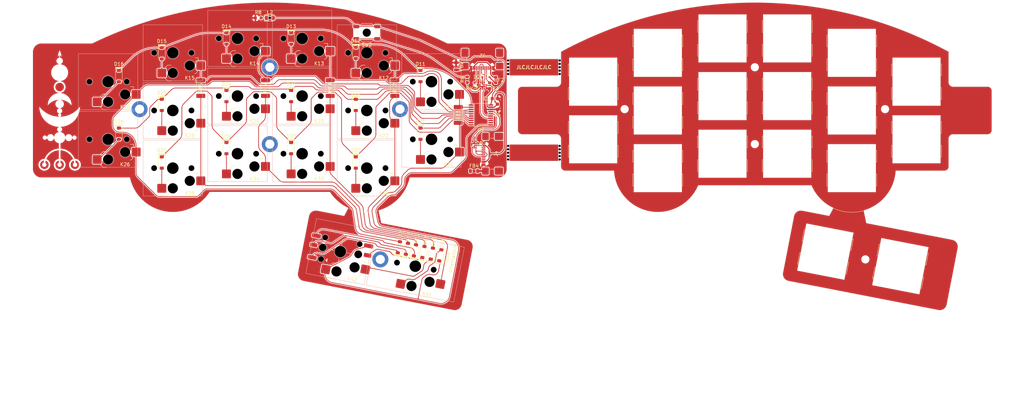
<source format=kicad_pcb>
(kicad_pcb (version 20241229) (generator "pcbnew") (generator_version "9.0")
  (title_block (title "Alufo") (date "2024-10-21") (rev "1.1R") (company "bgkendall") (comment 1 "Split one-layer reversible keyboard PCB (righthand side)"))
  (layers (0 "F.Cu" signal) (2 "B.Cu" signal) (13 "F.Paste" user) (15 "B.Paste" user) (5 "F.SilkS" user "F.Silkscreen") (7 "B.SilkS" user "B.Silkscreen") (1 "F.Mask" user) (3 "B.Mask" user) (25 "Edge.Cuts" user))
  (net 0 "")
  (net 1 "Net-(D35-A)")
  (net 2 "Row1")
  (net 3 "Col2T")
  (net 4 "Net-(D11-A)")
  (net 5 "Net-(D12-A)")
  (net 6 "Net-(D13-A)")
  (net 7 "Row2")
  (net 8 "Net-(D14-A)")
  (net 9 "Net-(D15-A)")
  (net 10 "GND")
  (net 11 "Row4")
  (net 13 "Col5T")
  (net 14 "Net-(D21-A)")
  (net 19 "+3V3")
  (net 20 "Net-(L2-K)")
  (net 21 "VCC")
  (net 22 "Net-(FB2-Pad1)")
  (net 26 "Net-(J2-CC1)")
  (net 27 "Net-(J2-CC2)")
  (net 36 "Net-(NT2-Pad2)")
  (net 37 "BOOT")
  (net 38 "Net-(D24-A)")
  (net 39 "Net-(D23-A)")
  (net 40 "Net-(D22-A)")
  (net 41 "Net-(D25-A)")
  (net 42 "Net-(D2-A)")
  (net 43 "Row3")
  (net 44 "Col3T")
  (net 45 "Col6")
  (net 46 "Col1")
  (net 47 "Col4T")
  (net 48 "Net-(D16-A)")
  (net 49 "Net-(D26-A)")
  (net 50 "Net-(D32-A)")
  (net 51 "Net-(D33-A)")
  (net 52 "Net-(D34-A)")
  (net 53 "Net-(D41-A)")
  (net 54 "Net-(D42-K)")
  (net 55 "Net-(D43-K)")
  (net 56 "Net-(D44-K)")
  (net 57 "Net-(D45-K)")
  (net 58 "Net-(D46-K)")
  (net 59 "Col1T")
  (net 60 "Col3")
  (net 61 "Col4")
  (net 62 "Col2")
  (net 63 "Col5")
  (net 64 "VBUS")
  (net 65 "RX_P")
  (net 66 "TX_P")
  (net 67 "RX")
  (net 68 "TX")
  (net 69 "USB_P+")
  (net 70 "USB_P-")
  (net 71 "USB+")
  (net 72 "USB-")
  (net 73 "Net-(FB4-Pad1)")
  (footprint "Project_Library:SW_choc_v1_HS_CPG135001S30_1layer_1u" (layer "F.Cu") (at 47.625 69.416683)
    (property "Reference" "K26")
    (property "Value" "PG1350")
  )
  (footprint "Project_Library:D_SOD-123_Mod" (layer "F.Cu") (at 50.8 67.766683 -90)
    (property "Reference" "D26")
    (property "Value" "1N4148")
  )
  (footprint "Project_Library:SW_choc_v1_HS_CPG135001S30_1layer_1u" (layer "F.Cu") (at 66.675 77.916684)
    (property "Reference" "K35")
    (property "Value" "PG1350")
  )
  (footprint "Resistor_SMD:R_2010_5025Metric" (layer "F.Cu") (at 132.07 54.291679 -90)
    (property "Reference" "R12")
    (property "Value" "0R")
  )
  (footprint "MountingHole:MountingHole_2.2mm_M2" (layer "F.Cu") (at 238.120101 48.166678)
    (property "Reference" "H7" (hide yes))
    (property "Value" "ScrewHole")
  )
  (footprint "Project_Library:SW_choc_v1_HS_CPG135001S30_1layer_1u" (layer "F.Cu") (at 123.825 43.916677)
    (property "Reference" "K12")
    (property "Value" "PG1350")
  )
  (footprint "Resistor_SMD:R_2010_5025Metric" (layer "F.Cu") (at 74.92 54.291679 -90)
    (property "Reference" "R15")
    (property "Value" "0R")
  )
  (footprint "Project_Library:SW_choc_v1_Plate_CPG135001S30_1u" (layer "F.Cu") (at 190.495101 52.416679)
    (property "Reference" "PK16" (hide yes))
    (property "Value" "SwitchHole")
    (fp_rect (start -7 -7) (end 7 7) (stroke (width 0.05)) (fill no) (layer "Edge.Cuts"))
  )
  (footprint "Project_Library:SW_choc_v1_HS_CPG135001S30_1layer_1.5u" (layer "F.Cu") (at 138.1125 106.833358 -11)
    (property "Reference" "K41")
    (property "Value" "PG1350_1½U")
  )
  (footprint "Project_Library:SW_choc_v1_HS_CPG135001S30_1layer_1u" (layer "F.Cu") (at 85.725 56.66668)
    (property "Reference" "K24")
    (property "Value" "PG1350")
  )
  (footprint "MountingHole:MountingHole_2.2mm_M2" (layer "F.Cu") (at 199.766101 60.519806)
    (property "Reference" "H6" (hide yes))
    (property "Value" "ScrewHole")
  )
  (footprint "Project_Library:SW_choc_v1_Plate_CPG135001S30_1u" (layer "F.Cu") (at 266.695101 60.916681)
    (property "Reference" "PK22" (hide yes))
    (property "Value" "SwitchHole")
    (fp_rect (start -7 -7) (end 7 7) (stroke (width 0.05)) (fill no) (layer "Edge.Cuts"))
  )
  (footprint "Project_Library:USB_C_Receptacle_GCT_USB4110" (layer "F.Cu") (at 157.858 44.704 180)
    (property "Reference" "J2")
    (property "Value" "USB_C_Receptacle_USB2.0_16P_2SH")
  )
  (footprint "Project_Library:D_SOD-123" (layer "F.Cu") (at 135.633932 101.705445 79)
    (property "Reference" "D45")
    (property "Value" "1N4148")
  )
  (footprint "Project_Library:Mousebites" (layer "F.Cu") (at 165.1 48.166678 180)
    (property "Reference" "H12" (hide yes))
    (property "Value" "Mousebites")
    (fp_line (start 0 3.5) (end 0 3.75) (stroke (width 0.05)) (layer "Edge.Cuts"))
    (fp_line (start 0 -3.5) (end 0 -3.75) (stroke (width 0.05)) (layer "Edge.Cuts"))
    (fp_line (start -1.25 2.5) (end -1 2.5) (stroke (width 0.05)) (layer "Edge.Cuts"))
    (fp_line (start -1.25 -2.5) (end -1 -2.5) (stroke (width 0.05)) (layer "Edge.Cuts"))
    (fp_arc (start 0 -3.5) (mid -0.292893 -2.792893) (end -1 -2.5) (stroke (width 0.05)) (layer "Edge.Cuts"))
    (fp_arc (start -1 2.5) (mid -0.292893 2.792893) (end 0 3.5) (stroke (width 0.05)) (layer "Edge.Cuts"))
  )
  (footprint "Diode_SMD:D_SOD-323" (layer "F.Cu") (at 158.905 51.054)
    (property "Reference" "D2")
    (property "Value" "PMEG2010EA")
  )
  (footprint "MountingHole:MountingHole_2.2mm_M2" (layer "F.Cu") (at 270.675516 104.829864)
    (property "Reference" "H10" (hide yes))
    (property "Value" "ScrewHole")
  )
  (footprint "Project_Library:D_SOD-123_Mod" (layer "F.Cu") (at 82.48 39.689176 -90)
    (property "Reference" "D14")
    (property "Value" "1N4148")
  )
  (footprint "Project_Library:D_SOD-123_Mod" (layer "F.Cu") (at 139.63 67.766683 -90)
    (property "Reference" "D21")
    (property "Value" "1N4148")
  )
  (footprint "Project_Library:SW_choc_v1_HS_CPG135001S30_1layer_1u" (layer "F.Cu") (at 66.675 60.916681)
    (property "Reference" "K25")
    (property "Value" "PG1350")
  )
  (footprint "Project_Library:SW_choc_v1_HS_CPG135001S30_1layer_1u" (layer "F.Cu") (at 142.875 69.416683)
    (property "Reference" "K21")
    (property "Value" "PG1350")
  )
  (footprint "Project_Library:D_SOD-123" (layer "F.Cu") (at 140.495933 102.650523 79)
    (property "Reference" "D43")
    (property "Value" "1N4148")
  )
  (footprint "Project_Library:SW_choc_v1_Plate_CPG135001S30_1u" (layer "F.Cu") (at 247.645101 56.66668)
    (property "Reference" "PK23" (hide yes))
    (property "Value" "SwitchHole")
    (fp_rect (start -7 -7) (end 7 7) (stroke (width 0.05)) (fill no) (layer "Edge.Cuts"))
  )
  (footprint "Resistor_SMD:R_2010_5025Metric" (layer "F.Cu") (at 150.749 62.229999 -90)
    (property "Reference" "R11")
    (property "Value" "0R")
  )
  (footprint "Project_Library:SW_choc_v1_HS_CPG135001S30_1layer_1u" (layer "F.Cu") (at 47.625 52.416679)
    (property "Reference" "K16")
    (property "Value" "PG1350")
  )
  (footprint "Resistor_SMD:R_0603_1608Metric" (layer "F.Cu") (at 160.02 53.594 -90)
    (property "Reference" "R2")
    (property "Value" "5k1")
  )
  (footprint "Project_Library:D_SOD-123" (layer "F.Cu") (at 138.0026 102.165868 79)
    (property "Reference" "D44")
    (property "Value" "1N4148")
  )
  (footprint "Fuse:Fuse_0603_1608Metric" (layer "F.Cu") (at 161.798 51.943 -90)
    (property "Reference" "F2")
    (property "Value" "500mA")
  )
  (footprint "Project_Library:D_SOD-123" (layer "F.Cu") (at 133.265266 101.245023 79)
    (property "Reference" "D46")
    (property "Value" "1N4148")
  )
  (footprint "Project_Library:SW_choc_v1_HS_CPG135001S30_1layer_1u" (layer "F.Cu") (at 142.875 52.416679)
    (property "Reference" "K11")
    (property "Value" "PG1350")
  )
  (footprint "Project_Library:SW_choc_v1_HS_CPG135001S30_1layer_1u" (layer "F.Cu") (at 123.825 77.916685)
    (property "Reference" "K32")
    (property "Value" "PG1350")
  )
  (footprint "Project_Library:SW_choc_v1_Plate_CPG135001S30_1u" (layer "F.Cu") (at 247.645101 73.666684)
    (property "Reference" "PK33" (hide yes))
    (property "Value" "SwitchHole")
    (fp_rect (start -7 -7) (end 7 7) (stroke (width 0.05)) (fill no) (layer "Edge.Cuts"))
  )
  (footprint "Inductor_SMD:L_0805_2012Metric" (layer "F.Cu") (at 155.4015 78.776684 180)
    (property "Reference" "FB4")
    (property "Value" "FerriteBead")
  )
  (footprint "Project_Library:NetTie-2_SMD_Pad0.2mm" (layer "F.Cu") (at 155.574 55.372 180)
    (property "Reference" "NT2" (hide yes))
    (property "Value" "NetTie_2" (hide yes))
  )
  (footprint "Project_Library:MountingHole_2.2mm_M2_SMD_Solder_Nut" (layer "F.Cu") (at 95.25 70.83335)
    (property "Reference" "H3" (hide yes))
    (property "Value" "SolderNut")
  )
  (footprint "Project_Library:Mousebites" (layer "F.Cu") (at 180.970101 48.166678)
    (property "Reference" "H11" (hide yes))
    (property "Value" "Mousebites")
    (fp_line (start -1.25 -2.5) (end -1 -2.5) (stroke (width 0.05)) (layer "Edge.Cuts"))
    (fp_line (start -1.25 2.5) (end -1 2.5) (stroke (width 0.05)) (layer "Edge.Cuts"))
    (fp_line (start 0 -3.5) (end 0 -3.75) (stroke (width 0.05)) (layer "Edge.Cuts"))
    (fp_line (start 0 3.5) (end 0 3.75) (stroke (width 0.05)) (layer "Edge.Cuts"))
    (fp_arc (start -1 2.5) (mid -0.292893 2.792893) (end 0 3.5) (stroke (width 0.05)) (layer "Edge.Cuts"))
    (fp_arc (start 0 -3.5) (mid -0.292893 -2.792893) (end -1 -2.5) (stroke (width 0.05)) (layer "Edge.Cuts"))
  )
  (footprint "Project_Library:SOT-666_Mod" (layer "F.Cu") (at 155.424 70.957 -90)
    (property "Reference" "U6")
    (property "Value" "USBLC6-2P6")
  )
  (footprint "Project_Library:SOT-666_Mod" (layer "F.Cu") (at 157.858 53.594 90)
    (property "Reference" "U4")
    (property "Value" "USBLC6-2P6")
  )
  (footprint "Project_Library:MountingHole_2.2mm_M2_SMD_Solder_Nut" (layer "F.Cu") (at 95.25 48.166678)
    (property "Reference" "H2" (hide yes))
    (property "Value" "SolderNut")
  )
  (footprint "Project_Library:SW_choc_v1_Plate_CPG135001S30_1u" (layer "F.Cu") (at 228.595101 56.66668)
    (property "Reference" "PK24" (hide yes))
    (property "Value" "SwitchHole")
    (fp_rect (start -7 -7) (end 7 7) (stroke (width 0.05)) (fill no) (layer "Edge.Cuts"))
  )
  (footprint "Project_Library:SW_choc_v1_HS_CPG135001S30_1layer_1u" (layer "F.Cu") (at 85.725 73.666684)
    (property "Reference" "K34")
    (property "Value" "PG1350")
  )
  (footprint "Project_Library:SW_choc_v1_Plate_CPG135001S30_1u" (layer "F.Cu") (at 258.895991 102.54016 -11)
    (property "Reference" "PK42" (hide yes))
    (property "Value" "SwitchHole")
    (fp_poly (pts (xy -7 -7) (xy 7 -7) (xy 7 7) (xy -7 7)) (stroke (width 0.05)) (fill no) (layer "Edge.Cuts"))
  )
  (footprint "Project_Library:D_SOD-123_Mod" (layer "F.Cu") (at 50.8 50.766679 -90)
    (property "Reference" "D16")
    (property "Value" "1N4148")
  )
  (footprint "Project_Library:SW_choc_v1_Plate_CPG135001S30_1u" (layer "F.Cu") (at 285.745101 52.416679)
    (property "Reference" "PK11" (hide yes))
    (property "Value" "SwitchHole")
    (fp_rect (start -7 -7) (end 7 7) (stroke (width 0.05)) (fill no) (layer "Edge.Cuts"))
  )
  (footprint "Project_Library:SW_choc_v1_Plate_CPG135001S30_1u" (layer "F.Cu") (at 190.495101 69.416683)
    (property "Reference" "PK26" (hide yes))
    (property "Value" "SwitchHole")
    (fp_rect (start -7 -7) (end 7 7) (stroke (width 0.05)) (fill no) (layer "Edge.Cuts"))
  )
  (footprint "Project_Library:D_SOD-123_Mod" (layer "F.Cu") (at 120.58 59.266681 -90)
    (property "Reference" "D22")
    (property "Value" "1N4148")
  )
  (footprint "Project_Library:SW_choc_v1_HS_CPG135001S30_1layer_1u" (layer "F.Cu") (at 123.825 60.916681)
    (property "Reference" "K22")
    (property "Value" "PG1350")
  )
  (footprint "Resistor_SMD:R_0603_1608Metric" (layer "F.Cu") (at 153.416 51.816 90)
    (property "Reference" "R6")
    (property "Value" "5k1-20k")
  )
  (footprint "Capacitor_SMD:C_0603_1608Metric" (layer "F.Cu") (at 161.556 57.404)
    (property "Reference" "C2")
    (property "Value" "100nF")
  )
  (footprint "MountingHole:MountingHole_2.2mm_M2" (layer "F.Cu") (at 238.120101 70.83335)
    (property "Reference" "H8" (hide yes))
    (property "Value" "ScrewHole")
  )
  (footprint "Project_Library:SW_choc_v1_Plate_CPG135001S30_1u" (layer "F.Cu") (at 209.545101 60.916681)
    (property "Reference" "PK25" (hide yes))
    (property "Value" "SwitchHole")
    (fp_rect (start -7 -7) (end 7 7) (stroke (width 0.05)) (fill no) (layer "Edge.Cuts"))
  )
  (footprint "Package_SO:TSSOP-20_4.4x6.5mm_P0.65mm" (layer "F.Cu") (at 157.4455 62.23)
    (property "Reference" "U2")
    (property "Value" "CH552T")
  )
  (footprint "Project_Library:SW_choc_v1_Plate_CPG135001S30_1u" (layer "F.Cu") (at 209.545101 77.916684)
    (property "Reference" "PK35" (hide yes))
    (property "Value" "SwitchHole")
    (fp_rect (start -7 -7) (end 7 7) (stroke (width 0.05)) (fill no) (layer "Edge.Cuts"))
  )
  (footprint "Project_Library:SW_choc_v1_HS_CPG135001S30_1layer_1u" (layer "F.Cu") (at 66.675 43.916677)
    (property "Reference" "K15")
    (property "Value" "PG1350")
  )
  (footprint "Project_Library:D_SOD-123_Mod" (layer "F.Cu") (at 139.63 50.766679 -90)
    (property "Reference" "D11")
    (property "Value" "1N4148")
  )
  (footprint "Project_Library:D_SOD-123_Mod" (layer "F.Cu") (at 120.58 76.266685 -90)
    (property "Reference" "D32")
    (property "Value" "1N4148")
  )
  (footprint "MountingHole:MountingHole_2.2mm_M2" (layer "F.Cu") (at 276.474101 60.519806)
    (property "Reference" "H9" (hide yes))
    (property "Value" "ScrewHole")
  )
  (footprint "Project_Library:D_SOD-123_Mod" (layer "F.Cu") (at 101.53 56.66668 -90)
    (property "Reference" "D23")
    (property "Value" "1N4148")
  )
  (footprint "Project_Library:MountingHole_2.2mm_M2_SMD_Solder_Nut" (layer "F.Cu") (at 133.604 60.519806)
    (property "Reference" "H4" (hide yes))
    (property "Value" "SolderNut")
  )
  (footprint "Project_Library:D_SOD-123_Mod" (layer "F.Cu") (at 63.43 59.266681 -90)
    (property "Reference" "D25")
    (property "Value" "1N4148")
  )
  (footprint "Project_Library:D_SOD-123_Mod" (layer "F.Cu") (at 120.58 43.939177 -90)
    (property "Reference" "D12")
    (property "Value" "1N4148")
  )
  (footprint "Project_Library:SW_choc_v1_Plate_CPG135001S30_1u" (layer "F.Cu") (at 266.695101 43.916677)
    (property "Reference" "PK12" (hide yes))
    (property "Value" "SwitchHole")
    (fp_rect (start -7 -7) (end 7 7) (stroke (width 0.05)) (fill no) (layer "Edge.Cuts"))
  )
  (footprint "Project_Library:D_SOD-123_Mod" (layer "F.Cu") (at 82.48 56.66668 -90)
    (property "Reference" "D24")
    (property "Value" "1N4148")
  )
  (footprint "Project_Library:D_SOD-123_Mod" (layer "F.Cu") (at 63.43 44.052177 -90)
    (property "Reference" "D15")
    (property "Value" "1N4148")
  )
  (footprint "Project_Library:SW_choc_v1_Plate_CPG135001S30_1u" (layer "F.Cu") (at 209.545101 43.916677)
    (property "Reference" "PK15" (hide yes))
    (property "Value" "SwitchHole")
    (fp_rect (start -7 -7) (end 7 7) (stroke (width 0.05)) (fill no) (layer "Edge.Cuts"))
  )
  (footprint "Project_Library:MountingHole_2.2mm_M2_SMD_Solder_Nut" (layer "F.Cu") (at 127.805415 104.829864)
    (property "Reference" "H5" (hide yes))
    (property "Value" "SolderNut")
  )
  (footprint "Project_Library:Mousebites" (layer "F.Cu") (at 180.970101 73.37)
    (property "Reference" "H13" (hide yes))
    (property "Value" "Mousebites")
    (fp_line (start -1.25 -2.5) (end -1 -2.5) (stroke (width 0.05)) (layer "Edge.Cuts"))
    (fp_line (start -1.25 2.5) (end -1 2.5) (stroke (width 0.05)) (layer "Edge.Cuts"))
    (fp_line (start 0 -3.5) (end 0 -3.75) (stroke (width 0.05)) (layer "Edge.Cuts"))
    (fp_line (start 0 3.5) (end 0 3.75) (stroke (width 0.05)) (layer "Edge.Cuts"))
    (fp_arc (start -1 2.5) (mid -0.292893 2.792893) (end 0 3.5) (stroke (width 0.05)) (layer "Edge.Cuts"))
    (fp_arc (start 0 -3.5) (mid -0.292893 -2.792893) (end -1 -2.5) (stroke (width 0.05)) (layer "Edge.Cuts"))
  )
  (footprint "Project_Library:SW_choc_v1_HS_nav_CPG135001S30_SKQUCAA010_1layer_1u_1" (layer "F.Cu") (at 116.02589 102.54016 -11)
    (property "Reference" "K42")
    (property "Value" "PG1350/SKQUCAA010")
  )
  (footprint "Inductor_SMD:L_0805_2012Metric" (layer "F.Cu") (at 150.114 47.879 90)
    (property "Reference" "FB2")
    (property "Value" "FerriteBead")
  )
  (footprint "Project_Library:SW_SPST_SKQG_WithStem" (layer "F.Cu") (at 123.809593 37.966677 180)
    (property "Reference" "SW2")
    (property "Value" "BOOT")
  )
  (footprint "Project_Library:D_SOD-123_Mod" (layer "F.Cu") (at 63.43 76.266684 -90)
    (property "Reference" "D35")
    (property "Value" "1N4148")
  )
  (footprint "Project_Library:SW_choc_v1_Plate_CPG135001S30_1u" (layer "F.Cu") (at 228.595101 73.666684)
    (property "Reference" "PK34" (hide yes))
    (property "Value" "SwitchHole")
    (fp_rect (start -7 -7) (end 7 7) (stroke (width 0.05)) (fill no) (layer "Edge.Cuts"))
  )
  (footprint "Resistor_SMD:R_0603_1608Metric" (layer "F.Cu") (at 155.702 53.594 -90)
    (property "Reference" "R4")
    (property "Value" "5k1")
  )
  (footprint "Project_Library:USB_C_Receptacle_GCT_USB4110" (layer "F.Cu") (at 161.883 73.666684 90)
    (property "Reference" "J4")
    (property "Value" "USB_C_Receptacle_USB2.0_16P_2SH")
  )
  (footprint "Project_Library:SW_choc_v1_Plate_CPG135001S30_1u" (layer "F.Cu") (at 228.595101 39.666676)
    (property "Reference" "PK14" (hide yes))
    (property "Value" "SwitchHole")
    (fp_rect (start -7 -7) (end 7 7) (stroke (width 0.05)) (fill no) (layer "Edge.Cuts"))
  )
  (footprint "Project_Library:SW_choc_v1_Plate_CPG135001S30_1u" (layer "F.Cu") (at 266.695101 77.916685)
    (property "Reference" "PK32" (hide yes))
    (property "Value" "SwitchHole")
    (fp_rect (start -7 -7) (end 7 7) (stroke (width 0.05)) (fill no) (layer "Edge.Cuts"))
  )
  (footprint "Resistor_SMD:R_2010_5025Metric" (layer "F.Cu") (at 113.02 54.291679 -90)
    (property "Reference" "R13")
    (property "Value" "0R")
  )
  (footprint "Project_Library:SW_choc_v1_HS_CPG135001S30_1layer_1u" (layer "F.Cu") (at 104.775 39.666676)
    (property "Reference" "K13")
    (property "Value" "PG1350")
  )
  (footprint "Project_Library:D_SOD-123" (layer "F.Cu") (at 142.989266 103.135177 79)
    (property "Reference" "D42")
    (property "Value" "1N4148")
  )
  (footprint "Project_Library:SW_choc_v1_Plate_CPG135001S30_1u" (layer "F.Cu") (at 285.745101 69.416683)
    (property "Reference" "PK21" (hide yes))
    (property "Value" "SwitchHole")
    (fp_rect (start -7 -7) (end 7 7) (stroke (width 0.05)) (fill no) (layer "Edge.Cuts"))
  )
  (footprint "Project_Library:SW_choc_v1_Plate_CPG135001S30_1u" (layer "F.Cu") (at 247.645101 39.666676)
    (property "Reference" "PK13" (hide yes))
    (property "Value" "SwitchHole")
    (fp_rect (start -7 -7) (end 7 7) (stroke (width 0.05)) (fill no) (layer "Edge.Cuts"))
  )
  (footprint "Project_Library:D_SOD-123_Mod" (layer "F.Cu") (at 82.48 72.016684 -90)
    (property "Reference" "D34")
    (property "Value" "1N4148")
  )
  (footprint "Resistor_SMD:R_2010_5025Metric" (layer "F.Cu") (at 93.97 54.291679 -90)
    (property "Reference" "R14")
    (property "Value" "0R")
  )
  (footprint "Project_Library:SW_choc_v1_HS_CPG135001S30_1layer_1u" (layer "F.Cu") (at 104.775 56.66668)
    (property "Reference" "K23")
    (property "Value" "PG1350")
  )
  (footprint "Project_Library:SW_choc_v1_Plate_CPG135001S30_1.5u" (layer "F.Cu") (at 280.982601 106.833358 -11)
    (property "Reference" "PK41" (hide yes))
    (property "Value" "SwitchHole")
    (fp_poly (pts (xy -7 -7) (xy 7 -7) (xy 7 7) (xy -7 7)) (stroke (width 0.05)) (fill no) (layer "Edge.Cuts"))
  )
  (footprint "Capacitor_SMD:C_0603_1608Metric" (layer "F.Cu") (at 162.306 59.83 -90)
    (property "Reference" "C4")
    (property "Value" "100nF")
  )
  (footprint "Project_Library:LED_0805_2012Metric_Mod" (layer "F.Cu") (at 95.27 33.616676)
    (property "Reference" "L2")
    (property "Value" "LED")
  )
  (footprint "Project_Library:D_SOD-123_Mod" (layer "F.Cu") (at 101.53 72.016684 -90)
    (property "Reference" "D33")
    (property "Value" "1N4148")
  )
  (footprint "Project_Library:SW_choc_v1_HS_CPG135001S30_1layer_1u" (layer "F.Cu") (at 104.775 73.666684)
    (property "Reference" "K33")
    (property "Value" "PG1350")
  )
  (footprint "Project_Library:Mousebites" (layer "F.Cu") (at 165.1 73.37 180)
    (property "Reference" "H14" (hide yes))
    (property "Value" "Mousebites")
    (fp_line (start 0 3.5) (end 0 3.75) (stroke (width 0.05)) (layer "Edge.Cuts"))
    (fp_line (start 0 -3.5) (end 0 -3.75) (stroke (width 0.05)) (layer "Edge.Cuts"))
    (fp_line (start -1.25 2.5) (end -1 2.5) (stroke (width 0.05)) (layer "Edge.Cuts"))
    (fp_line (start -1.25 -2.5) (end -1 -2.5) (stroke (width 0.05)) (layer "Edge.Cuts"))
    (fp_arc (start 0 -3.5) (mid -0.292893 -2.792893) (end -1 -2.5) (stroke (width 0.05)) (layer "Edge.Cuts"))
    (fp_arc (start -1 2.5) (mid -0.292893 2.792893) (end 0 3.5) (stroke (width 0.05)) (layer "Edge.Cuts"))
  )
  (footprint "Resistor_SMD:R_0603_1608Metric" (layer "F.Cu") (at 91.841 33.616676 180)
    (property "Reference" "R8")
    (property "Value" "5k1")
  )
  (footprint "Project_Library:SW_choc_v1_HS_CPG135001S30_1layer_1u" (layer "F.Cu") (at 85.725 39.666676)
    (property "Reference" "K14")
    (property "Value" "PG1350")
  )
  (footprint "Project_Library:D_SOD-123_Mod" (layer "F.Cu") (at 101.53 39.689176 -90)
    (property "Reference" "D13")
    (property "Value" "1N4148")
  )
  (footprint "Project_Library:MountingHole_2.2mm_M2_SMD_Solder_Nut" (layer "F.Cu") (at 56.896 60.519806)
    (property "Reference" "H1" (hide yes))
    (property "Value" "SolderNut")
  )
  (footprint "Project_Library:D_SOD-123" (layer "F.Cu") (at 145.482598 103.619832 79)
    (property "Reference" "D41")
    (property "Value" "1N4148")
  )
  (gr_poly (pts (xy 38.019409 75.678463) (xy 38.077983 75.687844) (xy 38.135621 75.699908) (xy 38.192258 75.714589) (xy 38.247825 75.73182) (xy 38.302258 75.751534) (xy 38.355487 75.773664) (xy 38.407448 75.798144) (xy 38.458073 75.824907) (xy 38.507295 75.853885) (xy 38.555047 75.885013) (xy 38.601263 75.918224) (xy 38.645876 75.95345) (xy 38.688819 75.990626) (xy 38.730025 76.029683) (xy 38.769427 76.070557) (xy 38.806959 76.113179) (xy 38.842553 76.157483) (xy 38.876144 76.203402) (xy 38.907664 76.250869) (xy 38.937046 76.299819) (xy 38.964224 76.350183) (xy 38.98913 76.401895) (xy 39.011698 76.454889) (xy 39.031862 76.509098) (xy 39.049553 76.564454) (xy 39.064707 76.620892) (xy 39.077255 76.678344) (xy 39.08713 76.736743) (xy 39.094267 76.796024) (xy 39.098598 76.856118) (xy 39.100057 76.91696) (xy 39.098429 76.981257) (xy 39.093598 77.044715) (xy 39.085642 77.107253) (xy 39.074641 77.168794) (xy 39.060673 77.229259) (xy 39.043817 77.288568) (xy 39.024152 77.346644) (xy 39.001756 77.403406) (xy 38.976708 77.458778) (xy 38.949087 77.512679) (xy 38.918972 77.565032) (xy 38.886442 77.615756) (xy 38.851575 77.664775) (xy 38.81445 77.712007) (xy 38.775146 77.757376) (xy 38.733741 77.800802) (xy 38.690315 77.842207) (xy 38.644946 77.881511) (xy 38.597714 77.918636) (xy 38.548695 77.953503) (xy 38.497971 77.986033) (xy 38.445618 78.016148) (xy 38.391717 78.043769) (xy 38.336346 78.068816) (xy 38.279583 78.091212) (xy 38.221507 78.110877) (xy 38.162198 78.127733) (xy 38.101734 78.141701) (xy 38.040193 78.152702) (xy 37.977655 78.160658) (xy 37.914198 78.165489) (xy 37.849901 78.167117) (xy 37.785628 78.165489) (xy 37.722194 78.160658) (xy 37.659677 78.152702) (xy 37.598156 78.141701) (xy 37.53771 78.127733) (xy 37.478418 78.110877) (xy 37.420358 78.091212) (xy 37.36361 78.068816) (xy 37.308251 78.043769) (xy 37.254362 78.016148) (xy 37.202021 77.986033) (xy 37.151307 77.953503) (xy 37.102298 77.918636) (xy 37.055073 77.881511) (xy 37.009712 77.842207) (xy 36.966292 77.800802) (xy 36.924894 77.757376) (xy 36.885595 77.712007) (xy 36.848474 77.664775) (xy 36.813611 77.615756) (xy 36.781084 77.565032) (xy 36.750971 77.512679) (xy 36.723353 77.458778) (xy 36.698307 77.403406) (xy 36.675912 77.346644) (xy 36.656248 77.288568) (xy 36.639392 77.229259) (xy 36.625425 77.168794) (xy 36.614424 77.107253) (xy 36.606469 77.044715) (xy 36.601638 76.981257) (xy 36.60001 76.91696) (xy 36.601057 76.865394) (xy 36.60417 76.814357) (xy 36.609308 76.763889) (xy 36.616432 76.714031) (xy 36.636473 76.616306) (xy 36.663969 76.521507) (xy 36.698594 76.429957) (xy 36.740024 76.341981) (xy 36.787936 76.257902) (xy 36.842004 76.178044) (xy 36.901904 76.102732) (xy 36.967312 76.03229) (xy 37.037904 75.967041) (xy 37.113355 75.90731) (xy 37.19334 75.85342) (xy 37.277535 75.805696) (xy 37.365617 75.764461) (xy 37.457259 75.73004) (xy 37.478316 75.80563) (xy 37.498018 75.881778) (xy 37.516349 75.958472) (xy 37.533294 76.035699) (xy 37.548838 76.113447) (xy 37.562965 76.191704) (xy 37.575659 76.270456) (xy 37.586906 76.349692) (xy 37.567725 76.359858) (xy 37.548939 76.370652) (xy 37.530561 76.38206) (xy 37.512604 76.394068) (xy 37.495084 76.406661) (xy 37.478015 76.419826) (xy 37.461409 76.433549) (xy 37.445283 76.447816) (xy 37.429649 76.462613) (xy 37.414521 76.477925) (xy 37.399915 76.49374) (xy 37.385843 76.510042) (xy 37.37232 76.526817) (xy 37.35936 76.544053) (xy 37.346978 76.561735) (xy 37.335187 76.579848) (xy 37.324001 76.598379) (xy 37.313435 76.617314) (xy 37.303502 76.636638) (xy 37.294217 76.656339) (xy 37.285594 76.676401) (xy 37.277647 76.696811) (xy 37.270389 76.717555) (xy 37.263836 76.738619) (xy 37.258001 76.759988) (xy 37.252898 76.781649) (xy 37.248541 76.803588) (xy 37.244946 76.825791) (xy 37.242124 76.848244) (xy 37.240091 76.870932) (xy 37.238861 76.893842) (xy 37.238448 76.91696) (xy 37.239276 76.949676) (xy 37.241734 76.981963) (xy 37.245781 77.013783) (xy 37.251378 77.045095) (xy 37.258484 77.07586) (xy 37.26706 77.106036) (xy 37.277065 77.135585) (xy 37.288459 77.164465) (xy 37.301202 77.192638) (xy 37.315254 77.220062) (xy 37.330575 77.246698) (xy 37.347125 77.272506) (xy 37.364865 77.297445) (xy 37.383752 77.321476) (xy 37.403749 77.344559) (xy 37.424814 77.366653) (xy 37.446908 77.387718) (xy 37.469991 77.407715) (xy 37.494022 77.426602) (xy 37.518961 77.444342) (xy 37.544769 77.460892) (xy 37.571405 77.476213) (xy 37.598829 77.490265) (xy 37.627002 77.503008) (xy 37.655882 77.514402) (xy 37.685431 77.524407) (xy 37.715607 77.532983) (xy 37.746372 77.540089) (xy 37.777684 77.545686) (xy 37.809504 77.549733) (xy 37.841792 77.552191) (xy 37.874507 77.553019) (xy 37.907198 77.552191) (xy 37.939464 77.549733) (xy 37.971262 77.545686) (xy 38.002555 77.540089) (xy 38.033301 77.532983) (xy 38.063461 77.524407) (xy 38.092993 77.514402) (xy 38.121859 77.503008) (xy 38.150018 77.490265) (xy 38.17743 77.476213) (xy 38.204055 77.460892) (xy 38.229853 77.444342) (xy 38.254783 77.426602) (xy 38.278806 77.407715) (xy 38.301881 77.387718) (xy 38.323968 77.366653) (xy 38.345027 77.344559) (xy 38.365019 77.321476) (xy 38.383902 77.297445) (xy 38.401638 77.272506) (xy 38.418185 77.246698) (xy 38.433503 77.220062) (xy 38.447553 77.192638) (xy 38.460294 77.164465) (xy 38.471687 77.135585) (xy 38.481691 77.106036) (xy 38.490266 77.07586) (xy 38.497371 77.045095) (xy 38.502968 77.013783) (xy 38.507015 76.981963) (xy 38.509473 76.949676) (xy 38.510301 76.91696) (xy 38.509786 76.891163) (xy 38.508256 76.865625) (xy 38.502225 76.815407) (xy 38.492365 76.766463) (xy 38.478832 76.718951) (xy 38.461783 76.673026) (xy 38.441375 76.628846) (xy 38.417763 76.586566) (xy 38.391106 76.546343) (xy 38.361559 76.508335) (xy 38.329278 76.472697) (xy 38.294421 76.439586) (xy 38.257144 76.409158) (xy 38.217604 76.381571) (xy 38.175956 76.35698) (xy 38.132359 76.335543) (xy 38.086968 76.317416) (xy 38.075943 76.235079) (xy 38.063515 76.153179) (xy 38.049691 76.071732) (xy 38.034481 75.990753) (xy 38.017895 75.910258) (xy 37.999941 75.830262) (xy 37.980629 75.750782) (xy 37.959968 75.671832)) (stroke (width -0.000001)) (fill yes) (layer "F.Cu"))
  (gr_poly (pts (arc (start 156.2615 72.916684) (mid 156.071178 72.98478) (end 155.964382 73.157584)) (arc (start 155.9615 72.616684) (mid 156.049368 72.828816) (end 156.2615 72.916684))) (stroke (width 0.2)) (fill no) (layer "F.Cu") (net 65))
  (gr_poly (pts (xy 33.414165 52.752868) (xy 33.477622 52.757699) (xy 33.54016 52.765655) (xy 33.6017 52.776656) (xy 33.662165 52.790624) (xy 33.721474 52.80748) (xy 33.779549 52.827145) (xy 33.836312 52.849541) (xy 33.891684 52.874589) (xy 33.945585 52.90221) (xy 33.997937 52.932325) (xy 34.048662 52.964855) (xy 34.09768 52.999723) (xy 34.144913 53.036848) (xy 34.190282 53.076152) (xy 34.233708 53.117556) (xy 34.275112 53.160982) (xy 34.314417 53.206351) (xy 34.351542 53.253584) (xy 34.386409 53.302602) (xy 34.418939 53.353327) (xy 34.449054 53.40568) (xy 34.476675 53.459581) (xy 34.501722 53.514953) (xy 34.524118 53.571715) (xy 34.543784 53.629791) (xy 34.56064 53.6891) (xy 34.574608 53.749565) (xy 34.585609 53.811105) (xy 34.593564 53.873644) (xy 34.598395 53.937101) (xy 34.600023 54.001398) (xy 34.598395 54.06567) (xy 34.593564 54.129105) (xy 34.585609 54.191622) (xy 34.574608 54.253143) (xy 34.56064 54.313589) (xy 34.543784 54.372881) (xy 34.524118 54.430941) (xy 34.501722 54.487689) (xy 34.476675 54.543047) (xy 34.449054 54.596936) (xy 34.418939 54.649277) (xy 34.386409 54.699992) (xy 34.351542 54.749001) (xy 34.314417 54.796225) (xy 34.275112 54.841587) (xy 34.233708 54.885006) (xy 34.190282 54.926405) (xy 34.144913 54.965704) (xy 34.09768 55.002825) (xy 34.048662 55.037688) (xy 33.997937 55.070215) (xy 33.945585 55.100327) (xy 33.891684 55.127946) (xy 33.836312 55.152992) (xy 33.779549 55.175387) (xy 33.721474 55.195051) (xy 33.662165 55.211906) (xy 33.6017 55.225874) (xy 33.54016 55.236875) (xy 33.477622 55.24483) (xy 33.414165 55.249661) (xy 33.349868 55.251289) (xy 33.285595 55.249661) (xy 33.222161 55.24483) (xy 33.159643 55.236875) (xy 33.098123 55.225874) (xy 33.037676 55.211906) (xy 32.978384 55.195051) (xy 32.920324 55.175387) (xy 32.863576 55.152992) (xy 32.808218 55.127946) (xy 32.754329 55.100327) (xy 32.701988 55.070215) (xy 32.651273 55.037688) (xy 32.602264 55.002825) (xy 32.55504 54.965704) (xy 32.509678 54.926405) (xy 32.466259 54.885006) (xy 32.42486 54.841587) (xy 32.385561 54.796225) (xy 32.34844 54.749001) (xy 32.313577 54.699992) (xy 32.28105 54.649277) (xy 32.250938 54.596936) (xy 32.223319 54.543047) (xy 32.198273 54.487689) (xy 32.175878 54.430941) (xy 32.156214 54.372881) (xy 32.139359 54.313589) (xy 32.125391 54.253143) (xy 32.11439 54.191622) (xy 32.106435 54.129105) (xy 32.101604 54.06567) (xy 32.099976 54.001398) (xy 32.101604 53.937101) (xy 32.106435 53.873644) (xy 32.11439 53.811105) (xy 32.125391 53.749565) (xy 32.139359 53.6891) (xy 32.156214 53.629791) (xy 32.175878 53.571715) (xy 32.198273 53.514953) (xy 32.223319 53.459581) (xy 32.250938 53.40568) (xy 32.28105 53.353327) (xy 32.313577 53.302602) (xy 32.34844 53.253584) (xy 32.385561 53.206351) (xy 32.42486 53.160982) (xy 32.466259 53.117556) (xy 32.509678 53.076152) (xy 32.55504 53.036848) (xy 32.602264 52.999723) (xy 32.651273 52.964855) (xy 32.701988 52.932325) (xy 32.754329 52.90221) (xy 32.808218 52.874589) (xy 32.863576 52.849541) (xy 32.920324 52.827145) (xy 32.978384 52.80748) (xy 33.037676 52.790624) (xy 33.098123 52.776656) (xy 33.159643 52.765655) (xy 33.222161 52.757699) (xy 33.285595 52.752868) (xy 33.349868 52.75124)) (stroke (width -0.000001)) (fill yes) (layer "F.Cu"))
  (gr_poly (pts (xy 33.414165 57.752965) (xy 33.418838 57.753321) (xy 33.349868 57.751338)) (stroke (width -0.000001)) (fill yes) (layer "F.Cu") (net 10))
  (gr_poly (pts (arc (start 138.983309 116.282356) (mid 139.029086 116.507357) (end 139.220554 116.634087)) (arc (start 138.631578 116.519602) (mid 138.856579 116.473825) (end 138.983309 116.282356))) (stroke (width 0.2)) (fill no) (layer "F.Cu") (net 11))
  (gr_poly (pts (xy 33.280932 57.753321) (xy 33.285595 57.752965) (xy 33.349868 57.751338)) (stroke (width -0.000001)) (fill yes) (layer "F.Cu") (net 10))
  (gr_poly (pts (arc (start 158.308 50.290289) (mid 158.520132 50.202421) (end 158.608 49.990289)) (arc (start 158.608 50.590289) (mid 158.520132 50.378157) (end 158.308 50.290289))) (stroke (width 0.2)) (fill no) (layer "F.Cu") (net 70))
  (gr_poly (pts (xy 39.723521 41.917415) (xy 39.757049 41.919968) (xy 39.79009 41.924173) (xy 39.822604 41.929988) (xy 39.854549 41.937371) (xy 39.885882 41.94628) (xy 39.916563 41.956675) (xy 39.94655 41.968512) (xy 39.975802 41.981751) (xy 40.004276 41.996349) (xy 40.031931 42.012266) (xy 40.058726 42.029459) (xy 40.08462 42.047887) (xy 40.109569 42.067508) (xy 40.133534 42.088281) (xy 40.156472 42.110163) (xy 40.178342 42.133114) (xy 40.199103 42.157091) (xy 40.218712 42.182053) (xy 40.237128 42.207958) (xy 40.25431 42.234764) (xy 40.270215 42.262431) (xy 40.284804 42.290915) (xy 40.298033 42.320176) (xy 40.309861 42.350172) (xy 40.320247 42.380861) (xy 40.32915 42.412202) (xy 40.336527 42.444152) (xy 40.342336 42.476671) (xy 40.346538 42.509716) (xy 40.349089 42.543246) (xy 40.349949 42.577219) (xy 40.349949 79.25614) (xy 40.349089 79.290114) (xy 40.346538 79.323644) (xy 40.342336 79.356689) (xy 40.336527 79.389208) (xy 40.32915 79.421158) (xy 40.320247 79.452499) (xy 40.309861 79.483188) (xy 40.298033 79.513184) (xy 40.284804 79.542445) (xy 40.270215 79.57093) (xy 40.25431 79.598596) (xy 40.237128 79.625403) (xy 40.218712 79.651308) (xy 40.199103 79.67627) (xy 40.178342 79.700247) (xy 40.156472 79.723198) (xy 40.133534 79.74508) (xy 40.109569 79.765853) (xy 40.08462 79.785474) (xy 40.058726 79.803902) (xy 40.031931 79.821096) (xy 40.004276 79.837012) (xy 39.975802 79.851611) (xy 39.94655 79.86485) (xy 39.916563 79.876687) (xy 39.885882 79.887081) (xy 39.854549 79.895991) (xy 39.822604 79.903374) (xy 39.79009 79.909189) (xy 39.757049 79.913394) (xy 39.723521 79.915947) (xy 39.689549 79.916808) (xy 27.010451 79.916808) (xy 26.976479 79.915947) (xy 26.942951 79.913394) (xy 26.90991 79.909189) (xy 26.877396 79.903374) (xy 26.845452 79.895991) (xy 26.814118 79.887081) (xy 26.783437 79.876687) (xy 26.75345 79.86485) (xy 26.724199 79.851611) (xy 26.695725 79.837012) (xy 26.668069 79.821096) (xy 26.641274 79.803902) (xy 26.615381 79.785474) (xy 26.590431 79.765853) (xy 26.566466 79.74508) (xy 26.543528 79.723198) (xy 26.521658 79.700247) (xy 26.500898 79.67627) (xy 26.481289 79.651308) (xy 26.462872 79.625403) (xy 26.445691 79.598596) (xy 26.429785 79.57093) (xy 26.415197 79.542445) (xy 26.401968 79.513184) (xy 26.390139 79.483188) (xy 26.379753 79.452499) (xy 26.370851 79.421158) (xy 26.363474 79.389208) (xy 26.357664 79.356689) (xy 26.353462 79.323644) (xy 26.350911 79.290114) (xy 26.350051 79.25614) (xy 26.350051 76.91696) (xy 27.099881 76.91696) (xy 27.10216 77.006971) (xy 27.108924 77.095804) (xy 27.120062 77.183351) (xy 27.135464 77.2695) (xy 27.155021 77.354142) (xy 27.178621 77.437166) (xy 27.206154 77.518462) (xy 27.237509 77.59792) (xy 27.272578 77.67543) (xy 27.311249 77.750881) (xy 27.353411 77.824163) (xy 27.398955 77.895167) (xy 27.447771 77.963781) (xy 27.499747 78.029896) (xy 27.554775 78.093401) (xy 27.612742 78.154186) (xy 27.67354 78.212141) (xy 27.737057 78.267156) (xy 27.803184 78.31912) (xy 27.87181 78.367924) (xy 27.942825 78.413457) (xy 28.016118 78.455608) (xy 28.09158 78.494269) (xy 28.169099 78.529327) (xy 28.248566 78.560674) (xy 28.32987 78.588199) (xy 28.412901 78.611792) (xy 28.497549 78.631342) (xy 28.583703 78.64674) (xy 28.671253 78.657874) (xy 28.760088 78.664636) (xy 28.850099 78.666914) (xy 28.940086 78.664636) (xy 29.028899 78.657874) (xy 29.116428 78.64674) (xy 29.202562 78.631342) (xy 29.287192 78.611792) (xy 29.370206 78.588199) (xy 29.451494 78.560674) (xy 29.530946 78.529327) (xy 29.608452 78.494269) (xy 29.683902 78.455608) (xy 29.757184 78.413457) (xy 29.828188 78.367924) (xy 29.896805 78.31912) (xy 29.962923 78.267156) (xy 30.026433 78.212141) (xy 30.087225 78.154186) (xy 30.145186 78.093401) (xy 30.200208 78.029896) (xy 30.25218 77.963781) (xy 30.300992 77.895167) (xy 30.346533 77.824163) (xy 30.388693 77.750881) (xy 30.427362 77.67543) (xy 30.462428 77.59792) (xy 30.493783 77.518462) (xy 30.521315 77.437166) (xy 30.544914 77.354142) (xy 30.56447 77.2695) (xy 30.579872 77.183351) (xy 30.59101 77.095804) (xy 30.597774 77.006971) (xy 30.600053 76.91696) (xy 30.598601 76.845125) (xy 30.594283 76.774021) (xy 30.577272 76.634227) (xy 30.549468 76.498028) (xy 30.511318 76.365871) (xy 30.463272 76.238206) (xy 30.405777 76.11548) (xy 30.33928 75.998142) (xy 30.264231 75.88664) (xy 30.181077 75.781423) (xy 30.090265 75.68294) (xy 29.992245 75.591638) (xy 29.887464 75.507967) (xy 29.776371 75.432374) (xy 29.659412 75.365308) (xy 29.537037 75.307218) (xy 29.409693 75.258551) (xy 29.451412 75.16296) (xy 29.495384 75.068593) (xy 29.541575 74.975485) (xy 29.589949 74.88367) (xy 29.640472 74.793182) (xy 29.693108 74.704055) (xy 29.747824 74.616323) (xy 29.804584 74.530021) (xy 29.863352 74.445182) (xy 29.924096 74.361841) (xy 29.986778 74.280031) (xy 30.051365 74.199787) (xy 30.117822 74.121143) (xy 30.186114 74.044133) (xy 30.256205 73.968791) (xy 30.328062 73.895152) (xy 30.465791 73.763428) (xy 30.609259 73.63788) (xy 30.758251 73.518725) (xy 30.912551 73.406177) (xy 31.071946 73.300453) (xy 31.23622 73.201771) (xy 31.405159 73.110345) (xy 31.578549 73.026393) (xy 31.756173 72.950129) (xy 31.937819 72.881772) (xy 32.12327 72.821537) (xy 32.312313 72.769639) (xy 32.504732 72.726297) (xy 32.700313 72.691725) (xy 32.898841 72.66614) (xy 33.100101 72.649758) (xy 33.100101 75.184733) (xy 33.021213 75.197887) (xy 32.943553 75.214523) (xy 32.867204 75.234557) (xy 32.79225 75.257905) (xy 32.718776 75.284484) (xy 32.646864 75.314209) (xy 32.576598 75.346997) (xy 32.508063 75.382764) (xy 32.441341 75.421426) (xy 32.376517 75.4629) (xy 32.313675 75.507101) (xy 32.252897 75.553946) (xy 32.194268 75.603351) (xy 32.137872 75.655232) (xy 32.083791 75.709506) (xy 32.03211 75.766088) (xy 31.982914 75.824894) (xy 31.936284 75.885842) (xy 31.892305 75.948846) (xy 31.851061 76.013824) (xy 31.812636 76.080691) (xy 31.777112 76.149364) (xy 31.744575 76.219758) (xy 31.715107 76.291791) (xy 31.688792 76.365377) (xy 31.665714 76.440434) (xy 31.645957 76.516878) (xy 31.629605 76.594624) (xy 31.616741 76.673589) (xy 31.607448 76.75369) (xy 31.601811 76.834841) (xy 31.599914 76.91696) (xy 31.602193 77.006971) (xy 31.608957 77.095804) (xy 31.620095 77.183351) (xy 31.635497 77.2695) (xy 31.655053 77.354142) (xy 31.678652 77.437166) (xy 31.706184 77.518462) (xy 31.737538 77.59792) (xy 31.772605 77.67543) (xy 31.811274 77.750881) (xy 31.853433 77.824163) (xy 31.898974 77.895167) (xy 31.947786 77.963781) (xy 31.999758 78.029896) (xy 32.054781 78.093401) (xy 32.112742 78.154186) (xy 32.173533 78.212141) (xy 32.237043 78.267156) (xy 32.303162 78.31912) (xy 32.371779 78.367924) (xy 32.442783 78.413457) (xy 32.516065 78.455608) (xy 32.591515 78.494269) (xy 32.669021 78.529327) (xy 32.748473 78.560674) (xy 32.829761 78.588199) (xy 32.912775 78.611792) (xy 32.997405 78.631342) (xy 33.083539 78.64674) (xy 33.171068 78.657874) (xy 33.259881 78.664636) (xy 33.349868 78.666914) (xy 33.439879 78.664636) (xy 33.528715 78.657874) (xy 33.616264 78.64674) (xy 33.702418 78.631342) (xy 33.787066 78.611792) (xy 33.870097 78.588199) (xy 33.951401 78.560674) (xy 34.030868 78.529327) (xy 34.108387 78.494269) (xy 34.183849 78.455608) (xy 34.257142 78.413457) (xy 34.328157 78.367924) (xy 34.396783 78.31912) (xy 34.46291 78.267156) (xy 34.526427 78.212141) (xy 34.587225 78.154186) (xy 34.645192 78.093401) (xy 34.70022 78.029896) (xy 34.752196 77.963781) (xy 34.801012 77.895167) (xy 34.846556 77.824163) (xy 34.888718 77.750881) (xy 34.927389 77.67543) (xy 34.962458 77.59792) (xy 34.993813 77.518462) (xy 35.021346 77.437166) (xy 35.044946 77.354142) (xy 35.064502 77.2695) (xy 35.079905 77.183351) (xy 35.091043 77.095804) (xy 35.097807 77.006971) (xy 35.100086 76.91696) (xy 35.098189 76.834841) (xy 35.092552 76.75369) (xy 35.083259 76.673589) (xy 35.070395 76.594624) (xy 35.054043 76.516878) (xy 35.034286 76.440434) (xy 35.011208 76.365377) (xy 34.984893 76.291791) (xy 34.955425 76.219758) (xy 34.922888 76.149364) (xy 34.887364 76.080691) (xy 34.848939 76.013824) (xy 34.807695 75.948846) (xy 34.763716 75.885842) (xy 34.717086 75.824894) (xy 34.667889 75.766088) (xy 34.616209 75.709506) (xy 34.562128 75.655232) (xy 34.505732 75.603351) (xy 34.447103 75.553946) (xy 34.386325 75.507101) (xy 34.323482 75.4629) (xy 34.258658 75.421426) (xy 34.191937 75.382764) (xy 34.123402 75.346997) (xy 34.053136 75.314209) (xy 33.981224 75.284484) (xy 33.90775 75.257905) (xy 33.832796 75.234557) (xy 33.756447 75.214523) (xy 33.678787 75.197887) (xy 33.599899 75.184733) (xy 33.599899 72.649758) (xy 33.908685 72.678846) (xy 34.21073 72.729472) (xy 34.505247 72.800846) (xy 34.791446 72.892182) (xy 35.06854 73.002692) (xy 35.335742 73.131589) (xy 35.592263 73.278084) (xy 35.837315 73.441391) (xy 36.07011 73.620722) (xy 36.289861 73.815289) (xy 36.49578 74.024305) (xy 36.687078 74.246982) (xy 36.862968 74.482533) (xy 37.022661 74.730169) (xy 37.16537 74.989105) (xy 37.290307 75.258551) (xy 37.226019 75.281678) (xy 37.16292 75.307218) (xy 37.101065 75.335113) (xy 37.040512 75.365308) (xy 36.981316 75.397747) (xy 36.923531 75.432374) (xy 36.867216 75.469133) (xy 36.812424 75.507967) (xy 36.759213 75.548821) (xy 36.707638 75.591638) (xy 36.657754 75.636364) (xy 36.609619 75.68294) (xy 36.563287 75.731312) (xy 36.518814 75.781423) (xy 36.476256 75.833218) (xy 36.43567 75.88664) (xy 36.397111 75.941633) (xy 36.360635 75.998142) (xy 36.326297 76.056109) (xy 36.294154 76.11548) (xy 36.264261 76.176197) (xy 36.236675 76.238206) (xy 36.211451 76.301449) (xy 36.188644 76.365871) (xy 36.168312 76.431416) (xy 36.15051 76.498028) (xy 36.135293 76.56565) (xy 36.122717 76.634227) (xy 36.112839 76.703703) (xy 36.105714 76.774021) (xy 36.101398 76.845125) (xy 36.099947 76.91696) (xy 36.102226 77.006971) (xy 36.10899 77.095804) (xy 36.120128 77.183351) (xy 36.13553 77.2695) (xy 36.155086 77.354142) (xy 36.178685 77.437166) (xy 36.206217 77.518462) (xy 36.237572 77.59792) (xy 36.272638 77.67543) (xy 36.311307 77.750881) (xy 36.353467 77.824163) (xy 36.399008 77.895167) (xy 36.447819 77.963781) (xy 36.499792 78.029896) (xy 36.554814 78.093401) (xy 36.612776 78.154186) (xy 36.673567 78.212141) (xy 36.737077 78.267156) (xy 36.803195 78.31912) (xy 36.871812 78.367924) (xy 36.942816 78.413457) (xy 37.016099 78.455608) (xy 37.091548 78.494269) (xy 37.169054 78.529327) (xy 37.248506 78.560674) (xy 37.329794 78.588199) (xy 37.412808 78.611792) (xy 37.497438 78.631342) (xy 37.583572 78.64674) (xy 37.671101 78.657874) (xy 37.759914 78.664636) (xy 37.849901 78.666914) (xy 37.939912 78.664636) (xy 38.028748 78.657874) (xy 38.116298 78.64674) (xy 38.202452 78.631342) (xy 38.2871 78.611792) (xy 38.370131 78.588199) (xy 38.451435 78.560674) (xy 38.530902 78.529327) (xy 38.608421 78.494269) (xy 38.683882 78.455608) (xy 38.757176 78.413457) (xy 38.82819 78.367924) (xy 38.896816 78.31912) (xy 38.962943 78.267156) (xy 39.026461 78.212141) (xy 39.087258 78.154186) (xy 39.145226 78.093401) (xy 39.200253 78.029896) (xy 39.252229 77.963781) (xy 39.301045 77.895167) (xy 39.346589 77.824163) (xy 39.388752 77.750881) (xy 39.427423 77.67543) (xy 39.462491 77.59792) (xy 39.493847 77.518462) (xy 39.52138 77.437166) (xy 39.54498 77.354142) (xy 39.564536 77.2695) (xy 39.579938 77.183351) (xy 39.591077 77.095804) (xy 39.59784 77.006971) (xy 39.60012 76.91696) (xy 39.59784 76.826973) (xy 39.591077 76.73816) (xy 39.579938 76.650631) (xy 39.564536 76.564497) (xy 39.54498 76.479868) (xy 39.52138 76.396853) (xy 39.493847 76.315565) (xy 39.462491 76.236113) (xy 39.427423 76.158606) (xy 39.388752 76.083157) (xy 39.346589 76.009875) (xy 39.301045 75.93887) (xy 39.252229 75.870253) (xy 39.200253 75.804134) (xy 39.145226 75.740624) (xy 39.087258 75.679833) (xy 39.026461 75.621871) (xy 38.962943 75.566849) (xy 38.896816 75.514876) (xy 38.82819 75.466064) (xy 38.757176 75.420523) (xy 38.683882 75.378363) (xy 38.608421 75.339694) (xy 38.530902 75.304628) (xy 38.451435 75.273273) (xy 38.370131 75.245741) (xy 38.2871 75.222142) (xy 38.202452 75.202586) (xy 38.116298 75.187184) (xy 38.028748 75.176045) (xy 37.939912 75.169281) (xy 37.849901 75.167002) (xy 37.835771 75.167056) (xy 37.82159 75.167235) (xy 37.80741 75.167562) (xy 37.79328 75.168063) (xy 37.727776 75.010351) (xy 37.656854 74.855537) (xy 37.580635 74.703741) (xy 37.499236 74.555082) (xy 37.412776 74.409678) (xy 37.321375 74.267649) (xy 37.225151 74.129113) (xy 37.124223 73.99419) (xy 37.01871 73.862999) (xy 36.908731 73.735658) (xy 36.794405 73.612286) (xy 36.67585 73.493003) (xy 36.553186 73.377928) (xy 36.426532 73.267179) (xy 36.296006 73.160875) (xy 36.161727 73.059136) (xy 36.023814 72.96208) (xy 35.882386 72.869827) (xy 35.737562 72.782495) (xy 35.589461 72.700204) (xy 35.438201 72.623071) (xy 35.283902 72.551218) (xy 35.126683 72.484761) (xy 34.966662 72.423821) (xy 34.803958 72.368516) (xy 34.63869 72.318966) (xy 34.470977 72.275289) (xy 34.300938 72.237604) (xy 34.128692 72.20603) (xy 33.954357 72.180687) (xy 33.778053 72.161693) (xy 33.599899 72.149167) (xy 33.599899 70.563254) (xy 33.674399 70.550284) (xy 33.74773 70.534046) (xy 33.819812 70.51462) (xy 33.890567 70.492084) (xy 33.959918 70.466516) (xy 34.027786 70.437995) (xy 34.094091 70.406599) (xy 34.158757 70.372408) (xy 34.221704 70.335498) (xy 34.282854 70.29595) (xy 34.342129 70.25384) (xy 34.39945 70.209249) (xy 34.454739 70.162253) (xy 34.507918 70.112933) (xy 34.558908 70.061365) (xy 34.607631 70.00763) (xy 34.654008 69.951804) (xy 34.697961 69.893967) (xy 34.739412 69.834198) (xy 34.778282 69.772574) (xy 34.814493 69.709174) (xy 34.847966 69.644077) (xy 34.878624 69.577361) (xy 34.906387 69.509104) (xy 34.931177 69.439386) (xy 34.952917 69.368284) (xy 34.971527 69.295877) (xy 34.986929 69.222244) (xy 34.999044 69.147462) (xy 35.007796 69.071612) (xy 35.013104 68.99477) (xy 35.014891 68.917016) (xy 35.016231 68.969947) (xy 35.020209 69.022185) (xy 35.026759 69.073666) (xy 35.035816 69.124325) (xy 35.047316 69.174097) (xy 35.061194 69.222917) (xy 35.077385 69.27072) (xy 35.095824 69.317442) (xy 35.116446 69.363019) (xy 35.139187 69.407384) (xy 35.163981 69.450474) (xy 35.190764 69.492223) (xy 35.21947 69.532567) (xy 35.250035 69.571442) (xy 35.282394 69.608781) (xy 35.316482 69.644521) (xy 35.352235 69.678597) (xy 35.389587 69.710944) (xy 35.428473 69.741497) (xy 35.468829 69.770192) (xy 35.51059 69.796963) (xy 35.553691 69.821746) (xy 35.598066 69.844476) (xy 35.643652 69.865089) (xy 35.690383 69.883519) (xy 35.738195 69.899702) (xy 35.787022 69.913572) (xy 35.8368 69.925067) (xy 35.887463 69.934119) (xy 35.938948 69.940666) (xy 35.991188 69.944641) (xy 36.04412 69.945981) (xy 36.097028 69.944641) (xy 36.149245 69.940666) (xy 36.200709 69.934119) (xy 36.251353 69.925067) (xy 36.301112 69.913572) (xy 36.349922 69.899702) (xy 36.397718 69.883519) (xy 36.444434 69.865089) (xy 36.490007 69.844476) (xy 36.53437 69.821746) (xy 36.57746 69.796963) (xy 36.61921 69.770192) (xy 36.659557 69.741497) (xy 36.698435 69.710944) (xy 36.735779 69.678597) (xy 36.771525 69.644521) (xy 36.805608 69.608781) (xy 36.837962 69.571442) (xy 36.868523 69.532567) (xy 36.897225 69.492223) (xy 36.924004 69.450474) (xy 36.948796 69.407384) (xy 36.971534 69.363019) (xy 36.992155 69.317442) (xy 37.010592 69.27072) (xy 37.026782 69.222917) (xy 37.040659 69.174097) (xy 37.052159 69.124325) (xy 37.061216 69.073666) (xy 37.067766 69.022185) (xy 37.071744 68.969947) (xy 37.073084 68.917016) (xy 37.073912 68.949731) (xy 37.07637 68.982019) (xy 37.080417 69.013839) (xy 37.086014 69.045152) (xy 37.09312 69.075916) (xy 37.101696 69.106093) (xy 37.1117 69.135642) (xy 37.123094 69.164522) (xy 37.135837 69.192695) (xy 37.14989 69.220119) (xy 37.165211 69.246755) (xy 37.181761 69.272563) (xy 37.1995 69.297502) (xy 37.218388 69.321533) (xy 37.238384 69.344615) (xy 37.25945 69.366709) (xy 37.281544 69.387775) (xy 37.304626 69.407771) (xy 37.328657 69.426659) (xy 37.353596 69.444398) (xy 37.379404 69.460948) (xy 37.40604 69.476269) (xy 37.433464 69.490321) (xy 37.461637 69.503064) (xy 37.490517 69.514458) (xy 37.520066 69.524463) (xy 37.550242 69.533038) (xy 37.581007 69.540145) (xy 37.612319 69.545741) (xy 37.644139 69.549789) (xy 37.676426 69.552246) (xy 37.709142 69.553074) (xy 37.741833 69.552246) (xy 37.774098 69.549789) (xy 37.805897 69.545741) (xy 37.83719 69.540145) (xy 37.867936 69.533038) (xy 37.898095 69.524463) (xy 37.927628 69.514458) (xy 37.956494 69.503064) (xy 37.984653 69.490321) (xy 38.012065 69.476269) (xy 38.03869 69.460948) (xy 38.064488 69.444398) (xy 38.089418 69.426659) (xy 38.11344 69.407771) (xy 38.136515 69.387775) (xy 38.158603 69.366709) (xy 38.179662 69.344615) (xy 38.199654 69.321533) (xy 38.218537 69.297502) (xy 38.236272 69.272563) (xy 38.252819 69.246755) (xy 38.268138 69.220119) (xy 38.282188 69.192695) (xy 38.294929 69.164522) (xy 38.306322 69.135642) (xy 38.316326 69.106093) (xy 38.3249 69.075916) (xy 38.332006 69.045152) (xy 38.337602 69.013839) (xy 38.34165 68.982019) (xy 38.344107 68.949731) (xy 38.344935 68.917016) (xy 38.344107 68.8843) (xy 38.34165 68.852013) (xy 38.337602 68.820193) (xy 38.332006 68.788881) (xy 38.3249 68.758116) (xy 38.316326 68.72794) (xy 38.306322 68.698391) (xy 38.294929 68.669511) (xy 38.282188 68.641339) (xy 38.268138 68.613914) (xy 38.252819 68.587278) (xy 38.236272 68.561471) (xy 38.218537 68.536532) (xy 38.199654 68.512501) (xy 38.179662 68.489418) (xy 38.158603 68.467324) (xy 38.136515 68.446259) (xy 38.11344 68.426262) (xy 38.089418 68.407375) (xy 38.064488 68.389636) (xy 38.03869 68.373086) (xy 38.012065 68.357764) (xy 37.984653 68.343712) (xy 37.956494 68.330969) (xy 37.927628 68.319575) (xy 37.898095 68.30957) (xy 37.867936 68.300995) (xy 37.83719 68.293889) (xy 37.805897 68.288292) (xy 37.774098 68.284245) (xy 37.741833 68.281787) (xy 37.709142 68.280959) (xy 37.676426 68.281787) (xy 37.644139 68.284245) (xy 37.612319 68.288292) (xy 37.581007 68.293889) (xy 37.550242 68.300995) (xy 37.520066 68.30957) (xy 37.490517 68.319575) (xy 37.461637 68.330969) (xy 37.433464 68.343712) (xy 37.40604 68.357764) (xy 37.379404 68.373086) (xy 37.353596 68.389636) (xy 37.328657 68.407375) (xy 37.304626 68.426262) (xy 37.281544 68.446259) (xy 37.25945 68.467324) (xy 37.238384 68.489418) (xy 37.218388 68.512501) (xy 37.1995 68.536532) (xy 37.181761 68.561471) (xy 37.165211 68.587278) (xy 37.14989 68.613914) (xy 37.135837 68.641339) (xy 37.123094 68.669511) (xy 37.1117 68.698391) (xy 37.101696 68.72794) (xy 37.09312 68.758116) (xy 37.086014 68.788881) (xy 37.080417 68.820193) (xy 37.07637 68.852013) (xy 37.073912 68.8843) (xy 37.073084 68.917016) (xy 37.071744 68.864108) (xy 37.067766 68.81189) (xy 37.061216 68.760427) (xy 37.052159 68.709783) (xy 37.040659 68.660024) (xy 37.026782 68.611214) (xy 37.010592 68.563418) (xy 36.992155 68.516702) (xy 36.971534 68.471129) (xy 36.948796 68.426766) (xy 36.924004 68.383677) (xy 36.897225 68.341926) (xy 36.868523 68.301579) (xy 36.837962 68.262701) (xy 36.805608 68.225357) (xy 36.771525 68.189611) (xy 36.735779 68.155529) (xy 36.698435 68.123175) (xy 36.659557 68.092614) (xy 36.61921 68.063911) (xy 36.57746 68.037132) (xy 36.53437 68.012341) (xy 36.490007 67.989602) (xy 36.444434 67.968982) (xy 36.397718 67.950544) (xy 36.349922 67.934354) (xy 36.301112 67.920477) (xy 36.251353 67.908977) (xy 36.200709 67.89992) (xy 36.149245 67.89337) (xy 36.097028 67.889393) (xy 36.04412 67.888053) (xy 35.991188 67.889393) (xy 35.938948 67.89337) (xy 35.887463 67.89992) (xy 35.8368 67.908977) (xy 35.787022 67.920477) (xy 35.738195 67.934354) (xy 35.690383 67.950544) (xy 35.643652 67.968982) (xy 35.598066 67.989602) (xy 35.553691 68.012341) (xy 35.51059 68.037132) (xy 35.468829 68.063911) (xy 35.428473 68.092614) (xy 35.389587 68.123175) (xy 35.352235 68.155529) (xy 35.316482 68.189611) (xy 35.282394 68.225357) (xy 35.250035 68.262701) (xy 35.21947 68.301579) (xy 35.190764 68.341926) (xy 35.163981 68.383677) (xy 35.139187 68.426766) (xy 35.116446 68.471129) (xy 35.095824 68.516702) (xy 35.077385 68.563418) (xy 35.061194 68.611214) (xy 35.047316 68.660024) (xy 35.035816 68.709783) (xy 35.026759 68.760427) (xy 35.020209 68.81189) (xy 35.016231 68.864108) (xy 35.014891 68.917016) (xy 35.012723 68.831393) (xy 35.00629 68.746887) (xy 34.995696 68.663604) (xy 34.981047 68.581648) (xy 34.962446 68.501124) (xy 34.94 68.422137) (xy 34.913812 68.344793) (xy 34.883988 68.269196) (xy 34.850632 68.195451) (xy 34.81385 68.123664) (xy 34.773746 68.053938) (xy 34.730424 67.98638) (xy 34.683991 67.921094) (xy 34.63455 67.858185) (xy 34.582206 67.797758) (xy 34.527065 67.739918) (xy 34.469231 67.68477) (xy 34.408809 67.63242) (xy 34.345904 67.582971) (xy 34.28062 67.53653) (xy 34.213063 67.4932) (xy 34.143337 67.453088) (xy 34.071548 67.416297) (xy 33.997799 67.382933) (xy 33.922196 67.353102) (xy 33.844844 67.326907) (xy 33.765848 67.304454) (xy 33.685312 67.285848) (xy 33.603341 67.271194) (xy 33.52004 67.260597) (xy 33.435514 67.254162) (xy 33.349868 67.251994) (xy 33.264246 67.254162) (xy 33.179742 67.260597) (xy 33.096462 67.271194) (xy 33.014511 67.285848) (xy 32.933993 67.304454) (xy 32.855014 67.326907) (xy 32.777677 67.353102) (xy 32.702089 67.382933) (xy 32.628354 67.416297) (xy 32.556577 67.453088) (xy 32.486862 67.4932) (xy 32.419315 67.53653) (xy 32.354041 67.582971) (xy 32.291144 67.63242) (xy 32.230729 67.68477) (xy 32.172902 67.739918) (xy 32.117767 67.797758) (xy 32.065428 67.858185) (xy 32.015992 67.921094) (xy 31.969562 67.98638) (xy 31.926244 68.053938) (xy 31.886142 68.123664) (xy 31.849362 68.195451) (xy 31.816008 68.269196) (xy 31.786185 68.344793) (xy 31.759999 68.422137) (xy 31.737553 68.501124) (xy 31.718953 68.581648) (xy 31.704304 68.663604) (xy 31.69371 68.746887) (xy 31.687277 68.831393) (xy 31.68511 68.917016) (xy 31.686897 68.99477) (xy 31.692205 69.071612) (xy 31.700956 69.147462) (xy 31.713072 69.222244) (xy 31.728474 69.295877) (xy 31.747084 69.368284) (xy 31.768823 69.439386) (xy 31.793614 69.509104) (xy 31.821377 69.577361) (xy 31.852034 69.644077) (xy 31.885508 69.709174) (xy 31.921718 69.772574) (xy 31.960588 69.834198) (xy 32.002039 69.893967) (xy 32.045992 69.951804) (xy 32.092369 70.00763) (xy 32.141092 70.061365) (xy 32.192082 70.112933) (xy 32.245261 70.162253) (xy 32.30055 70.209249) (xy 32.357871 70.25384) (xy 32.417146 70.29595) (xy 32.478296 70.335498) (xy 32.541243 70.372408) (xy 32.605909 70.406599) (xy 32.672214 70.437995) (xy 32.740082 70.466516) (xy 32.809433 70.492084) (xy 32.880188 70.51462) (xy 32.95227 70.534046) (xy 33.025601 70.550284) (xy 33.100101 70.563254) (xy 33.100101 72.149167) (xy 32.873148 72.166293) (xy 32.649258 72.193895) (xy 32.428676 72.231723) (xy 32.211651 72.279532) (xy 31.998428 72.337073) (xy 31.789256 72.4041) (xy 31.58438 72.480365) (xy 31.384047 72.565621) (xy 31.188505 72.659621) (xy 30.998 72.762117) (xy 30.812779 72.872862) (xy 30.633089 72.991609) (xy 30.459177 73.118111) (xy 30.29129 73.25212) (xy 30.129675 73.393389) (xy 29.974578 73.54167) (xy 29.889555 73.628876) (xy 29.80676 73.718219) (xy 29.726238 73.809654) (xy 29.648033 73.903136) (xy 29.572191 73.99862) (xy 29.498756 74.096059) (xy 29.427774 74.195409) (xy 29.35929 74.296625) (xy 29.293348 74.39966) (xy 29.229993 74.504471) (xy 29.169271 74.61101) (xy 29.111227 74.719234) (xy 29.055904 74.829097) (xy 29.003349 74.940552) (xy 28.953606 75.053556) (xy 28.90672 75.168063) (xy 28.89259 75.167562) (xy 28.87841 75.167235) (xy 28.86423 75.167056) (xy 28.850099 75.167002) (xy 28.760088 75.169281) (xy 28.671253 75.176045) (xy 28.583703 75.187184) (xy 28.497549 75.202586) (xy 28.412901 75.222142) (xy 28.32987 75.245741) (xy 28.248566 75.273273) (xy 28.169099 75.304628) (xy 28.09158 75.339694) (xy 28.016118 75.378363) (xy 27.942825 75.420523) (xy 27.87181 75.466064) (xy 27.803184 75.514876) (xy 27.737057 75.566849) (xy 27.67354 75.621871) (xy 27.612742 75.679833) (xy 27.554775 75.740624) (xy 27.499747 75.804134) (xy 27.447771 75.870253) (xy 27.398955 75.93887) (xy 27.353411 76.009875) (xy 27.311249 76.083157) (xy 27.272578 76.158606) (xy 27.237509 76.236113) (xy 27.206154 76.315565) (xy 27.178621 76.396853) (xy 27.155021 76.479868) (xy 27.135464 76.564497) (xy 27.120062 76.650631) (xy 27.108924 76.73816) (xy 27.10216 76.826973) (xy 27.099881 76.91696) (xy 26.350051 76.91696) (xy 26.350051 68.917016) (xy 28.355064 68.917016) (xy 28.355892 68.949731) (xy 28.35835 68.982019) (xy 28.362397 69.013839) (xy 28.367993 69.045152) (xy 28.375099 69.075916) (xy 28.383674 69.106093) (xy 28.393678 69.135642) (xy 28.40507 69.164522) (xy 28.417812 69.192695) (xy 28.431862 69.220119) (xy 28.44718 69.246755) (xy 28.463727 69.272563) (xy 28.481462 69.297502) (xy 28.500346 69.321533) (xy 28.520337 69.344615) (xy 28.541397 69.366709) (xy 28.563484 69.387775) (xy 28.586559 69.407771) (xy 28.610582 69.426659) (xy 28.635512 69.444398) (xy 28.661309 69.460948) (xy 28.687934 69.476269) (xy 28.715346 69.490321) (xy 28.743505 69.503064) (xy 28.772371 69.514458) (xy 28.801904 69.524463) (xy 28.832064 69.533038) (xy 28.86281 69.540145) (xy 28.894102 69.545741) (xy 28.925901 69.549789) (xy 28.958166 69.552246) (xy 28.990858 69.553074) (xy 29.023573 69.552246) (xy 29.055861 69.549789) (xy 29.087681 69.545741) (xy 29.118993 69.540145) (xy 29.149757 69.533038) (xy 29.179934 69.524463) (xy 29.209482 69.514458) (xy 29.238363 69.503064) (xy 29.266535 69.490321) (xy 29.293959 69.476269) (xy 29.320595 69.460948) (xy 29.346403 69.444398) (xy 29.371343 69.426659) (xy 29.395374 69.407771) (xy 29.418456 69.387775) (xy 29.44055 69.366709) (xy 29.461615 69.344615) (xy 29.481612 69.321533) (xy 29.5005 69.297502) (xy 29.518239 69.272563) (xy 29.534789 69.246755) (xy 29.55011 69.220119) (xy 29.564162 69.192695) (xy 29.576905 69.164522) (xy 29.588299 69.135642) (xy 29.598304 69.106093) (xy 29.60688 69.075916) (xy 29.613986 69.045152) (xy 29.619583 69.013839) (xy 29.62363 68.982019) (xy 29.626088 68.949731) (xy 29.626916 68.917016) (xy 29.628256 68.969947) (xy 29.632234 69.022185) (xy 29.638783 69.073666) (xy 29.647841 69.124325) (xy 29.65934 69.174097) (xy 29.673218 69.222917) (xy 29.689407 69.27072) (xy 29.707845 69.317442) (xy 29.728466 69.363019) (xy 29.751204 69.407384) (xy 29.775995 69.450474) (xy 29.802775 69.492223) (xy 29.831477 69.532567) (xy 29.862038 69.571442) (xy 29.894392 69.608781) (xy 29.928475 69.644521) (xy 29.96422 69.678597) (xy 30.001565 69.710944) (xy 30.040443 69.741497) (xy 30.08079 69.770192) (xy 30.12254 69.796963) (xy 30.16563 69.821746) (xy 30.209993 69.844476) (xy 30.255566 69.865089) (xy 30.302282 69.883519) (xy 30.350078 69.899702) (xy 30.398888 69.913572) (xy 30.448648 69.925067) (xy 30.499291 69.934119) (xy 30.550755 69.940666) (xy 30.602973 69.944641) (xy 30.655881 69.945981) (xy 30.708812 69.944641) (xy 30.761053 69.940666) (xy 30.812537 69.934119) (xy 30.863201 69.925067) (xy 30.912978 69.913572) (xy 30.961805 69.899702) (xy 31.009617 69.883519) (xy 31.056348 69.865089) (xy 31.101934 69.844476) (xy 31.14631 69.821746) (xy 31.18941 69.796963) (xy 31.231171 69.770192) (xy 31.271527 69.741497) (xy 31.310413 69.710944) (xy 31.347765 69.678597) (xy 31.383518 69.644521) (xy 31.417606 69.608781) (xy 31.449965 69.571442) (xy 31.48053 69.532567) (xy 31.509237 69.492223) (xy 31.536019 69.450474) (xy 31.560813 69.407384) (xy 31.583554 69.363019) (xy 31.604176 69.317442) (xy 31.622615 69.27072) (xy 31.638806 69.222917) (xy 31.652684 69.174097) (xy 31.664184 69.124325) (xy 31.673242 69.073666) (xy 31.679792 69.022185) (xy 31.683769 68.969947) (xy 31.68511 68.917016) (xy 31.683769 68.864108) (xy 31.679792 68.81189) (xy 31.673242 68.760427) (xy 31.664184 68.709783) (xy 31.652684 68.660024) (xy 31.638806 68.611214) (xy 31.622615 68.563418) (xy 31.604176 68.516702) (xy 31.583554 68.471129) (xy 31.560813 68.426766) (xy 31.536019 68.383677) (xy 31.509237 68.341926) (xy 31.48053 68.301579) (xy 31.449965 68.262701) (xy 31.417606 68.225357) (xy 31.383518 68.189611) (xy 31.347765 68.155529) (xy 31.310413 68.123175) (xy 31.271527 68.092614) (xy 31.231171 68.063911) (xy 31.18941 68.037132) (xy 31.14631 68.012341) (xy 31.101934 67.989602) (xy 31.056348 67.968982) (xy 31.009617 67.950544) (xy 30.961805 67.934354) (xy 30.912978 67.920477) (xy 30.863201 67.908977) (xy 30.812537 67.89992) (xy 30.761053 67.89337) (xy 30.708812 67.889393) (xy 30.655881 67.888053) (xy 30.602973 67.889393) (xy 30.550755 67.89337) (xy 30.499291 67.89992) (xy 30.448648 67.908977) (xy 30.398888 67.920477) (xy 30.350078 67.934354) (xy 30.302282 67.950544) (xy 30.255566 67.968982) (xy 30.209993 67.989602) (xy 30.16563 68.012341) (xy 30.12254 68.037132) (xy 30.08079 68.063911) (xy 30.040443 68.092614) (xy 30.001565 68.123175) (xy 29.96422 68.155529) (xy 29.928475 68.189611) (xy 29.894392 68.225357) (xy 29.862038 68.262701) (xy 29.831477 68.301579) (xy 29.802775 68.341926) (xy 29.775995 68.383677) (xy 29.751204 68.426766) (xy 29.728466 68.471129) (xy 29.707845 68.516702) (xy 29.689407 68.563418) (xy 29.673218 68.611214) (xy 29.65934 68.660024) (xy 29.647841 68.709783) (xy 29.638783 68.760427) (xy 29.632234 68.81189) (xy 29.628256 68.864108) (xy 29.626916 68.917016) (xy 29.626088 68.8843) (xy 29.62363 68.852013) (xy 29.619583 68.820193) (xy 29.613986 68.788881) (xy 29.60688 68.758116) (xy 29.598304 68.72794) (xy 29.588299 68.698391) (xy 29.576905 68.669511) (xy 29.564162 68.641339) (xy 29.55011 68.613914) (xy 29.534789 68.587278) (xy 29.518239 68.561471) (xy 29.5005 68.536532) (xy 29.481612 68.512501) (xy 29.461615 68.489418) (xy 29.44055 68.467324) (xy 29.418456 68.446259) (xy 29.395374 68.426262) (xy 29.371343 68.407375) (xy 29.346403 68.389636) (xy 29.320595 68.373086) (xy 29.293959 68.357764) (xy 29.266535 68.343712) (xy 29.238363 68.330969) (xy 29.209482 68.319575) (xy 29.179934 68.30957) (xy 29.149757 68.300995) (xy 29.118993 68.293889) (xy 29.087681 68.288292) (xy 29.055861 68.284245) (xy 29.023573 68.281787) (xy 28.990858 68.280959) (xy 28.958166 68.281787) (xy 28.925901 68.284245) (xy 28.894102 68.288292) (xy 28.86281 68.293889) (xy 28.832064 68.300995) (xy 28.801904 68.30957) (xy 28.772371 68.319575) (xy 28.743505 68.330969) (xy 28.715346 68.343712) (xy 28.687934 68.357764) (xy 28.661309 68.373086) (xy 28.635512 68.389636) (xy 28.610582 68.407375) (xy 28.586559 68.426262) (xy 28.563484 68.446259) (xy 28.541397 68.467324) (xy 28.520337 68.489418) (xy 28.500346 68.512501) (xy 28.481462 68.536532) (xy 28.463727 68.561471) (xy 28.44718 68.587278) (xy 28.431862 68.613914) (xy 28.417812 68.641339) (xy 28.40507 68.669511) (xy 28.393678 68.698391) (xy 28.383674 68.72794) (xy 28.375099 68.758116) (xy 28.367993 68.788881) (xy 28.362397 68.820193) (xy 28.35835 68.852013) (xy 28.355892 68.8843) (xy 28.355064 68.917016) (xy 26.350051 68.917016) (xy 26.350051 66.502165) (xy 32.600039 66.502165) (xy 32.601015 66.540724) (xy 32.603913 66.57878) (xy 32.608686 66.616285) (xy 32.615285 66.653193) (xy 32.623664 66.689456) (xy 32.633776 66.725026) (xy 32.645573 66.759857) (xy 32.659008 66.793902) (xy 32.674033 66.827112) (xy 32.690602 66.859441) (xy 32.708666 66.890841) (xy 32.72818 66.921265) (xy 32.749095 66.950666) (xy 32.771364 66.978997) (xy 32.79494 67.00621) (xy 32.819775 67.032258) (xy 32.845823 67.057093) (xy 32.873036 67.080669) (xy 32.901367 67.102938) (xy 32.930768 67.123853) (xy 32.961192 67.143366) (xy 32.992593 67.161431) (xy 33.024921 67.178) (xy 33.058132 67.193025) (xy 33.092176 67.20646) (xy 33.127007 67.218256) (xy 33.162578 67.228368) (xy 33.19884 67.236747) (xy 33.235748 67.243347) (xy 33.273253 67.248119) (xy 33.311309 67.251017) (xy 33.349868 67.251994) (xy 33.388451 67.251017) (xy 33.426529 67.248119) (xy 33.464055 67.243347) (xy 33.500983 67.236747) (xy 33.537264 67.228368) (xy 33.572851 67.218256) (xy 33.607698 67.20646) (xy 33.641757 67.193025) (xy 33.67498 67.178) (xy 33.707322 67.161431) (xy 33.738733 67.143366) (xy 33.769168 67.123853) (xy 33.798578 67.102938) (xy 33.826917 67.080669) (xy 33.854137 67.057093) (xy 33.880192 67.032258) (xy 33.905033 67.00621) (xy 33.928614 66.978997) (xy 33.950888 66.950666) (xy 33.971806 66.921265) (xy 33.991323 66.890841) (xy 34.00939 66.859441) (xy 34.025961 66.827112) (xy 34.040988 66.793902) (xy 34.054424 66.759857) (xy 34.066222 66.725026) (xy 34.076335 66.689456) (xy 34.084714 66.653193) (xy 34.091314 66.616285) (xy 34.096087 66.57878) (xy 34.098985 66.540724) (xy 34.099961 66.502165) (xy 34.098985 66.463583) (xy 34.096087 66.425504) (xy 34.091314 66.387978) (xy 34.084714 66.351051) (xy 34.076335 66.31477) (xy 34.066222 66.279182) (xy 34.054424 66.244335) (xy 34.040988 66.210277) (xy 34.025961 66.177053) (xy 34.00939 66.144712) (xy 33.991323 66.1133) (xy 33.971806 66.082866) (xy 33.950888 66.053455) (xy 33.928614 66.025116) (xy 33.905033 65.997896) (xy 33.880192 65.971842) (xy 33.854137 65.947) (xy 33.826917 65.923419) (xy 33.798578 65.901146) (xy 33.769168 65.880227) (xy 33.738733 65.86071) (xy 33.707322 65.842643) (xy 33.67498 65.826072) (xy 33.641757 65.811045) (xy 33.607698 65.797609) (xy 33.572851 65.785811) (xy 33.537264 65.775699) (xy 33.500983 65.767319) (xy 33.464055 65.760719) (xy 33.426529 65.755947) (xy 33.388451 65.753048) (xy 33.349868 65.752072) (xy 33.311309 65.753048) (xy 33.273253 65.755947) (xy 33.235748 65.760719) (xy 33.19884 65.767319) (xy 33.162578 65.775699) (xy 33.127007 65.785811) (xy 33.092176 65.797609) (xy 33.058132 65.811045) (xy 33.024921 65.826072) (xy 32.992593 65.842643) (xy 32.961192 65.86071) (xy 32.930768 65.880227) (xy 32.901367 65.901146) (xy 32.873036 65.923419) (xy 32.845823 65.947) (xy 32.819775 65.971842) (xy 32.79494 65.997896) (xy 32.771364 66.025116) (xy 32.749095 66.053455) (xy 32.72818 66.082866) (xy 32.708666 66.1133) (xy 32.690602 66.144712) (xy 32.674033 66.177053) (xy 32.659008 66.210277) (xy 32.645573 66.244335) (xy 32.633776 66.279182) (xy 32.623664 66.31477) (xy 32.615285 66.351051) (xy 32.608686 66.387978) (xy 32.603913 66.425504) (xy 32.601015 66.463583) (xy 32.600039 66.502165) (xy 26.350051 66.502165) (xy 26.350051 59.750529) (xy 27.349912 59.750529) (xy 27.349912 59.752118) (xy 27.357726 60.060684) (xy 27.380916 60.365222) (xy 27.419103 60.665353) (xy 27.471909 60.960698) (xy 27.538956 61.250879) (xy 27.619866 61.535519) (xy 27.714259 61.814238) (xy 27.821759 62.086659) (xy 27.941986 62.352405) (xy 28.074562 62.611095) (xy 28.21911 62.862353) (xy 28.375249 63.1058) (xy 28.542603 63.341058) (xy 28.720793 63.567749) (xy 28.909441 63.785494) (xy 29.108167 63.993916) (xy 29.316595 64.192636) (xy 29.534345 64.381276) (xy 29.76104 64.559459) (xy 29.996301 64.726804) (xy 30.239749 64.882936) (xy 30.491007 65.027475) (xy 30.749695 65.160043) (xy 31.015437 65.280262) (xy 31.287853 65.387754) (xy 31.566565 65.482141) (xy 31.851194 65.563044) (xy 32.141363 65.630086) (xy 32.436694 65.682887) (xy 32.736807 65.721071) (xy 33.041324 65.744259) (xy 33.349868 65.752072) (xy 33.658436 65.744259) (xy 33.962976 65.721071) (xy 34.26311 65.682887) (xy 34.55846 65.630086) (xy 34.848647 65.563044) (xy 35.133294 65.482141) (xy 35.412021 65.387754) (xy 35.684452 65.280262) (xy 35.950206 65.160043) (xy 36.208907 65.027475) (xy 36.460176 64.882936) (xy 36.703635 64.726804) (xy 36.938905 64.559459) (xy 37.165608 64.381276) (xy 37.383365 64.192636) (xy 37.5918 63.993916) (xy 37.790532 63.785494) (xy 37.979185 63.567749) (xy 38.157379 63.341058) (xy 38.324737 63.1058) (xy 38.48088 62.862353) (xy 38.62543 62.611095) (xy 38.758008 62.352405) (xy 38.878237 62.086659) (xy 38.985738 61.814238) (xy 39.080133 61.535519) (xy 39.161043 61.250879) (xy 39.22809 60.960698) (xy 39.280897 60.665353) (xy 39.319084 60.365222) (xy 39.342274 60.060684) (xy 39.350088 59.752118) (xy 39.350088 59.750529) (xy 39.084049 60.084523) (xy 38.799814 60.402663) (xy 38.498169 60.704163) (xy 38.179898 60.988237) (xy 37.845788 61.2541) (xy 37.496625 61.500966) (xy 37.133193 61.728049) (xy 36.756279 61.934565) (xy 36.366668 62.119726) (xy 35.965145 62.282748) (xy 35.552497 62.422846) (xy 35.129509 62.539232) (xy 34.696966 62.631123) (xy 34.255655 62.697732) (xy 33.80636 62.738273) (xy 33.349868 62.751961) (xy 32.893422 62.738273) (xy 32.444168 62.697732) (xy 32.002892 62.631123) (xy 31.57038 62.539232) (xy 31.147417 62.422846) (xy 30.73479 62.282748) (xy 30.712898 62.27386) (xy 32.87256 62.27386) (xy 32.873182 62.298414) (xy 32.875028 62.322647) (xy 32.878068 62.346529) (xy 32.882271 62.370029) (xy 32.887608 62.393117) (xy 32.894048 62.415764) (xy 32.901562 62.437939) (xy 32.910118 62.459612) (xy 32.919687 62.480754) (xy 32.930239 62.501334) (xy 32.941742 62.521322) (xy 32.954169 62.540688) (xy 32.967487 62.559403) (xy 32.981667 62.577435) (xy 32.996678 62.594755) (xy 33.012491 62.611334) (xy 33.029075 62.62714) (xy 33.046401 62.642145) (xy 33.064437 62.656317) (xy 33.083154 62.669627) (xy 33.102522 62.682045) (xy 33.122509 62.69354) (xy 33.143087 62.704084) (xy 33.164225 62.713645) (xy 33.185893 62.722193) (xy 33.208061 62.7297) (xy 33.230698 62.736134) (xy 33.253774 62.741465) (xy 33.277259 62.745664) (xy 33.301124 62.748701) (xy 33.325336 62.750545) (xy 33.349868 62.751166) (xy 33.374423 62.750545) (xy 33.398659 62.748701) (xy 33.422544 62.745664) (xy 33.446049 62.741465) (xy 33.469143 62.736134) (xy 33.491797 62.7297) (xy 33.513981 62.722193) (xy 33.535663 62.713645) (xy 33.556814 62.704084) (xy 33.577405 62.69354) (xy 33.597404 62.682045) (xy 33.616781 62.669627) (xy 33.635508 62.656317) (xy 33.653552 62.642145) (xy 33.670885 62.62714) (xy 33.687476 62.611334) (xy 33.703295 62.594755) (xy 33.718311 62.577435) (xy 33.732496 62.559403) (xy 33.745817 62.540688) (xy 33.758247 62.521322) (xy 33.769753 62.501334) (xy 33.780307 62.480754) (xy 33.789878 62.459612) (xy 33.798435 62.437939) (xy 33.80595 62.415764) (xy 33.812391 62.393117) (xy 33.817728 62.370029) (xy 33.821932 62.346529) (xy 33.824972 62.322647) (xy 33.826818 62.298414) (xy 33.82744 62.27386) (xy 33.826818 62.249304) (xy 33.824972 62.225069) (xy 33.821932 62.201183) (xy 33.817728 62.177678) (xy 33.812391 62.154584) (xy 33.80595 62.13193) (xy 33.798435 62.109747) (xy 33.789878 62.088064) (xy 33.780307 62.066913) (xy 33.769753 62.046322) (xy 33.758247 62.026323) (xy 33.745817 62.006945) (xy 33.732496 61.988219) (xy 33.718311 61.970175) (xy 33.703295 61.952842) (xy 33.687476 61.936251) (xy 33.670885 61.920432) (xy 33.653552 61.905415) (xy 33.635508 61.891231) (xy 33.616781 61.877909) (xy 33.597404 61.86548) (xy 33.577405 61.853973) (xy 33.556814 61.84342) (xy 33.535663 61.833849) (xy 33.513981 61.825291) (xy 33.491797 61.817777) (xy 33.469143 61.811336) (xy 33.446049 61.805998) (xy 33.422544 61.801794) (xy 33.398659 61.798754) (xy 33.374423 61.796908) (xy 33.349868 61.796286) (xy 33.325336 61.796908) (xy 33.301124 61.798754) (xy 33.277259 61.801794) (xy 33.253774 61.805998) (xy 33.230698 61.811336) (xy 33.208061 61.817777) (xy 33.185893 61.825291) (xy 33.164225 61.833849) (xy 33.143087 61.84342) (xy 33.122509 61.853973) (xy 33.102522 61.86548) (xy 33.083154 61.877909) (xy 33.064437 61.891231) (xy 33.046401 61.905415) (xy 33.029075 61.920432) (xy 33.012491 61.936251) (xy 32.996678 61.952842) (xy 32.981667 61.970175) (xy 32.967487 61.988219) (xy 32.954169 62.006945) (xy 32.941742 62.026323) (xy 32.930239 62.046322) (xy 32.919687 62.066913) (xy 32.910118 62.088064) (xy 32.901562 62.109747) (xy 32.894048 62.13193) (xy 32.887608 62.154584) (xy 32.882271 62.177678) (xy 32.878068 62.201183) (xy 32.875028 62.225069) (xy 32.873182 62.249304) (xy 32.87256 62.27386) (xy 30.712898 62.27386) (xy 30.333285 62.119726) (xy 29.943688 61.934565) (xy 29.566785 61.728049) (xy 29.203361 61.500966) (xy 28.854204 61.2541) (xy 28.564998 61.023966) (xy 32.577549 61.023966) (xy 32.578555 61.063684) (xy 32.58154 61.102883) (xy 32.586455 61.141515) (xy 32.593252 61.179531) (xy 32.601882 61.216882) (xy 32.612296 61.253521) (xy 32.624446 61.289397) (xy 32.638283 61.324463) (xy 32.653759 61.35867) (xy 32.670823 61.391969) (xy 32.689429 61.424311) (xy 32.709527 61.455648) (xy 32.731069 61.485931) (xy 32.754005 61.515111) (xy 32.778287 61.543139) (xy 32.803867 61.569968) (xy 32.830696 61.595548) (xy 32.858724 61.61983) (xy 32.887904 61.642767) (xy 32.918187 61.664308) (xy 32.949524 61.684406) (xy 32.981866 61.703012) (xy 33.015165 61.720077) (xy 33.049371 61.735552) (xy 33.084437 61.749389) (xy 33.120314 61.761539) (xy 33.156952 61.771953) (xy 33.194304 61.780583) (xy 33.23232 61.78738) (xy 33.270952 61.792296) (xy 33.310151 61.79528) (xy 33.349868 61.796286) (xy 33.389609 61.79528) (xy 33.428831 61.792296) (xy 33.467484 61.78738) (xy 33.505519 61.780583) (xy 33.542889 61.771953) (xy 33.579545 61.761539) (xy 33.615437 61.749389) (xy 33.650517 61.735552) (xy 33.684737 61.720077) (xy 33.718048 61.703012) (xy 33.750402 61.684406) (xy 33.781748 61.664308) (xy 33.81204 61.642767) (xy 33.841229 61.61983) (xy 33.869265 61.595548) (xy 33.8961 61.569968) (xy 33.921686 61.543139) (xy 33.945973 61.515111) (xy 33.968914 61.485931) (xy 33.990459 61.455648) (xy 34.01056 61.424311) (xy 34.029169 61.391969) (xy 34.046236 61.35867) (xy 34.061713 61.324463) (xy 34.075551 61.289397) (xy 34.087702 61.253521) (xy 34.098117 61.216882) (xy 34.106747 61.179531) (xy 34.113545 61.141515) (xy 34.11846 61.102883) (xy 34.121445 61.063684) (xy 34.122451 61.023966) (xy 34.121445 60.984225) (xy 34.11846 60.945004) (xy 34.113545 60.906351) (xy 34.106747 60.868315) (xy 34.098117 60.830945) (xy 34.087702 60.79429) (xy 34.075551 60.758398) (xy 34.061713 60.723317) (xy 34.046236 60.689097) (xy 34.029169 60.655786) (xy 34.01056 60.623433) (xy 33.990459 60.592086) (xy 33.968914 60.561794) (xy 33.945973 60.532606) (xy 33.921686 60.50457) (xy 33.8961 60.477734) (xy 33.869265 60.452149) (xy 33.841229 60.427861) (xy 33.81204 60.404921) (xy 33.781748 60.383375) (xy 33.750402 60.363274) (xy 33.718048 60.344666) (xy 33.684737 60.327599) (xy 33.650517 60.312122) (xy 33.615437 60.298283) (xy 33.579545 60.286132) (xy 33.542889 60.275717) (xy 33.505519 60.267087) (xy 33.467484 60.260289) (xy 33.428831 60.255374) (xy 33.389609 60.252389) (xy 33.349868 60.251383) (xy 33.310151 60.252389) (xy 33.270952 60.255374) (xy 33.23232 60.260289) (xy 33.194304 60.267087) (xy 33.156952 60.275717) (xy 33.120314 60.286132) (xy 33.084437 60.298283) (xy 33.049371 60.312122) (xy 33.015165 60.327599) (xy 32.981866 60.344666) (xy 32.949524 60.363274) (xy 32.918187 60.383375) (xy 32.887904 60.404921) (xy 32.858724 60.427861) (xy 32.830696 60.452149) (xy 32.803867 60.477734) (xy 32.778287 60.50457) (xy 32.754005 60.532606) (xy 32.731069 60.561794) (xy 32.709527 60.592086) (xy 32.689429 60.623433) (xy 32.670823 60.655786) (xy 32.653759 60.689097) (xy 32.638283 60.723317) (xy 32.624446 60.758398) (xy 32.612296 60.79429) (xy 32.601882 60.830945) (xy 32.593252 60.868315) (xy 32.586455 60.906351) (xy 32.58154 60.945004) (xy 32.578555 60.984225) (xy 32.577549 61.023966) (xy 28.564998 61.023966) (xy 28.520098 60.988237) (xy 28.20183 60.704163) (xy 27.900185 60.402663) (xy 27.615951 60.084523) (xy 27.349912 59.750529) (xy 26.350051 59.750529) (xy 26.350051 59.251259) (xy 29.84996 59.251259) (xy 29.850208 59.293433) (xy 29.850952 59.335431) (xy 29.852192 59.37728) (xy 29.853929 59.419005) (xy 30.013688 59.23267) (xy 30.183225 59.055341) (xy 30.362123 58.887432) (xy 30.549965 58.729361) (xy 30.746333 58.581543) (xy 30.95081 58.444396) (xy 31.162981 58.318334) (xy 31.382426 58.203775) (xy 31.608731 58.101134) (xy 31.841476 58.010829) (xy 32.080246 57.933274) (xy 32.324624 57.868887) (xy 32.574192 57.818083) (xy 32.828533 57.78128) (xy 33.087231 57.758893) (xy 33.280932 57.753321) (xy 33.222161 57.757796) (xy 33.159643 57.765752) (xy 33.098123 57.776753) (xy 33.037676 57.79072) (xy 32.978384 57.807575) (xy 32.920324 57.82724) (xy 32.863576 57.849634) (xy 32.808218 57.87468) (xy 32.754329 57.902299) (xy 32.701988 57.932411) (xy 32.651273 57.964939) (xy 32.602264 57.999802) (xy 32.55504 58.036923) (xy 32.509678 58.076222) (xy 32.466259 58.11762) (xy 32.42486 58.16104) (xy 32.385561 58.206401) (xy 32.34844 58.253626) (xy 32.313577 58.302635) (xy 32.28105 58.353349) (xy 32.250938 58.40569) (xy 32.223319 58.459579) (xy 32.198273 58.514938) (xy 32.175878 58.571686) (xy 32.156214 58.629746) (xy 32.139359 58.689038) (xy 32.125391 58.749484) (xy 32.11439 58.811005) (xy 32.106435 58.873522) (xy 32.101604 58.936956) (xy 32.099976 59.001229) (xy 32.101604 59.065526) (xy 32.106435 59.128983) (xy 32.11439 59.191521) (xy 32.125391 59.253061) (xy 32.139359 59.313526) (xy 32.156214 59.372835) (xy 32.175878 59.43091) (xy 32.198273 59.487673) (xy 32.223319 59.543045) (xy 32.250938 59.596946) (xy 32.28105 59.649298) (xy 32.313577 59.700023) (xy 32.34844 59.749041) (xy 32.385561 59.796274) (xy 32.42486 59.841642) (xy 32.466259 59.885068) (xy 32.509678 59.926473) (xy 32.55504 59.965777) (xy 32.602264 60.002902) (xy 32.651273 60.037769) (xy 32.701988 60.070299) (xy 32.754329 60.100414) (xy 32.808218 60.128035) (xy 32.863576 60.153083) (xy 32.920324 60.175479) (xy 32.978384 60.195144) (xy 33.037676 60.212) (xy 33.098123 60.225968) (xy 33.159643 60.236969) (xy 33.222161 60.244924) (xy 33.285595 60.249756) (xy 33.349868 60.251383) (xy 33.414165 60.249756) (xy 33.477622 60.244924) (xy 33.54016 60.236969) (xy 33.6017 60.225968) (xy 33.662165 60.212) (xy 33.721474 60.195144) (xy 33.779549 60.175479) (xy 33.836312 60.153083) (xy 33.891684 60.128035) (xy 33.945585 60.100414) (xy 33.997937 60.070299) (xy 34.048662 60.037769) (xy 34.09768 60.002902) (xy 34.144913 59.965777) (xy 34.190282 59.926473) (xy 34.233708 59.885068) (xy 34.275112 59.841642) (xy 34.314417 59.796274) (xy 34.351542 59.749041) (xy 34.386409 59.700023) (xy 34.418939 59.649298) (xy 34.449054 59.596946) (xy 34.476675 59.543045) (xy 34.501722 59.487673) (xy 34.524118 59.43091) (xy 34.543784 59.372835) (xy 34.56064 59.313526) (xy 34.574608 59.253061) (xy 34.585609 59.191521) (xy 34.593564 59.128983) (xy 34.598395 59.065526) (xy 34.600023 59.001229) (xy 34.598395 58.936956) (xy 34.593564 58.873522) (xy 34.585609 58.811005) (xy 34.574608 58.749484) (xy 34.56064 58.689038) (xy 34.543784 58.629746) (xy 34.524118 58.571686) (xy 34.501722 58.514938) (xy 34.476675 58.459579) (xy 34.449054 58.40569) (xy 34.418939 58.353349) (xy 34.386409 58.302635) (xy 34.351542 58.253626) (xy 34.314417 58.206401) (xy 34.275112 58.16104) (xy 34.233708 58.11762) (xy 34.190282 58.076222) (xy 34.144913 58.036923) (xy 34.09768 57.999802) (xy 34.048662 57.964939) (xy 33.997937 57.932411) (xy 33.945585 57.902299) (xy 33.891684 57.87468) (xy 33.836312 57.849634) (xy 33.779549 57.82724) (xy 33.721474 57.807575) (xy 33.662165 57.79072) (xy 33.6017 57.776753) (xy 33.54016 57.765752) (xy 33.477622 57.757796) (xy 33.418838 57.753321) (xy 33.612549 57.758893) (xy 33.871279 57.78128) (xy 34.125644 57.818083) (xy 34.375228 57.868887) (xy 34.619615 57.933274) (xy 34.85839 58.010829) (xy 35.091138 58.101134) (xy 35.317442 58.203775) (xy 35.536888 58.318334) (xy 35.74906 58.444396) (xy 35.953543 58.581543) (xy 36.14992 58.729361) (xy 36.337778 58.887432) (xy 36.516699 59.055341) (xy 36.686269 59.23267) (xy 36.846072 59.419005) (xy 36.847808 59.37728) (xy 36.849048 59.335431) (xy 36.849792 59.293433) (xy 36.85004 59.251259) (xy 36.845482 59.071262) (xy 36.831954 58.893616) (xy 36.809678 58.71854) (xy 36.778873 58.546257) (xy 36.739761 58.376986) (xy 36.692562 58.210948) (xy 36.637497 58.048364) (xy 36.574787 57.889453) (xy 36.504652 57.734438) (xy 36.427313 57.583537) (xy 36.34299 57.436973) (xy 36.251905 57.294965) (xy 36.154278 57.157734) (xy 36.050329 57.025501) (xy 35.94028 56.898486) (xy 35.82435 56.776909) (xy 35.702761 56.660992) (xy 35.575734 56.550955) (xy 35.443489 56.447018) (xy 35.306246 56.349403) (xy 35.164227 56.258329) (xy 35.017651 56.174017) (xy 34.866741 56.096689) (xy 34.711715 56.026563) (xy 34.552796 55.963862) (xy 34.390204 55.908805) (xy 34.224159 55.861613) (xy 34.054882 55.822507) (xy 33.882593 55.791707) (xy 33.707515 55.769434) (xy 33.529866 55.755908) (xy 33.349868 55.751351) (xy 33.169894 55.755908) (xy 32.992268 55.769434) (xy 32.81721 55.791707) (xy 32.644941 55.822507) (xy 32.475683 55.861613) (xy 32.309655 55.908805) (xy 32.147078 55.963862) (xy 31.988173 56.026563) (xy 31.833161 56.096689) (xy 31.682263 56.174017) (xy 31.535699 56.258329) (xy 31.39369 56.349403) (xy 31.256456 56.447018) (xy 31.124219 56.550955) (xy 30.997199 56.660992) (xy 30.875617 56.776909) (xy 30.759693 56.898486) (xy 30.649649 57.025501) (xy 30.545705 57.157734) (xy 30.448081 57.294965) (xy 30.356999 57.436973) (xy 30.272679 57.583537) (xy 30.195342 57.734438) (xy 30.125209 57.889453) (xy 30.0625 58.048364) (xy 30.007436 58.210948) (xy 29.960238 58.376986) (xy 29.921126 58.546257) (xy 29.890322 58.71854) (xy 29.868046 58.893616) (xy 29.854518 59.071262) (xy 29.84996 59.251259) (xy 26.350051 59.251259) (xy 26.350051 54.001398) (xy 31.599914 54.001398) (xy 31.602193 54.091385) (xy 31.608957 54.180197) (xy 31.620095 54.267726) (xy 31.635497 54.35386) (xy 31.655053 54.43849) (xy 31.678652 54.521504) (xy 31.706184 54.602792) (xy 31.737538 54.682244) (xy 31.772605 54.75975) (xy 31.811274 54.835199) (xy 31.853433 54.908481) (xy 31.898974 54.979486) (xy 31.947786 55.048103) (xy 31.999758 55.114221) (xy 32.054781 55.177731) (xy 32.112742 55.238522) (xy 32.173533 55.296484) (xy 32.237043 55.351506) (xy 32.303162 55.403478) (xy 32.371779 55.45229) (xy 32.442783 55.497831) (xy 32.516065 55.539991) (xy 32.591515 55.57866) (xy 32.669021 55.613726) (xy 32.748473 55.645081) (xy 32.829761 55.672613) (xy 32.912775 55.696212) (xy 32.997405 55.715768) (xy 33.083539 55.73117) (xy 33.171068 55.742308) (xy 33.259881 55.749072) (xy 33.349868 55.751351) (xy 33.439879 55.749072) (xy 33.528715 55.742308) (xy 33.616264 55.73117) (xy 33.702418 55.715768) (xy 33.787066 55.696212) (xy 33.870097 55.672613) (xy 33.951401 55.645081) (xy 34.030868 55.613726) (xy 34.108387 55.57866) (xy 34.183849 55.539991) (xy 34.257142 55.497831) (xy 34.328157 55.45229) (xy 34.396783 55.403478) (xy 34.46291 55.351506) (xy 34.526427 55.296484) (xy 34.587225 55.238522) (xy 34.645192 55.177731) (xy 34.70022 55.114221) (xy 34.752196 55.048103) (xy 34.801012 54.979486) (xy 34.846556 54.908481) (xy 34.888718 54.835199) (xy 34.927389 54.75975) (xy 34.962458 54.682244) (xy 34.993813 54.602792) (xy 35.021346 54.521504) (xy 35.044946 54.43849) (xy 35.064502 54.35386) (xy 35.079905 54.267726) (xy 35.091043 54.180197) (xy 35.097807 54.091385) (xy 35.100086 54.001398) (xy 35.097807 53.911387) (xy 35.091043 53.822554) (xy 35.079905 53.735007) (xy 35.064502 53.648858) (xy 35.044946 53.564216) (xy 35.021346 53.481192) (xy 34.993813 53.399896) (xy 34.962458 53.320438) (xy 34.927389 53.242928) (xy 34.888718 53.167477) (xy 34.846556 53.094195) (xy 34.801012 53.023191) (xy 34.752196 52.954577) (xy 34.70022 52.888462) (xy 34.645192 52.824957) (xy 34.587225 52.764172) (xy 34.526427 52.706217) (xy 34.46291 52.651202) (xy 34.396783 52.599237) (xy 34.328157 52.550434) (xy 34.257142 52.504901) (xy 34.183849 52.462749) (xy 34.108387 52.424089) (xy 34.030868 52.38903) (xy 33.951401 52.357683) (xy 33.870097 52.330158) (xy 33.787066 52.306565) (xy 33.702418 52.287015) (xy 33.616264 52.271617) (xy 33.528715 52.260483) (xy 33.439879 52.253721) (xy 33.349868 52.251442) (xy 33.259881 52.253721) (xy 33.171068 52.260483) (xy 33.083539 52.271617) (xy 32.997405 52.287015) (xy 32.912775 52.306565) (xy 32.829761 52.330158) (xy 32.748473 52.357683) (xy 32.669021 52.38903) (xy 32.591515 52.424089) (xy 32.516065 52.462749) (xy 32.442783 52.504901) (xy 32.371779 52.550434) (xy 32.303162 52.599237) (xy 32.237043 52.651202) (xy 32.173533 52.706217) (xy 32.112742 52.764172) (xy 32.054781 52.824957) (xy 31.999758 52.888462) (xy 31.947786 52.954577) (xy 31.898974 53.023191) (xy 31.853433 53.094195) (xy 31.811274 53.167477) (xy 31.772605 53.242928) (xy 31.737538 53.320438) (xy 31.706184 53.399896) (xy 31.678652 53.481192) (xy 31.655053 53.564216) (xy 31.635497 53.648858) (xy 31.620095 53.735007) (xy 31.608957 53.822554) (xy 31.602193 53.911387) (xy 31.599914 54.001398) (xy 26.350051 54.001398) (xy 26.350051 49.751396) (xy 30.850085 49.751396) (xy 30.853341 49.879965) (xy 30.863003 50.006857) (xy 30.878913 50.131912) (xy 30.900915 50.254974) (xy 30.92885 50.375884) (xy 30.96256 50.494486) (xy 31.001889 50.610621) (xy 31.046678 50.724132) (xy 31.09677 50.834861) (xy 31.152008 50.942652) (xy 31.212232 51.047345) (xy 31.277287 51.148784) (xy 31.347013 51.246811) (xy 31.421254 51.341269) (xy 31.499852 51.431999) (xy 31.58265 51.518845) (xy 31.669489 51.601648) (xy 31.760212 51.680251) (xy 31.854661 51.754497) (xy 31.952679 51.824227) (xy 32.054108 51.889285) (xy 32.15879 51.949512) (xy 32.266568 52.004751) (xy 32.377284 52.054845) (xy 32.490781 52.099635) (xy 32.6069 52.138965) (xy 32.725485 52.172677) (xy 32.846377 52.200612) (xy 32.969419 52.222614) (xy 33.094453 52.238525) (xy 33.221322 52.248187) (xy 33.349868 52.251442) (xy 33.478438 52.248187) (xy 33.605329 52.238525) (xy 33.730384 52.222614) (xy 33.853446 52.200612) (xy 33.974356 52.172677) (xy 34.092958 52.138965) (xy 34.209093 52.099635) (xy 34.322604 52.054845) (xy 34.433334 52.004751) (xy 34.541124 51.949512) (xy 34.645817 51.889285) (xy 34.747256 51.824227) (xy 34.845284 51.754497) (xy 34.939741 51.680251) (xy 35.030471 51.601648) (xy 35.117317 51.518845) (xy 35.20012 51.431999) (xy 35.278723 51.341269) (xy 35.352969 51.246811) (xy 35.422699 51.148784) (xy 35.487757 51.047345) (xy 35.547984 50.942652) (xy 35.603223 50.834861) (xy 35.653317 50.724132) (xy 35.698107 50.610621) (xy 35.737437 50.494486) (xy 35.771149 50.375884) (xy 35.799084 50.254974) (xy 35.821086 50.131912) (xy 35.836997 50.006857) (xy 35.846659 49.879965) (xy 35.849915 49.751396) (xy 35.846659 49.622826) (xy 35.836997 49.495935) (xy 35.821086 49.370879) (xy 35.799084 49.247818) (xy 35.771149 49.126907) (xy 35.737437 49.008306) (xy 35.698107 48.89217) (xy 35.653317 48.778659) (xy 35.603223 48.667929) (xy 35.547984 48.560139) (xy 35.487757 48.455446) (xy 35.422699 48.354006) (xy 35.352969 48.255979) (xy 35.278723 48.161522) (xy 35.20012 48.070791) (xy 35.117317 47.983946) (xy 35.030471 47.901142) (xy 34.939741 47.822539) (xy 34.845284 47.748294) (xy 34.747256 47.678563) (xy 34.645817 47.613505) (xy 34.541124 47.553278) (xy 34.433334 47.498039) (xy 34.322604 47.447945) (xy 34.209093 47.403154) (xy 34.092958 47.363825) (xy 33.974356 47.330113) (xy 33.853446 47.302178) (xy 33.730384 47.280176) (xy 33.605329 47.264265) (xy 33.478438 47.254603) (xy 33.349868 47.251347) (xy 33.221322 47.254603) (xy 33.094453 47.264265) (xy 32.969419 47.280176) (xy 32.846377 47.302178) (xy 32.725485 47.330113) (xy 32.6069 47.363825) (xy 32.490781 47.403154) (xy 32.377284 47.447945) (xy 32.266568 47.498039) (xy 32.15879 47.553278) (xy 32.054108 47.613505) (xy 31.952679 47.678563) (xy 31.854661 47.748294) (xy 31.760212 47.822539) (xy 31.669489 47.901142) (xy 31.58265 47.983946) (xy 31.499852 48.070791) (xy 31.421254 48.161522) (xy 31.347013 48.255979) (xy 31.277287 48.354006) (xy 31.212232 48.455446) (xy 31.152008 48.560139) (xy 31.09677 48.667929) (xy 31.046678 48.778659) (xy 31.001889 48.89217) (xy 30.96256 49.008306) (xy 30.92885 49.126907) (xy 30.900915 49.247818) (xy 30.878913 49.370879) (xy 30.863003 49.495935) (xy 30.853341 49.622826) (xy 30.850085 49.751396) (xy 26.350051 49.751396) (xy 26.350051 46.296467) (xy 32.395251 46.296467) (xy 32.396495 46.345577) (xy 32.400185 46.394046) (xy 32.406261 46.441813) (xy 32.414664 46.488818) (xy 32.425332 46.535001) (xy 32.438206 46.580302) (xy 32.453226 46.62466) (xy 32.470331 46.668016) (xy 32.489461 46.710309) (xy 32.510556 46.751479) (xy 32.533555 46.791467) (xy 32.558399 46.830211) (xy 32.585028 46.867651) (xy 32.61338 46.903728) (xy 32.643395 46.938381) (xy 32.675015 46.971551) (xy 32.708178 47.003176) (xy 32.742823 47.033197) (xy 32.778892 47.061553) (xy 32.816324 47.088185) (xy 32.855057 47.113032) (xy 32.895033 47.136035) (xy 32.936191 47.157132) (xy 32.978471 47.176263) (xy 33.021813 47.19337) (xy 33.066155 47.20839) (xy 33.111439 47.221265) (xy 33.157604 47.231934) (xy 33.20459 47.240337) (xy 33.252335 47.246414) (xy 33.300782 47.250104) (xy 33.349868 47.251347) (xy 33.398978 47.250104) (xy 33.447447 47.246414) (xy 33.495214 47.240337) (xy 33.542219 47.231934) (xy 33.588402 47.221265) (xy 33.633703 47.20839) (xy 33.678061 47.19337) (xy 33.721417 47.176263) (xy 33.76371 47.157132) (xy 33.804881 47.136035) (xy 33.844868 47.113032) (xy 33.883612 47.088185) (xy 33.921052 47.061553) (xy 33.957129 47.033197) (xy 33.991783 47.003176) (xy 34.024952 46.971551) (xy 34.056577 46.938381) (xy 34.086598 46.903728) (xy 34.114955 46.867651) (xy 34.141587 46.830211) (xy 34.166434 46.791467) (xy 34.189436 46.751479) (xy 34.210533 46.710309) (xy 34.229665 46.668016) (xy 34.246771 46.62466) (xy 34.261792 46.580302) (xy 34.274667 46.535001) (xy 34.285336 46.488818) (xy 34.293739 46.441813) (xy 34.299815 46.394046) (xy 34.303505 46.345577) (xy 34.304749 46.296467) (xy 34.303694 46.251229) (xy 34.300563 46.206532) (xy 34.295402 46.162421) (xy 34.288258 46.118944) (xy 34.279177 46.076148) (xy 34.268207 46.03408) (xy 34.255394 45.992786) (xy 34.240786 45.952314) (xy 34.224428 45.91271) (xy 34.20637 45.874022) (xy 34.186656 45.836297) (xy 34.165334 45.799581) (xy 34.142451 45.763921) (xy 34.118054 45.729364) (xy 34.092189 45.695958) (xy 34.064904 45.663748) (xy 34.036245 45.632783) (xy 34.00626 45.603109) (xy 33.974995 45.574773) (xy 33.942497 45.547822) (xy 33.908813 45.522303) (xy 33.87399 45.498263) (xy 33.838075 45.475748) (xy 33.801114 45.454806) (xy 33.763156 45.435484) (xy 33.724245 45.417828) (xy 33.68443 45.401886) (xy 33.643758 45.387705) (xy 33.602274 45.375331) (xy 33.560027 45.364811) (xy 33.517063 45.356193) (xy 33.473428 45.349523) (xy 33.473428 44.622448) (xy 33.488953 44.630328) (xy 33.504368 44.639074) (xy 33.519669 44.648665) (xy 33.534849 44.659081) (xy 33.549905 44.670301) (xy 33.564829 44.682306) (xy 33.579617 44.695076) (xy 33.594264 44.70859) (xy 33.623112 44.737772) (xy 33.651329 44.76969) (xy 33.678872 44.804184) (xy 33.705699 44.841093) (xy 33.731766 44.880256) (xy 33.757031 44.921512) (xy 33.78145 44.964701) (xy 33.80498 45.009661) (xy 33.827578 45.056233) (xy 33.849202 45.104254) (xy 33.869808 45.153564) (xy 33.889353 45.204002) (xy 33.883294 44.995767) (xy 33.866172 44.793526) (xy 33.839566 44.598306) (xy 33.805058 44.411133) (xy 33.764228 44.233033) (xy 33.718656 44.065034) (xy 33.669924 43.908163) (xy 33.61961 43.763445) (xy 33.520564 43.514578) (xy 33.434162 43.326647) (xy 33.349868 43.166446) (xy 33.326698 43.207865) (xy 33.265615 43.326647) (xy 33.224804 43.412482) (xy 33.179255 43.514578) (xy 33.130546 43.631908) (xy 33.080257 43.763445) (xy 33.029969 43.908163) (xy 32.98126 44.065034) (xy 32.935711 44.233033) (xy 32.914614 44.320884) (xy 32.8949 44.411133) (xy 32.876766 44.503649) (xy 32.860409 44.598306) (xy 32.846027 44.694974) (xy 32.833817 44.793526) (xy 32.823976 44.893833) (xy 32.816703 44.995767) (xy 32.812194 45.0992) (xy 32.810647 45.204002) (xy 32.830189 45.153564) (xy 32.850787 45.104254) (xy 32.872399 45.056233) (xy 32.894983 45.009661) (xy 32.918497 44.964701) (xy 32.942899 44.921512) (xy 32.968148 44.880256) (xy 32.994202 44.841093) (xy 33.021018 44.804184) (xy 33.048555 44.76969) (xy 33.076771 44.737772) (xy 33.105624 44.70859) (xy 33.135073 44.682306) (xy 33.165075 44.659081) (xy 33.195588 44.639074) (xy 33.226572 44.622448) (xy 33.226572 45.349523) (xy 33.182937 45.356193) (xy 33.139973 45.364811) (xy 33.097725 45.375331) (xy 33.056242 45.387705) (xy 33.015569 45.401886) (xy 32.975754 45.417828) (xy 32.936844 45.435484) (xy 32.898885 45.454806) (xy 32.861925 45.475748) (xy 32.82601 45.498263) (xy 32.791187 45.522303) (xy 32.757503 45.547822) (xy 32.725005 45.574773) (xy 32.69374 45.603109) (xy 32.663755 45.632783) (xy 32.635096 45.663748) (xy 32.607811 45.695958) (xy 32.581946 45.729364) (xy 32.557549 45.763921) (xy 32.534666 45.799581) (xy 32.513344 45.836297) (xy 32.49363 45.874022) (xy 32.475571 45.91271) (xy 32.459214 45.952314) (xy 32.444606 45.992786) (xy 32.431793 46.03408) (xy 32.420823 46.076148) (xy 32.411742 46.118944) (xy 32.404598 46.162421) (xy 32.399437 46.206532) (xy 32.396305 46.251229) (xy 32.395251 46.296467) (xy 26.350051 46.296467) (xy 26.350051 42.577219) (xy 26.350911 42.543246) (xy 26.353462 42.509716) (xy 26.357664 42.476671) (xy 26.363474 42.444152) (xy 26.370851 42.412202) (xy 26.379753 42.380861) (xy 26.390139 42.350172) (xy 26.401968 42.320176) (xy 26.415197 42.290915) (xy 26.429785 42.262431) (xy 26.445691 42.234764) (xy 26.462872 42.207958) (xy 26.481289 42.182053) (xy 26.500898 42.157091) (xy 26.521658 42.133114) (xy 26.543528 42.110163) (xy 26.566466 42.088281) (xy 26.590431 42.067508) (xy 26.615381 42.047887) (xy 26.641274 42.029459) (xy 26.668069 42.012266) (xy 26.695725 41.996349) (xy 26.724199 41.981751) (xy 26.75345 41.968512) (xy 26.783437 41.956675) (xy 26.814118 41.94628) (xy 26.845452 41.937371) (xy 26.877396 41.929988) (xy 26.90991 41.924173) (xy 26.942951 41.919968) (xy 26.976479 41.917415) (xy 27.010451 41.916554) (xy 39.689549 41.916554)) (stroke (width -0.000001)) (fill yes) (layer "F.Cu") (net 10))
  (gr_poly (pts (xy 33.652957 75.704196) (xy 33.705137 75.718415) (xy 33.756386 75.734805) (xy 33.806652 75.753314) (xy 33.855882 75.773889) (xy 33.904022 75.796477) (xy 33.95102 75.821025) (xy 33.996823 75.847479) (xy 34.041379 75.875788) (xy 34.084633 75.905898) (xy 34.126533 75.937757) (xy 34.167027 75.971311) (xy 34.206061 76.006507) (xy 34.243583 76.043293) (xy 34.279539 76.081616) (xy 34.313877 76.121423) (xy 34.346543 76.16266) (xy 34.377486 76.205276) (xy 34.406652 76.249217) (xy 34.433987 76.29443) (xy 34.45944 76.340862) (xy 34.482957 76.388461) (xy 34.504485 76.437173) (xy 34.523972 76.486945) (xy 34.541365 76.537726) (xy 34.55661 76.589461) (xy 34.569655 76.642098) (xy 34.580446 76.695584) (xy 34.588932 76.749866) (xy 34.595059 76.804892) (xy 34.598773 76.860607) (xy 34.600023 76.91696) (xy 34.598395 76.981257) (xy 34.593564 77.044715) (xy 34.585609 77.107253) (xy 34.574608 77.168794) (xy 34.56064 77.229259) (xy 34.543784 77.288568) (xy 34.524118 77.346644) (xy 34.501722 77.403406) (xy 34.476675 77.458778) (xy 34.449054 77.512679) (xy 34.418939 77.565032) (xy 34.386409 77.615756) (xy 34.351542 77.664775) (xy 34.314417 77.712007) (xy 34.275112 77.757376) (xy 34.233708 77.800802) (xy 34.190282 77.842207) (xy 34.144913 77.881511) (xy 34.09768 77.918636) (xy 34.048662 77.953503) (xy 33.997937 77.986033) (xy 33.945585 78.016148) (xy 33.891684 78.043769) (xy 33.836312 78.068816) (xy 33.779549 78.091212) (xy 33.721474 78.110877) (xy 33.662165 78.127733) (xy 33.6017 78.141701) (xy 33.54016 78.152702) (xy 33.477622 78.160658) (xy 33.414165 78.165489) (xy 33.349868 78.167117) (xy 33.285595 78.165489) (xy 33.222161 78.160658) (xy 33.159643 78.152702) (xy 33.098123 78.141701) (xy 33.037676 78.127733) (xy 32.978384 78.110877) (xy 32.920324 78.091212) (xy 32.863576 78.068816) (xy 32.808218 78.043769) (xy 32.754329 78.016148) (xy 32.701988 77.986033) (xy 32.651273 77.953503) (xy 32.602264 77.918636) (xy 32.55504 77.881511) (xy 32.509678 77.842207) (xy 32.466259 77.800802) (xy 32.42486 77.757376) (xy 32.385561 77.712007) (xy 32.34844 77.664775) (xy 32.313577 77.615756) (xy 32.28105 77.565032) (xy 32.250938 77.512679) (xy 32.223319 77.458778) (xy 32.198273 77.403406) (xy 32.175878 77.346644) (xy 32.156214 77.288568) (xy 32.139359 77.229259) (xy 32.125391 77.168794) (xy 32.11439 77.107253) (xy 32.106435 77.044715) (xy 32.101604 76.981257) (xy 32.099976 76.91696) (xy 32.101226 76.860607) (xy 32.104941 76.804892) (xy 32.111068 76.749866) (xy 32.119553 76.695584) (xy 32.130345 76.642098) (xy 32.14339 76.589461) (xy 32.158635 76.537726) (xy 32.176027 76.486945) (xy 32.195514 76.437173) (xy 32.217043 76.388461) (xy 32.24056 76.340862) (xy 32.266012 76.29443) (xy 32.293348 76.249217) (xy 32.322514 76.205276) (xy 32.386123 76.121423) (xy 32.456417 76.043293) (xy 32.532973 75.971311) (xy 32.615367 75.905898) (xy 32.658621 75.875788) (xy 32.703176 75.847479) (xy 32.74898 75.821025) (xy 32.795978 75.796477) (xy 32.844118 75.773889) (xy 32.893348 75.753314) (xy 32.943614 75.734805) (xy 32.994863 75.718415) (xy 33.047043 75.704196) (xy 33.100101 75.692202) (xy 33.100101 76.332232) (xy 33.079021 76.341709) (xy 33.058355 76.35192) (xy 33.038122 76.36285) (xy 33.018337 76.374482) (xy 32.999017 76.386798) (xy 32.980178 76.399783) (xy 32.961838 76.413419) (xy 32.944014 76.427689) (xy 32.926721 76.442577) (xy 32.909976 76.458066) (xy 32.893796 76.474139) (xy 32.878199 76.49078) (xy 32.863199 76.507972) (xy 32.848815 76.525698) (xy 32.835062 76.54394) (xy 32.821958 76.562684) (xy 32.809519 76.581911) (xy 32.797762 76.601604) (xy 32.786703 76.621748) (xy 32.776359 76.642326) (xy 32.766747 76.66332) (xy 32.757883 76.684714) (xy 32.749784 76.706491) (xy 32.742467 76.728635) (xy 32.735949 76.751128) (xy 32.730245 76.773954) (xy 32.725374 76.797096) (xy 32.72135 76.820537) (xy 32.718192 76.844261) (xy 32.715915 76.868251) (xy 32.714537 76.892489) (xy 32.714074 76.91696) (xy 32.714902 76.949676) (xy 32.71736 76.981963) (xy 32.721407 77.013783) (xy 32.727004 77.045095) (xy 32.734109 77.07586) (xy 32.742684 77.106036) (xy 32.752688 77.135585) (xy 32.76408 77.164465) (xy 32.776822 77.192638) (xy 32.790872 77.220062) (xy 32.80619 77.246698) (xy 32.822737 77.272506) (xy 32.840472 77.297445) (xy 32.859356 77.321476) (xy 32.879347 77.344559) (xy 32.900407 77.366653) (xy 32.922494 77.387718) (xy 32.945569 77.407715) (xy 32.969592 77.426602) (xy 32.994522 77.444342) (xy 33.02032 77.460892) (xy 33.046944 77.476213) (xy 33.074356 77.490265) (xy 33.102515 77.503008) (xy 33.131381 77.514402) (xy 33.160914 77.524407) (xy 33.191074 77.532983) (xy 33.22182 77.540089) (xy 33.253112 77.545686) (xy 33.284911 77.549733) (xy 33.317177 77.552191) (xy 33.349868 77.553019) (xy 33.382583 77.552191) (xy 33.414871 77.549733) (xy 33.446691 77.545686) (xy 33.478003 77.540089) (xy 33.508768 77.532983) (xy 33.538944 77.524407) (xy 33.568493 77.514402) (xy 33.597373 77.503008) (xy 33.625545 77.490265) (xy 33.65297 77.476213) (xy 33.679606 77.460892) (xy 33.705413 77.444342) (xy 33.730353 77.426602) (xy 33.754384 77.407715) (xy 33.777466 77.387718) (xy 33.79956 77.366653) (xy 33.820625 77.344559) (xy 33.840622 77.321476) (xy 33.85951 77.297445) (xy 33.877249 77.272506) (xy 33.893799 77.246698) (xy 33.90912 77.220062) (xy 33.923172 77.192638) (xy 33.935915 77.164465) (xy 33.947309 77.135585) (xy 33.957314 77.106036) (xy 33.96589 77.07586) (xy 33.972996 77.045095) (xy 33.978593 77.013783) (xy 33.98264 76.981963) (xy 33.985098 76.949676) (xy 33.985926 76.91696) (xy 33.984085 76.868251) (xy 33.97865 76.820537) (xy 33.969755 76.773954) (xy 33.957533 76.728635) (xy 33.942117 76.684714) (xy 33.923641 76.642326) (xy 33.902238 76.601604) (xy 33.878042 76.562684) (xy 33.851185 76.525698) (xy 33.821802 76.49078) (xy 33.790024 76.458066) (xy 33.755987 76.427689) (xy 33.719822 76.399783) (xy 33.681663 76.374482) (xy 33.641645 76.35192) (xy 33.599899 76.332232) (xy 33.599899 75.692202)) (stroke (width -0.000001)) (fill yes) (layer "F.Cu"))
  (gr_poly (pts (xy 28.719195 75.750782) (xy 28.699948 75.830262) (xy 28.682041 75.910258) (xy 28.665486 75.990753) (xy 28.650295 76.071732) (xy 28.636481 76.153179) (xy 28.624056 76.235079) (xy 28.613033 76.317416) (xy 28.590123 76.326056) (xy 28.567641 76.335543) (xy 28.545609 76.345858) (xy 28.524044 76.35698) (xy 28.502967 76.368891) (xy 28.482396 76.381571) (xy 28.462353 76.395) (xy 28.442856 76.409158) (xy 28.423925 76.424027) (xy 28.405579 76.439586) (xy 28.387838 76.455815) (xy 28.370722 76.472697) (xy 28.35425 76.49021) (xy 28.338441 76.508335) (xy 28.323316 76.527053) (xy 28.308894 76.546343) (xy 28.295194 76.566188) (xy 28.282237 76.586566) (xy 28.27004 76.607458) (xy 28.258625 76.628846) (xy 28.248011 76.650708) (xy 28.238217 76.673026) (xy 28.229263 76.69578) (xy 28.221168 76.718951) (xy 28.213953 76.742519) (xy 28.207636 76.766463) (xy 28.202237 76.790766) (xy 28.197775 76.815407) (xy 28.194272 76.840366) (xy 28.191745 76.865625) (xy 28.190214 76.891163) (xy 28.189699 76.91696) (xy 28.190528 76.949676) (xy 28.192985 76.981963) (xy 28.197032 77.013783) (xy 28.202629 77.045095) (xy 28.209735 77.07586) (xy 28.218309 77.106036) (xy 28.228313 77.135585) (xy 28.239706 77.164465) (xy 28.252447 77.192638) (xy 28.266497 77.220062) (xy 28.281816 77.246698) (xy 28.298363 77.272506) (xy 28.316098 77.297445) (xy 28.334981 77.321476) (xy 28.354973 77.344559) (xy 28.376032 77.366653) (xy 28.398119 77.387718) (xy 28.421195 77.407715) (xy 28.445217 77.426602) (xy 28.470147 77.444342) (xy 28.495945 77.460892) (xy 28.52257 77.476213) (xy 28.549982 77.490265) (xy 28.578141 77.503008) (xy 28.607007 77.514402) (xy 28.63654 77.524407) (xy 28.666699 77.532983) (xy 28.697445 77.540089) (xy 28.728738 77.545686) (xy 28.760537 77.549733) (xy 28.792802 77.552191) (xy 28.825493 77.553019) (xy 28.858208 77.552191) (xy 28.890496 77.549733) (xy 28.922316 77.545686) (xy 28.953628 77.540089) (xy 28.984393 77.532983) (xy 29.014569 77.524407) (xy 29.044118 77.514402) (xy 29.072998 77.503008) (xy 29.101171 77.490265) (xy 29.128595 77.476213) (xy 29.155231 77.460892) (xy 29.181039 77.444342) (xy 29.205978 77.426602) (xy 29.230009 77.407715) (xy 29.253092 77.387718) (xy 29.275185 77.366653) (xy 29.296251 77.344559) (xy 29.316247 77.321476) (xy 29.335135 77.297445) (xy 29.352874 77.272506) (xy 29.369424 77.246698) (xy 29.384746 77.220062) (xy 29.398798 77.192638) (xy 29.411541 77.164465) (xy 29.422935 77.135585) (xy 29.43294 77.106036) (xy 29.441515 77.07586) (xy 29.448621 77.045095) (xy 29.454218 77.013783) (xy 29.458265 76.981963) (xy 29.460723 76.949676) (xy 29.461551 76.91696) (xy 29.459908 76.870932) (xy 29.455054 76.825791) (xy 29.447102 76.781649) (xy 29.436164 76.738619) (xy 29.422353 76.696811) (xy 29.405783 76.656339) (xy 29.386565 76.617314) (xy 29.364813 76.579848) (xy 29.340639 76.544053) (xy 29.314157 76.510042) (xy 29.285479 76.477925) (xy 29.254717 76.447816) (xy 29.221986 76.419826) (xy 29.187396 76.394068) (xy 29.151062 76.370652) (xy 29.113095 76.349692) (xy 29.124341 76.270456) (xy 29.137036 76.191704) (xy 29.151163 76.113447) (xy 29.166706 76.035699) (xy 29.183652 75.958472) (xy 29.201983 75.881778) (xy 29.221684 75.80563) (xy 29.242741 75.73004) (xy 29.288987 75.746379) (xy 29.334384 75.764461) (xy 29.37889 75.784247) (xy 29.422465 75.805696) (xy 29.465069 75.828767) (xy 29.50666 75.85342) (xy 29.5472 75.879614) (xy 29.586646 75.90731) (xy 29.624958 75.936465) (xy 29.662096 75.967041) (xy 29.69802 75.998996) (xy 29.732688 76.03229) (xy 29.76606 76.066882) (xy 29.798096 76.102732) (xy 29.828755 76.1398) (xy 29.857996 76.178044) (xy 29.88578 76.217425) (xy 29.912065 76.257902) (xy 29.93681 76.299434) (xy 29.959976 76.341981) (xy 29.981522 76.385502) (xy 30.001407 76.429957) (xy 30.01959 76.475306) (xy 30.036032 76.521507) (xy 30.050691 76.568521) (xy 30.063527 76.616306) (xy 30.0745 76.664823) (xy 30.083569 76.714031) (xy 30.090693 76.763889) (xy 30.095831 76.814357) (xy 30.098944 76.865394) (xy 30.099991 76.91696) (xy 30.098363 76.981257) (xy 30.093532 77.044715) (xy 30.085577 77.107253) (xy 30.074576 77.168794) (xy 30.060608 77.229259) (xy 30.043753 77.288568) (xy 30.024089 77.346644) (xy 30.001694 77.403406) (xy 29.976648 77.458778) (xy 29.94903 77.512679) (xy 29.918917 77.565032) (xy 29.88639 77.615756) (xy 29.851527 77.664775) (xy 29.814406 77.712007) (xy 29.775107 77.757376) (xy 29.733708 77.800802) (xy 29.690289 77.842207) (xy 29.644927 77.881511) (xy 29.597703 77.918636) (xy 29.548694 77.953503) (xy 29.497979 77.986033) (xy 29.445638 78.016148) (xy 29.391749 78.043769) (xy 29.336391 78.068816) (xy 29.279643 78.091212) (xy 29.221583 78.110877) (xy 29.162291 78.127733) (xy 29.101845 78.141701) (xy 29.040324 78.152702) (xy 28.977806 78.160658) (xy 28.914372 78.165489) (xy 28.850099 78.167117) (xy 28.785802 78.165489) (xy 28.722345 78.160658) (xy 28.659807 78.152702) (xy 28.598267 78.141701) (xy 28.537802 78.127733) (xy 28.478493 78.110877) (xy 28.420417 78.091212) (xy 28.363654 78.068816) (xy 28.308283 78.043769) (xy 28.254382 78.016148) (xy 28.202029 77.986033) (xy 28.151305 77.953503) (xy 28.102287 77.918636) (xy 28.055054 77.881511) (xy 28.009685 77.842207) (xy 27.966259 77.800802) (xy 27.924854 77.757376) (xy 27.88555 77.712007) (xy 27.848425 77.664775) (xy 27.813558 77.615756) (xy 27.781027 77.565032) (xy 27.750912 77.512679) (xy 27.723292 77.458778) (xy 27.698244 77.403406) (xy 27.675848 77.346644) (xy 27.656183 77.288568) (xy 27.639326 77.229259) (xy 27.625358 77.168794) (xy 27.614357 77.107253) (xy 27.606402 77.044715) (xy 27.601571 76.981257) (xy 27.599943 76.91696) (xy 27.601402 76.856118) (xy 27.605733 76.796024) (xy 27.612869 76.736743) (xy 27.622745 76.678344) (xy 27.635292 76.620892) (xy 27.650445 76.564454) (xy 27.668135 76.509098) (xy 27.688297 76.454889) (xy 27.710864 76.401895) (xy 27.735768 76.350183) (xy 27.762943 76.299819) (xy 27.792322 76.250869) (xy 27.823838 76.203402) (xy 27.857424 76.157483) (xy 27.893014 76.113179) (xy 27.93054 76.070557) (xy 27.969936 76.029683) (xy 28.011134 75.990626) (xy 28.054069 75.95345) (xy 28.098672 75.918224) (xy 28.144878 75.885013) (xy 28.192619 75.853885) (xy 28.241829 75.824907) (xy 28.29244 75.798144) (xy 28.344387 75.773664) (xy 28.397601 75.751534) (xy 28.452016 75.73182) (xy 28.507565 75.714589) (xy 28.564182 75.699908) (xy 28.621799 75.687844) (xy 28.68035 75.678463) (xy 28.739768 75.671832)) (stroke (width -0.000001)) (fill yes) (layer "F.Cu"))
  (gr_arc (start 269.896724 90.528877) (mid 265.649919 90.886858) (end 261.515236 89.853467) (stroke (width 0.1)) (layer "F.SilkS"))
  (gr_arc (start 127.026623 90.528877) (mid 122.779818 90.886858) (end 118.645135 89.853467) (stroke (width 0.1)) (layer "F.SilkS"))
  (gr_line (start 270.248493 90.434311) (end 271.022006 94.073401) (stroke (width 0.05)) (layer "Edge.Cuts"))
  (gr_line (start 165.1 78.210019) (end 165.1 77.12) (stroke (width 0.05)) (layer "Edge.Cuts"))
  (gr_arc (start 261.168443 89.696871) (mid 257.345907 86.967138) (end 254.741715 83.057993) (stroke (width 0.05)) (layer "Edge.Cuts"))
  (gr_line (start 25.4 43.623343) (end 25.4 78.210019) (stroke (width 0.05)) (layer "Edge.Cuts"))
  (gr_arc (start 180.970101 43.533856) (mid 208.63735 32.701187) (end 238.120101 29.014626) (stroke (width 0.05)) (layer "Edge.Cuts"))
  (gr_line (start 180.970101 43.533856) (end 180.970101 44.416678) (stroke (width 0.05)) (layer "Edge.Cuts"))
  (gr_arc (start 118.29862 89.697047) (mid 115.275272 87.725859) (end 112.90968 85.00002) (stroke (width 0.05)) (layer "Edge.Cuts"))
  (gr_arc (start 295.270101 77.469993) (mid 294.898127 78.368019) (end 294.000101 78.739993) (stroke (width 0.05)) (layer "Edge.Cuts"))
  (gr_line (start 147.6375 41.083344) (end 162.56 41.083343) (stroke (width 0.05)) (layer "Edge.Cuts"))
  (gr_line (start 169.540101 68.000009) (end 179.700101 68.000009) (stroke (width 0.05)) (layer "Edge.Cuts"))
  (gr_line (start 295.270101 69.270009) (end 295.270101 77.469993) (stroke (width 0.05)) (layer "Edge.Cuts"))
  (gr_line (start 166.35 45.666678) (end 179.720101 45.666678) (stroke (width 0.05)) (layer "Edge.Cuts"))
  (gr_line (start 180.970101 69.270009) (end 180.970101 69.62) (stroke (width 0.05)) (layer "Edge.Cuts"))
  (gr_line (start 295.270101 43.533851) (end 295.270101 52.563339) (stroke (width 0.05)) (layer "Edge.Cuts"))
  (gr_arc (start 27.94 80.750019) (mid 26.143942 80.006071) (end 25.4 78.210019) (stroke (width 0.05)) (layer "Edge.Cuts"))
  (gr_arc (start 306.700101 53.833339) (mid 307.59813 54.205311) (end 307.970101 55.103339) (stroke (width 0.05)) (layer "Edge.Cuts"))
  (gr_line (start 105.16393 111.252658) (end 149.33713 119.839058) (stroke (width 0.05)) (layer "Edge.Cuts"))
  (gr_line (start 77.590315 85.00002) (end 112.90968 85.00002) (stroke (width 0.05)) (layer "Edge.Cuts"))
  (gr_arc (start 169.540101 68.000009) (mid 168.64208 67.62803) (end 168.270101 66.730009) (stroke (width 0.05)) (layer "Edge.Cuts"))
  (gr_arc (start 180.970101 52.563339) (mid 180.598113 53.461351) (end 179.700101 53.833339) (stroke (width 0.05)) (layer "Edge.Cuts"))
  (gr_arc (start 294.69835 118.158571) (mid 293.800682 119.514814) (end 292.206923 119.839061) (stroke (width 0.05)) (layer "Edge.Cuts"))
  (gr_line (start 261.168443 89.696871) (end 259.982387 91.927518) (stroke (width 0.05)) (layer "Edge.Cuts"))
  (gr_line (start 169.540101 53.833339) (end 179.700101 53.833339) (stroke (width 0.05)) (layer "Edge.Cuts"))
  (gr_arc (start 248.0337 111.252658) (mid 246.677466 110.354985) (end 246.353212 108.761232) (stroke (width 0.05)) (layer "Edge.Cuts"))
  (gr_line (start 179.720101 75.87) (end 166.35 75.87) (stroke (width 0.05)) (layer "Edge.Cuts"))
  (gr_line (start 118.29862 89.697047) (end 117.112667 91.927499) (stroke (width 0.05)) (layer "Edge.Cuts"))
  (gr_line (start 252.088392 90.393081) (end 259.982387 91.927518) (stroke (width 0.05)) (layer "Edge.Cuts"))
  (gr_line (start 294.000101 78.739993) (end 279.681228 78.739993) (stroke (width 0.05)) (layer "Edge.Cuts"))
  (gr_line (start 246.353212 108.761232) (end 249.596965 92.073569) (stroke (width 0.05)) (layer "Edge.Cuts"))
  (gr_line (start 127.378647 90.434247) (end 128.152164 94.073359) (stroke (width 0.05)) (layer "Edge.Cuts"))
  (gr_line (start 162.56 80.750019) (end 136.525 80.750019) (stroke (width 0.05)) (layer "Edge.Cuts"))
  (gr_line (start 155.072257 101.470869) (end 151.828558 118.158569) (stroke (width 0.05)) (layer "Edge.Cuts"))
  (gr_line (start 166.35 70.87) (end 179.720101 70.87) (stroke (width 0.05)) (layer "Edge.Cuts"))
  (gr_line (start 165.1 69.62) (end 165.1 51.916678) (stroke (width 0.05)) (layer "Edge.Cuts"))
  (gr_line (start 254.741715 83.057993) (end 221.498538 83.057993) (stroke (width 0.05)) (layer "Edge.Cuts"))
  (gr_arc (start 168.270101 55.103339) (mid 168.642082 54.20532) (end 169.540101 53.833339) (stroke (width 0.05)) (layer "Edge.Cuts"))
  (gr_line (start 296.261612 98.979483) (end 271.022006 94.073401) (stroke (width 0.05)) (layer "Edge.Cuts"))
  (gr_arc (start 105.16393 111.252658) (mid 103.807757 110.354963) (end 103.483441 108.761231) (stroke (width 0.05)) (layer "Edge.Cuts"))
  (gr_line (start 296.540101 68.000009) (end 306.700101 68.000009) (stroke (width 0.05)) (layer "Edge.Cuts"))
  (gr_arc (start 182.240101 78.739993) (mid 181.342075 78.368019) (end 180.970101 77.469993) (stroke (width 0.05)) (layer "Edge.Cuts"))
  (gr_arc (start 295.270101 69.270009) (mid 295.642079 68.371988) (end 296.540101 68.000009) (stroke (width 0.05)) (layer "Edge.Cuts"))
  (gr_line (start 168.270101 55.103339) (end 168.270101 66.730009) (stroke (width 0.05)) (layer "Edge.Cuts"))
  (gr_arc (start 136.524999 80.750019) (mid 133.284989 86.851255) (end 127.378647 90.434247) (stroke (width 0.05)) (layer "Edge.Cuts"))
  (gr_arc (start 162.56 41.083343) (mid 164.356071 41.827288) (end 165.1 43.623343) (stroke (width 0.05)) (layer "Edge.Cuts"))
  (gr_arc (start 179.700101 68.000009) (mid 180.598135 68.371975) (end 180.970101 69.270009) (stroke (width 0.05)) (layer "Edge.Cuts"))
  (gr_arc (start 106.727142 92.073531) (mid 107.624815 90.717295) (end 109.218569 90.393042) (stroke (width 0.05)) (layer "Edge.Cuts"))
  (gr_line (start 180.970101 77.12) (end 180.970101 77.469993) (stroke (width 0.05)) (layer "Edge.Cuts"))
  (gr_line (start 307.970101 55.103339) (end 307.970101 66.730009) (stroke (width 0.05)) (layer "Edge.Cuts"))
  (gr_arc (start 25.4 43.623343) (mid 26.14394 41.827299) (end 27.94 41.083343) (stroke (width 0.05)) (layer "Edge.Cuts"))
  (gr_arc (start 296.261612 98.979483) (mid 297.617871 99.877141) (end 297.942101 101.47091) (stroke (width 0.05)) (layer "Edge.Cuts"))
  (gr_arc (start 279.681228 78.739993) (mid 276.823191 86.086097) (end 270.248493 90.434311) (stroke (width 0.05)) (layer "Edge.Cuts"))
  (gr_arc (start 151.828558 118.158569) (mid 150.930885 119.514805) (end 149.33713 119.839058) (stroke (width 0.05)) (layer "Edge.Cuts"))
  (gr_arc (start 238.120101 29.014626) (mid 267.602852 32.701183) (end 295.270101 43.533851) (stroke (width 0.05)) (layer "Edge.Cuts"))
  (gr_line (start 27.94 80.750019) (end 53.975 80.750019) (stroke (width 0.05)) (layer "Edge.Cuts"))
  (gr_line (start 153.391769 98.979442) (end 128.152164 94.073359) (stroke (width 0.05)) (layer "Edge.Cuts"))
  (gr_arc (start 249.596965 92.073569) (mid 250.494633 90.717326) (end 252.088392 90.393081) (stroke (width 0.05)) (layer "Edge.Cuts"))
  (gr_line (start 196.558962 78.739993) (end 182.240101 78.739993) (stroke (width 0.05)) (layer "Edge.Cuts"))
  (gr_line (start 297.942101 101.47091) (end 294.69835 118.158571) (stroke (width 0.05)) (layer "Edge.Cuts"))
  (gr_line (start 27.94 41.083343) (end 42.8625 41.083344) (stroke (width 0.05)) (layer "Edge.Cuts"))
  (gr_arc (start 307.970101 66.730009) (mid 307.59813 67.628039) (end 306.700101 68.000009) (stroke (width 0.05)) (layer "Edge.Cuts"))
  (gr_arc (start 165.1 78.210019) (mid 164.356074 80.006087) (end 162.56 80.750019) (stroke (width 0.05)) (layer "Edge.Cuts"))
  (gr_line (start 165.1 43.623343) (end 165.1 44.416678) (stroke (width 0.05)) (layer "Edge.Cuts"))
  (gr_line (start 106.727142 92.073531) (end 103.483441 108.761231) (stroke (width 0.05)) (layer "Edge.Cuts"))
  (gr_arc (start 42.8625 41.083344) (mid 95.25 29.014633) (end 147.6375 41.083344) (stroke (width 0.05)) (layer "Edge.Cuts"))
  (gr_line (start 306.700101 53.833339) (end 296.540101 53.833339) (stroke (width 0.05)) (layer "Edge.Cuts"))
  (gr_line (start 166.35 50.666678) (end 179.720101 50.666678) (stroke (width 0.05)) (layer "Edge.Cuts"))
  (gr_arc (start 77.590315 85.00002) (mid 64.370244 90.723168) (end 53.975001 80.750019) (stroke (width 0.05)) (layer "Edge.Cuts"))
  (gr_arc (start 296.540101 53.833339) (mid 295.642049 53.461391) (end 295.270101 52.563339) (stroke (width 0.05)) (layer "Edge.Cuts"))
  (gr_arc (start 153.391769 98.979442) (mid 154.748067 99.877093) (end 155.072257 101.470869) (stroke (width 0.05)) (layer "Edge.Cuts"))
  (gr_line (start 180.970101 51.916678) (end 180.970101 52.563339) (stroke (width 0.05)) (layer "Edge.Cuts"))
  (gr_line (start 292.206923 119.839061) (end 248.0337 111.252658) (stroke (width 0.05)) (layer "Edge.Cuts"))
  (gr_arc (start 221.498538 83.057993) (mid 207.325214 90.738149) (end 196.558962 78.739993) (stroke (width 0.05)) (layer "Edge.Cuts"))
  (gr_line (start 109.218569 90.393042) (end 117.112667 91.927499) (stroke (width 0.05)) (layer "Edge.Cuts"))
  (gr_text "JLCJLCJLCJLC" (at 173.03505 48.166678 0) (layer "F.SilkS") (effects (font (size 1 1) (thickness 0.2) (bold yes))))
  (gr_text "Note\norientation!" (at 148.336 104.394 79) (layer "F.SilkS") (effects (font (size 1 1))))
  (segment (start 63.43 83.866684) (end 63.43 77.916684) (width 0.2) (layer "F.Cu") (net 1))
  (segment (start 82.48 38.039176) (end 82.84939 37.669786) (width 0.2) (layer "F.Cu") (net 2))
  (segment (start 154.583 59.184495) (end 154.583 59.305) (width 0.2) (layer "F.Cu") (net 2))
  (segment (start 77.052833 38.039176) (end 82.48 38.039176) (width 0.2) (layer "F.Cu") (net 2))
  (segment (start 103.313603 37.084) (end 110.091437 37.084) (width 0.2) (layer "F.Cu") (net 2))
  (segment (start 150.072719 52.028719) (end 153.118534 55.074534) (width 0.2) (layer "F.Cu") (net 2))
  (segment (start 61.656638 42.402177) (end 63.43 42.402177) (width 0.2) (layer "F.Cu") (net 2))
  (segment (start 63.43 42.402177) (end 72.765588 38.831164) (width 0.2) (layer "F.Cu") (net 2))
  (segment (start 141.587437 48.514) (end 140.646893 48.514) (width 0.2) (layer "F.Cu") (net 2))
  (segment (start 139.286679 49.116679) (end 135.086718 44.916718) (width 0.2) (layer "F.Cu") (net 2))
  (segment (start 126.601437 41.402) (end 122.295604 41.402) (width 0.2) (layer "F.Cu") (net 2))
  (segment (start 84.263603 37.084) (end 99.746397 37.084) (width 0.2) (layer "F.Cu") (net 2))
  (segment (start 101.8025 37.766676) (end 101.89939 37.669786) (width 0.2) (layer "F.Cu") (net 2))
  (segment (start 154.583 58.610068) (end 154.583 59.305) (width 0.2) (layer "F.Cu") (net 2))
  (segment (start 118.576719 40.598719) (end 120.267177 42.289177) (width 0.2) (layer "F.Cu") (net 2))
  (segment (start 139.939786 48.806893) (end 139.63 49.116679) (width 0.2) (layer "F.Cu") (net 2))
  (segment (start 50.8 49.116679) (end 54.58557 45.331109) (width 0.2) (layer "F.Cu") (net 2))
  (segment (start 101.160611 37.669787) (end 101.53 38.039176) (width 0.2) (layer "F.Cu") (net 2))
  (arc (start 141.587437 48.514) (mid 146.179639 49.427446) (end 150.072719 52.028719) (width 0.2) (layer "F.Cu") (net 2))
  (arc (start 154.583 58.610068) (mid 154.202398 56.696651) (end 153.118534 55.074534) (width 0.2) (layer "F.Cu") (net 2))
  (arc (start 82.84939 37.669786) (mid 83.498236 37.236241) (end 84.263603 37.084) (width 0.2) (layer "F.Cu") (net 2))
  (arc (start 77.052833 38.039176) (mid 74.872941 38.238834) (end 72.765588 38.831164) (width 0.2) (layer "F.Cu") (net 2))
  (arc (start 99.746397 37.084) (mid 100.511764 37.236241) (end 101.160611 37.669787) (width 0.2) (layer "F.Cu") (net 2))
  (arc (start 54.58557 45.331109) (mid 57.829804 43.163381) (end 61.656638 42.402177) (width 0.2) (layer "F.Cu") (net 2))
  (arc (start 110.091437 37.084) (mid 114.683639 37.997446) (end 118.576719 40.598719) (width 0.2) (layer "F.Cu") (net 2))
  (arc (start 140.646893 48.514) (mid 140.26421 48.59012) (end 139.939786 48.806893) (width 0.2) (layer "F.Cu") (net 2))
  (arc (start 101.89939 37.669786) (mid 102.548236 37.236241) (end 103.313603 37.084) (width 0.2) (layer "F.Cu") (net 2))
  (arc (start 122.295604 41.402) (mid 121.530237 41.554241) (end 120.88139 41.987787) (width 0.2) (layer "F.Cu") (net 2))
  (arc (start 126.601437 41.402) (mid 131.193638 42.315445) (end 135.086718 44.916718) (width 0.2) (layer "F.Cu") (net 2))
  (segment (start 132.07 81.666685) (end 124.794163 88.942522) (width 0.2) (layer "F.Cu") (net 3))
  (segment (start 143.497581 100.520122) (end 143.304101 101.515492) (width 0.2) (layer "F.Cu") (net 3))
  (segment (start 130.556 62.324254) (end 130.556 58.946606) (width 0.2) (layer "F.Cu") (net 3))
  (segment (start 132.07 81.666685) (end 132.07 64.666681) (width 0.2) (layer "F.Cu") (net 3))
  (segment (start 131.141787 57.532392) (end 132.07 56.604179) (width 0.2) (layer "F.Cu") (net 3))
  (segment (start 124.231132 90.657572) (end 124.754654 94.098404) (width 0.2) (layer "F.Cu") (net 3))
  (segment (start 142.390435 98.878712) (end 126.350281 95.760822) (width 0.2) (layer "F.Cu") (net 3))
  (arc (start 142.390435 98.878712) (mid 143.283955 99.47012) (end 143.497581 100.520122) (width 0.2) (layer "F.Cu") (net 3))
  (arc (start 131.141786 63.738467) (mid 130.708241 63.089621) (end 130.556 62.324254) (width 0.2) (layer "F.Cu") (net 3))
  (arc (start 124.754654 94.098404) (mid 125.288997 95.182498) (end 126.350281 95.760822) (width 0.2) (layer "F.Cu") (net 3))
  (arc (start 124.794163 88.942522) (mid 124.308154 89.732914) (end 124.231132 90.657572) (width 0.2) (layer "F.Cu") (net 3))
  (arc (start 130.556 58.946606) (mid 130.708241 58.181239) (end 131.141787 57.532392) (width 0.2) (layer "F.Cu") (net 3))
  (segment (start 139.63 58.366679) (end 139.63 52.416679) (width 0.2) (layer "F.Cu") (net 4))
  (segment (start 120.58 49.866677) (end 120.58 45.589177) (width 0.2) (layer "F.Cu") (net 5))
  (segment (start 101.53 45.616676) (end 101.53 41.339176) (width 0.2) (layer "F.Cu") (net 6))
  (segment (start 115.636571 55.184571) (end 117.775788 57.323788) (width 0.2) (layer "F.Cu") (net 7))
  (segment (start 153.601423 64.212107) (end 152.812207 63.422891) (width 0.2) (layer "F.Cu") (net 7))
  (segment (start 130.009111 55.063103) (end 133.697786 55.063103) (width 0.2) (layer "F.Cu") (net 7))
  (segment (start 63.43 57.616681) (end 66.169217 54.877464) (width 0.2) (layer "F.Cu") (net 7))
  (segment (start 108.242893 54.140893) (end 108.700785 54.598785) (width 0.2) (layer "F.Cu") (net 7))
  (segment (start 84.062894 53.848) (end 88.739786 53.848) (width 0.2) (layer "F.Cu") (net 7))
  (segment (start 82.047891 54.584571) (end 82.48 55.01668) (width 0.2) (layer "F.Cu") (net 7))
  (segment (start 134.404893 55.355996) (end 136.429107 57.38021) (width 0.2) (layer "F.Cu") (net 7))
  (segment (start 89.446893 54.140893) (end 89.623107 54.317107) (width 0.2) (layer "F.Cu") (net 7))
  (segment (start 56.897104 65.530896) (end 59.592606 62.835394) (width 0.2) (layer "F.Cu") (net 7))
  (segment (start 67.58343 54.291678) (end 81.340784 54.291678) (width 0.2) (layer "F.Cu") (net 7))
  (segment (start 60.178392 59.709608) (end 61.978426 57.909574) (width 0.2) (layer "F.Cu") (net 7))
  (segment (start 127.334212 57.323788) (end 129.302004 55.355996) (width 0.2) (layer "F.Cu") (net 7))
  (segment (start 62.685533 57.616681) (end 63.43 57.616681) (width 0.2) (layer "F.Cu") (net 7))
  (segment (start 103.112894 53.848) (end 107.535786 53.848) (width 0.2) (layer "F.Cu") (net 7))
  (segment (start 147.905109 63.422891) (end 145.50421 65.82379) (width 0.2) (layer "F.Cu") (net 7))
  (segment (start 148.612216 63.129998) (end 152.1051 63.129998) (width 0.2) (layer "F.Cu") (net 7))
  (segment (start 144.797103 66.116683) (end 139.63 66.116683) (width 0.2) (layer "F.Cu") (net 7))
  (segment (start 90.330214 54.61) (end 100.709106 54.61) (width 0.2) (layer "F.Cu") (net 7))
  (segment (start 136.722 58.087317) (end 136.722 62.794469) (width 0.2) (layer "F.Cu") (net 7))
  (segment (start 82.48 55.01668) (end 83.355787 54.140893) (width 0.2) (layer "F.Cu") (net 7))
  (segment (start 101.53 55.01668) (end 102.405787 54.140893) (width 0.2) (layer "F.Cu") (net 7))
  (segment (start 109.407892 54.891678) (end 114.929464 54.891678) (width 0.2) (layer "F.Cu") (net 7))
  (segment (start 50.8 66.116683) (end 55.48289 66.116683) (width 0.2) (layer "F.Cu") (net 7))
  (segment (start 118.482895 57.616681) (end 126.627105 57.616681) (width 0.2) (layer "F.Cu") (net 7))
  (segment (start 59.885499 62.128287) (end 59.885499 60.416715) (width 0.2) (layer "F.Cu") (net 7))
  (segment (start 137.014893 63.501576) (end 139.63 66.116683) (width 0.2) (layer "F.Cu") (net 7))
  (arc (start 56.897104 65.530896) (mid 56.248257 65.964442) (end 55.48289 66.116683) (width 0.2) (layer "F.Cu") (net 7))
  (arc (start 109.407892 54.891678) (mid 109.025209 54.815558) (end 108.700785 54.598785) (width 0.2) (layer "F.Cu") (net 7))
  (arc (start 133.697786 55.063103) (mid 134.080469 55.139223) (end 134.404893 55.355996) (width 0.2) (layer "F.Cu") (net 7))
  (arc (start 101.416213 54.902893) (mid 101.09179 54.68612) (end 100.709106 54.61) (width 0.2) (layer "F.Cu") (net 7))
  (arc (start 152.812207 63.422891) (mid 152.487784 63.206118) (end 152.1051 63.129998) (width 0.2) (layer "F.Cu") (net 7))
  (arc (start 90.330214 54.61) (mid 89.947531 54.53388) (end 89.623107 54.317107) (width 0.2) (layer "F.Cu") (net 7))
  (arc (start 89.446893 54.140893) (mid 89.12247 53.92412) (end 88.739786 53.848) (width 0.2) (layer "F.Cu") (net 7))
  (arc (start 84.062894 53.848) (mid 83.680211 53.92412) (end 83.355787 54.140893) (width 0.2) (layer "F.Cu") (net 7))
  (arc (start 118.482895 57.616681) (mid 118.100212 57.540561) (end 117.775788 57.323788) (width 0.2) (layer "F.Cu") (net 7))
  (arc (start 114.929464 54.891678) (mid 115.312147 54.967798) (end 115.636571 55.184571) (width 0.2) (layer "F.Cu") (net 7))
  (arc (start 108.242893 54.140893) (mid 107.91847 53.92412) (end 107.535786 53.848) (width 0.2) (layer "F.Cu") (net 7))
  (arc (start 137.014893 63.501576) (mid 136.79812 63.177153) (end 136.722 62.794469) (width 0.2) (layer "F.Cu") (net 7))
  (arc (start 153.601423 64.212107) (mid 153.925846 64.42888) (end 154.30853 64.505) (width 0.2) (layer "F.Cu") (net 7))
  (arc (start 136.722 58.087317) (mid 136.64588 57.704634) (end 136.429107 57.38021) (width 0.2) (layer "F.Cu") (net 7))
  (arc (start 60.178392 59.709608) (mid 59.961619 60.034031) (end 59.885499 60.416715) (width 0.2) (layer "F.Cu") (net 7))
  (arc (start 59.592606 62.835394) (mid 59.809379 62.510971) (end 59.885499 62.128287) (width 0.2) (layer "F.Cu") (net 7))
  (arc (start 82.047891 54.584571) (mid 81.723468 54.367798) (end 81.340784 54.291678) (width 0.2) (layer "F.Cu") (net 7))
  (arc (start 66.169217 54.877464) (mid 66.818063 54.443919) (end 67.58343 54.291678) (width 0.2) (layer "F.Cu") (net 7))
  (arc (start 126.627105 57.616681) (mid 127.009788 57.540561) (end 127.334212 57.323788) (width 0.2) (layer "F.Cu") (net 7))
  (arc (start 144.797103 66.116683) (mid 145.179786 66.040563) (end 145.50421 65.82379) (width 0.2) (layer "F.Cu") (net 7))
  (arc (start 130.009111 55.063103) (mid 129.626428 55.139223) (end 129.302004 55.355996) (width 0.2) (layer "F.Cu") (net 7))
  (arc (start 103.112894 53.848) (mid 102.730211 53.92412) (end 102.405787 54.140893) (width 0.2) (layer "F.Cu") (net 7))
  (arc (start 147.905109 63.422891) (mid 148.229532 63.206118) (end 148.612216 63.129998) (width 0.2) (layer "F.Cu") (net 7))
  (arc (start 61.978426 57.909574) (mid 62.30285 57.692801) (end 62.685533 57.616681) (width 0.2) (layer "F.Cu") (net 7))
  (segment (start 82.48 45.616676) (end 82.48 41.339176) (width 0.2) (layer "F.Cu") (net 8))
  (segment (start 63.43 49.866677) (end 63.43 45.702177) (width 0.2) (layer "F.Cu") (net 9))
  (segment (start 161.108 48.749) (end 162.016 49.657) (width 0.5) (layer "F.Cu") (net 10))
  (segment (start 159.433 54.419) (end 160.02 54.419) (width 0.3) (layer "F.Cu") (net 10))
  (segment (start 154.658 48.384) (end 154.556 48.384) (width 0.3) (layer "F.Cu") (net 10))
  (segment (start 155.956 54.419) (end 156.283 54.419) (width 0.3) (layer "F.Cu") (net 10))
  (segment (start 158.203 76.866684) (end 158.672 77.335684) (width 0.3) (layer "F.Cu") (net 10))
  (segment (start 154.556 48.384) (end 154.189 48.017) (width 0.3) (layer "F.Cu") (net 10))
  (segment (start 161.058 48.384) (end 161.527 47.915) (width 0.3) (layer "F.Cu") (net 10))
  (segment (start 158.112344 53.844) (end 158.858 53.844) (width 0.3) (layer "F.Cu") (net 10))
  (segment (start 158.203 70.466684) (end 156.664316 70.466684) (width 0.3) (layer "F.Cu") (net 10))
  (segment (start 158.631 60.333) (end 158.903 60.605) (width 0.3) (layer "F.Cu") (net 10))
  (segment (start 158.631 55.808) (end 158.631 60.333) (width 0.3) (layer "F.Cu") (net 10))
  (segment (start 160.02 54.419) (end 158.631 55.808) (width 0.3) (layer "F.Cu") (net 10))
  (segment (start 154.189 48.017) (end 154.189 46.99) (width 0.3) (layer "F.Cu") (net 10))
  (segment (start 157.597656 53.844) (end 156.843 53.844) (width 0.3) (layer "F.Cu") (net 10))
  (segment (start 160.308 60.605) (end 162.179 60.605) (width 0.4) (layer "F.Cu") (net 10))
  (segment (start 158.672 69.997684) (end 159.631 69.997684) (width 0.3) (layer "F.Cu") (net 10))
  (segment (start 158.858 53.844) (end 159.433 54.419) (width 0.3) (layer "F.Cu") (net 10))
  (segment (start 163.322 59.589) (end 163.322 58.395) (width 0.5) (layer "F.Cu") (net 10))
  (segment (start 158.203 70.466684) (end 158.672 69.997684) (width 0.3) (layer "F.Cu") (net 10))
  (segment (start 162.306 60.605) (end 163.322 59.589) (width 0.5) (layer "F.Cu") (net 10))
  (segment (start 156.283 54.419) (end 156.858 53.844) (width 0.3) (layer "F.Cu") (net 10))
  (segment (start 158.903 60.605) (end 160.308 60.605) (width 0.3) (layer "F.Cu") (net 10))
  (segment (start 161.527 47.915) (end 161.527 46.99) (width 0.3) (layer "F.Cu") (net 10))
  (segment (start 154.608 48.749) (end 154.608 53.325) (width 0.5) (layer "F.Cu") (net 10))
  (segment (start 156.664316 70.466684) (end 156.424 70.707) (width 0.3) (layer "F.Cu") (net 10))
  (segment (start 163.322 58.395) (end 162.331 57.404) (width 0.5) (layer "F.Cu") (net 10))
  (segment (start 154.608 53.325) (end 155.702 54.419) (width 0.5) (layer "F.Cu") (net 10))
  (segment (start 158.672 77.335684) (end 159.631 77.335684) (width 0.3) (layer "F.Cu") (net 10))
  (segment (start 153.162 73.974573) (end 153.162 69.568641) (width 0.2) (layer "F.Cu") (net 11))
  (segment (start 113.538476 111.641996) (end 138.926066 116.576844) (width 0.2) (layer "F.Cu") (net 11))
  (segment (start 137.226427 79.248) (end 147.888573 79.248) (width 0.2) (layer "F.Cu") (net 11))
  (segment (start 131.384427 85.852) (end 131.665786 85.852) (width 0.2) (layer "F.Cu") (net 11))
  (segment (start 145.167764 105.239517) (end 145.447907 105.654845) (width 0.2) (layer "F.Cu") (net 11))
  (segment (start 140.01915 110.953416) (end 138.926066 116.576844) (width 0.2) (layer "F.Cu") (net 11))
  (segment (start 145.447907 105.654845) (end 144.953376 108.198984) (width 0.2) (layer "F.Cu") (net 11))
  (segment (start 143.194722 109.385211) (end 142.534401 109.256856) (width 0.2) (layer "F.Cu") (net 11))
  (segment (start 127.022689 93.570298) (end 126.492 90.744427) (width 0.2) (layer "F.Cu") (net 11))
  (segment (start 120.90457 101.877503) (end 124.327252 100.842952) (width 0.2) (layer "F.Cu") (net 11))
  (segment (start 132.372893 85.559107) (end 134.288213 83.643787) (width 0.2) (layer "F.Cu") (net 11))
  (segment (start 127.077787 89.330213) (end 129.970213 86.437787) (width 0.2) (layer "F.Cu") (net 11))
  (segment (start 118.606286 104.157432) (end 111.705196 107.761667) (width 0.2) (layer "F.Cu") (net 11))
  (segment (start 153.747787 68.154427) (end 156.161428 65.740786) (width 0.2) (layer "F.Cu") (net 11))
  (segment (start 119.746754 102.799681) (end 119.416899 103.376926) (width 0.2) (layer "F.Cu") (net 11))
  (segment (start 157.575641 65.155) (end 160.308 65.155) (width 0.2) (layer "F.Cu") (net 11))
  (segment (start 139.220555 116.634086) (end 145.198774 117.796134) (width 0.2) (layer "F.Cu") (net 11))
  (segment (start 148.176761 115.787456) (end 150.842362 102.074124) (width 0.2) (layer "F.Cu") (net 11))
  (segment (start 134.874 82.229573) (end 134.874 81.600427) (width 0.2) (layer "F.Cu") (net 11))
  (segment (start 135.459786 80.186214) (end 135.812213 79.833787) (width 0.2) (layer "F.Cu") (net 11))
  (segment (start 149.302786 78.662214) (end 152.576213 75.388787) (width 0.2) (layer "F.Cu") (net 11))
  (segment (start 148.833684 99.096136) (end 128.60671 95.164412) (width 0.2) (layer "F.Cu") (net 11))
  (segment (start 141.409398 109.485742) (end 140.652802 109.996073) (width 0.2) (layer "F.Cu") (net 11))
  (arc (start 145.198774 117.796134) (mid 147.103777 117.408556) (end 148.176761 115.787456) (width 0.2) (layer "F.Cu") (net 11))
  (arc (start 134.288213 83.643787) (mid 134.721759 82.99494) (end 134.874 82.229573) (width 0.2) (layer "F.Cu") (net 11))
  (arc (start 128.60671 95.164412) (mid 127.56963 94.610873) (end 127.022689 93.570298) (width 0.2) (layer "F.Cu") (net 11))
  (arc (start 119.416899 103.376926) (mid 119.067617 103.825365) (end 118.606286 104.157432) (width 0.2) (layer "F.Cu") (net 11))
  (arc (start 119.746754 102.799681) (mid 120.23721 102.227539) (end 120.90457 101.877503) (width 0.2) (layer "F.Cu") (net 11))
  (arc (start 150.842362 102.074124) (mid 150.454785 100.16912) (end 148.833684 99.096136) (width 0.2) (layer "F.Cu") (net 11))
  (arc (start 140.652802 109.996073) (mid 140.240762 110.411724) (end 140.01915 110.953416) (width 0.2) (layer "F.Cu") (net 11))
  (arc (start 131.665786 85.852) (mid 132.048469 85.77588) (end 132.372893 85.559107) (width 0.2) (layer "F.Cu") (net 11))
  (arc (start 126.492 90.744427) (mid 126.644241 89.97906) (end 127.077787 89.330213) (width 0.2) (layer "F.Cu") (net 11))
  (arc (start 111.529798 108.664008) (mid 111.917376 110.569013) (end 113.538476 111.641996) (width 0.2) (layer "F.Cu") (net 11))
  (arc (start 157.575641 65.155) (mid 156.810274 65.307241) (end 156.161428 65.740786) (width 0.2) (layer "F.Cu") (net 11))
  (arc (start 141.409398 109.485742) (mid 141.949137 109.259411) (end 142.534401 109.256856) (width 0.2) (layer "F.Cu") (net 11))
  (arc (start 135.812213 79.833787) (mid 136.46106 79.400241) (end 137.226427 79.248) (width 0.2) (layer "F.Cu") (net 11))
  (arc (start 153.162 69.568641) (mid 153.314241 68.803274) (end 153.747787 68.154427) (width 0.2) (layer "F.Cu") (net 11))
  (arc (start 147.888573 79.248) (mid 148.65394 79.095759) (end 149.302786 78.662214) (width 0.2) (layer "F.Cu") (net 11))
  (arc (start 134.874 81.600427) (mid 135.026241 80.83506) (end 135.459786 80.186214) (width 0.2) (layer "F.Cu") (net 11))
  (arc (start 129.970213 86.437787) (mid 130.61906 86.004241) (end 131.384427 85.852) (width 0.2) (layer "F.Cu") (net 11))
  (arc (start 143.194722 109.385211) (mid 144.319725 109.156326) (end 144.953376 108.198984) (width 0.2) (layer "F.Cu") (net 11))
  (arc (start 152.576213 75.388787) (mid 153.009759 74.73994) (end 153.162 73.974573) (width 0.2) (layer "F.Cu") (net 11))
  (segment (start 113.217573 83.058) (end 76.72553 83.058) (width 0.2) (layer "F.Cu") (net 13))
  (segment (start 120.748328 90.154034) (end 121.543998 95.25) (width 0.2) (layer "F.Cu") (net 13))
  (segment (start 74.92 64.666681) (end 74.92 56.604179) (width 0.2) (layer "F.Cu") (net 13))
  (segment (start 135.333285 99.059465) (end 123.089864 96.679585) (width 0.2) (layer "F.Cu") (net 13))
  (segment (start 120.225435 89.237435) (end 114.631786 83.643786) (width 0.2) (layer "F.Cu") (net 13))
  (segment (start 74.92 81.666684) (end 74.92 64.666681) (width 0.2) (layer "F.Cu") (net 13))
  (arc (start 135.96594 99.997414) (mid 135.843868 99.397413) (end 135.333285 99.059465) (width 0.2) (layer "F.Cu") (net 13))
  (arc (start 120.748328 90.154034) (mid 120.548425 89.660626) (end 120.225435 89.237435) (width 0.2) (layer "F.Cu") (net 13))
  (arc (start 76.72553 83.058) (mid 76.342847 82.98188) (end 76.018423 82.765107) (width 0.2) (layer "F.Cu") (net 13))
  (arc (start 113.217573 83.058) (mid 113.98294 83.210241) (end 114.631786 83.643786) (width 0.2) (layer "F.Cu") (net 13))
  (arc (start 121.534376 95.213946) (mid 122.099934 96.17196) (end 123.089864 96.679585) (width 0.2) (layer "F.Cu") (net 13))
  (segment (start 139.63 75.366683) (end 139.63 69.416683) (width 0.2) (layer "F.Cu") (net 14))
  (segment (start 164.359 46.974) (end 164.359 50.773146) (width 0.2) (layer "F.Cu") (net 19))
  (segment (start 120.709593 36.116677) (end 119.088271 34.495355) (width 0.2) (layer "F.Cu") (net 19))
  (segment (start 161.116111 55.723983) (end 160.985154 55.950812) (width 0.2) (layer "F.Cu") (net 19))
  (segment (start 160.693893 45.250893) (end 161.124107 45.681107) (width 0.2) (layer "F.Cu") (net 19))
  (segment (start 116.966951 33.616676) (end 96.2075 33.616676) (width 0.2) (layer "F.Cu") (net 19))
  (segment (start 160.308 59.305) (end 160.781 57.404) (width 0.3) (layer "F.Cu") (net 19))
  (segment (start 161.366786 55.422214) (end 161.275555 55.516187) (width 0.2) (layer "F.Cu") (net 19))
  (segment (start 160.817138 56.445789) (end 160.782955 56.705468) (width 0.2) (layer "F.Cu") (net 19))
  (segment (start 126.909593 36.116677) (end 120.709593 36.116677) (width 0.2) (layer "F.Cu") (net 19))
  (segment (start 161.275555 55.516187) (end 161.116111 55.723983) (width 0.2) (layer "F.Cu") (net 19))
  (segment (start 160.781 56.836427) (end 160.781 57.404) (width 0.2) (layer "F.Cu") (net 19))
  (segment (start 154.597893 45.681107) (end 155.028107 45.250893) (width 0.2) (layer "F.Cu") (net 19))
  (segment (start 155.735214 44.958) (end 159.986786 44.958) (width 0.2) (layer "F.Cu") (net 19))
  (segment (start 163.187427 53.601573) (end 161.366786 55.422214) (width 0.2) (layer "F.Cu") (net 19))
  (segment (start 139.405797 40.136786) (end 150.41218 45.389038) (width 0.2) (layer "F.Cu") (net 19))
  (segment (start 152.996239 45.974) (end 153.890786 45.974) (width 0.2) (layer "F.Cu") (net 19))
  (segment (start 160.985154 55.950812) (end 160.884925 56.192795) (width 0.2) (layer "F.Cu") (net 19))
  (segment (start 160.782955 56.705468) (end 160.781 56.836427) (width 0.2) (layer "F.Cu") (net 19))
  (segment (start 126.909593 36.116677) (end 139.405797 40.136786) (width 0.2) (layer "F.Cu") (net 19))
  (segment (start 161.831214 45.974) (end 163.359 45.974) (width 0.2) (layer "F.Cu") (net 19))
  (segment (start 160.884925 56.192795) (end 160.817138 56.445789) (width 0.2) (layer "F.Cu") (net 19))
  (arc (start 155.735214 44.958) (mid 155.352531 45.03412) (end 155.028107 45.250893) (width 0.2) (layer "F.Cu") (net 19))
  (arc (start 159.986786 44.958) (mid 160.369469 45.03412) (end 160.693893 45.250893) (width 0.2) (layer "F.Cu") (net 19))
  (arc (start 161.124107 45.681107) (mid 161.44853 45.89788) (end 161.831214 45.974) (width 0.2) (layer "F.Cu") (net 19))
  (arc (start 154.597893 45.681107) (mid 154.27347 45.89788) (end 153.890786 45.974) (width 0.2) (layer "F.Cu") (net 19))
  (arc (start 150.41218 45.389038) (mid 151.671518 45.825932) (end 152.996239 45.974) (width 0.2) (layer "F.Cu") (net 19))
  (arc (start 163.187427 53.601573) (mid 164.054518 52.30388) (end 164.359 50.773146) (width 0.2) (layer "F.Cu") (net 19))
  (arc (start 164.359 46.974) (mid 164.066107 46.266893) (end 163.359 45.974) (width 0.2) (layer "F.Cu") (net 19))
  (arc (start 119.088271 34.495355) (mid 118.115001 33.845037) (end 116.966951 33.616676) (width 0.2) (layer "F.Cu") (net 19))
  (segment (start 92.666 33.616676) (end 94.3325 33.616676) (width 0.2) (layer "F.Cu") (net 20))
  (segment (start 155.681344 71.207) (end 157.828316 71.207) (width 0.3) (layer "F.Cu") (net 21))
  (segment (start 158.506629 76.116684) (end 157.838 76.116684) (width 0.3) (layer "F.Cu") (net 21))
  (segment (start 159.072315 71.450999) (end 159.650686 72.02937) (width 0.3) (layer "F.Cu") (net 21))
  (segment (start 157.838 71.216684) (end 158.506629 71.216684) (width 0.3) (layer "F.Cu") (net 21))
  (segment (start 155.424 71.882) (end 155.424 71.464344) (width 0.3) (layer "F.Cu") (net 21))
  (segment (start 157.858 51.057) (end 157.858 52.669) (width 0.3) (layer "F.Cu") (net 21))
  (segment (start 155.424 71.464344) (end 155.681344 71.207) (width 0.3) (layer "F.Cu") (net 21))
  (segment (start 159.885 73.66) (end 159.885 74.738313) (width 0.3) (layer "F.Cu") (net 21))
  (segment (start 161.555999 56.890296) (end 161.555999 57.917704) (width 0.2) (layer "F.Cu") (net 21))
  (segment (start 159.885 72.595055) (end 159.885 73.66) (width 0.3) (layer "F.Cu") (net 21))
  (segment (start 159.356907 53.535422) (end 160.187673 53.535422) (width 0.3) (layer "F.Cu") (net 21))
  (segment (start 160.308 59.955) (end 161.198893 59.955) (width 0.3) (layer "F.Cu") (net 21))
  (segment (start 160.541227 53.681869) (end 160.698554 53.839196) (width 0.3) (layer "F.Cu") (net 21))
  (segment (start 161.552447 59.808553) (end 162.306 59.055) (width 0.3) (layer "F.Cu") (net 21))
  (segment (start 159.141229 53.402587) (end 159.215486 53.476844) (width 0.3) (layer "F.Cu") (net 21))
  (segment (start 159.885 73.66) (end 162.338 73.66) (width 0.3) (layer "F.Cu") (net 21))
  (segment (start 159.650685 75.303999) (end 159.072314 75.88237) (width 0.3) (layer "F.Cu") (net 21))
  (segment (start 161.555999 56.831704) (end 161.555999 56.890296) (width 0.3) (layer "F.Cu") (net 21))
  (segment (start 160.845 54.192749) (end 160.845 54.991376) (width 0.3) (layer "F.Cu") (net 21))
  (segment (start 158.258 53.344008) (end 158.999807 53.344008) (width 0.3) (layer "F.Cu") (net 21))
  (segment (start 159.2205 57.03009) (end 159.2205 59.403993) (width 0.3) (layer "F.Cu") (net 21))
  (segment (start 159.366947 59.757547) (end 159.417954 59.808554) (width 0.3) (layer "F.Cu") (net 21))
  (segment (start 164.338 71.66) (end 164.338 56.831704) (width 0.3) (layer "F.Cu") (net 21))
  (segment (start 160.698553 55.34493) (end 159.366946 56.676537) (width 0.3) (layer "F.Cu") (net 21))
  (segment (start 161.555999 58.097892) (end 161.555999 57.917704) (width 0.3) (layer "F.Cu") (net 21))
  (segment (start 157.858 52.669) (end 157.858 52.944008) (width 0.3) (layer "F.Cu") (net 21))
  (segment (start 163.138 55.631704) (end 162.755999 55.631704) (width 0.3) (layer "F.Cu") (net 21))
  (segment (start 162.306 59.055) (end 161.702445 58.451445) (width 0.3) (layer "F.Cu") (net 21))
  (arc (start 159.215486 53.476844) (mid 159.280371 53.520198) (end 159.356907 53.535422) (width 0.3) (layer "F.Cu") (net 21))
  (arc (start 159.072314 75.88237) (mid 158.812775 76.055788) (end 158.506629 76.116684) (width 0.3) (layer "F.Cu") (net 21))
  (arc (start 158.506629 71.216684) (mid 158.812776 71.277581) (end 159.072315 71.450999) (width 0.3) (layer "F.Cu") (net 21))
  (arc (start 158.999807 53.344008) (mid 159.076344 53.359232) (end 159.141229 53.402587) (width 0.3) (layer "F.Cu") (net 21))
  (arc (start 160.187673 53.535422) (mid 160.379015 53.573482) (end 160.541227 53.681869) (width 0.3) (layer "F.Cu") (net 21))
  (arc (start 159.885 74.738313) (mid 159.824103 75.04446) (end 159.650685 75.303999) (width 0.3) (layer "F.Cu") (net 21))
  (arc (start 159.2205 57.03009) (mid 159.25856 56.838749) (end 159.366946 56.676537) (width 0.3) (layer "F.Cu") (net 21))
  (arc (start 159.885 72.595055) (mid 159.824104 72.288909) (end 159.650686 72.02937) (width 0.3) (layer "F.Cu") (net 21))
  (arc (start 161.198893 59.955) (mid 161.390235 59.91694) (end 161.552447 59.808553) (width 0.3) (layer "F.Cu") (net 21))
  (arc (start 161.555999 58.097892) (mid 161.594059 58.289233) (end 161.702445 58.451445) (width 0.3) (layer "F.Cu") (net 21))
  (arc (start 162.338 73.66) (mid 163.752214 73.074214) (end 164.338 71.66) (width 0.3) (layer "F.Cu") (net 21))
  (arc (start 164.338 56.831704) (mid 163.986528 55.983176) (end 163.138 55.631704) (width 0.3) (layer "F.Cu") (net 21))
  (arc (start 160.845 54.991376) (mid 160.80694 55.182718) (end 160.698553 55.34493) (width 0.3) (layer "F.Cu") (net 21))
  (arc (start 157.858 52.944008) (mid 157.975157 53.226851) (end 158.258 53.344008) (width 0.3) (layer "F.Cu") (net 21))
  (arc (start 159.366947 59.757547) (mid 159.25856 59.595335) (end 159.2205 59.403993) (width 0.3) (layer "F.Cu") (net 21))
  (arc (start 160.845 54.192749) (mid 160.80694 54.001408) (end 160.698554 53.839196) (width 0.3) (layer "F.Cu") (net 21))
  (arc (start 159.417954 59.808554) (mid 159.580166 59.91694) (end 159.771507 59.955) (width 0.3) (layer "F.Cu") (net 21))
  (arc (start 162.755999 55.631704) (mid 161.907471 55.983176) (end 161.555999 56.831704) (width 0.3) (layer "F.Cu") (net 21))
  (segment (start 152.201287 48.355713) (end 152.748 47.809) (width 0.6) (layer "F.Cu") (net 22))
  (segment (start 150.114 48.9415) (end 150.787073 48.9415) (width 0.6) (layer "F.Cu") (net 22))
  (arc (start 150.787073 48.9415) (mid 151.55244 48.789259) (end 152.201287 48.355713) (width 0.6) (layer "F.Cu") (net 22))
  (segment (start 159.254447 52.003447) (end 160.02 52.769) (width 0.2) (layer "F.Cu") (net 26))
  (segment (start 159.108 48.749) (end 159.108 51.649893) (width 0.2) (layer "F.Cu") (net 26))
  (arc (start 159.254447 52.003447) (mid 159.14606 51.841235) (end 159.108 51.649893) (width 0.2) (layer "F.Cu") (net 26))
  (segment (start 156.108 48.749) (end 156.108 52.155893) (width 0.2) (layer "F.Cu") (net 27))
  (arc (start 156.108 52.155893) (mid 156.06994 52.347235) (end 155.961553 52.509447) (width 0.2) (layer "F.Cu") (net 27))
  (segment (start 155.32 55.372) (end 155.195464 55.372) (width 0.2) (layer "F.Cu") (net 36))
  (segment (start 153.416 53.592536) (end 153.416 52.641) (width 0.2) (layer "F.Cu") (net 36))
  (segment (start 154.488357 55.079107) (end 153.708893 54.299643) (width 0.2) (layer "F.Cu") (net 36))
  (arc (start 153.416 53.592536) (mid 153.49212 53.975219) (end 153.708893 54.299643) (width 0.2) (layer "F.Cu") (net 36))
  (arc (start 155.195464 55.372) (mid 154.812781 55.29588) (end 154.488357 55.079107) (width 0.2) (layer "F.Cu") (net 36))
  (segment (start 126.909593 39.816677) (end 138.585673 43.453366) (width 0.2) (layer "F.Cu") (net 37))
  (segment (start 126.909593 39.816677) (end 120.709593 39.816677) (width 0.2) (layer "F.Cu") (net 37))
  (segment (start 143.098507 45.50213) (end 149.898986 50.421666) (width 0.2) (layer "F.Cu") (net 37))
  (segment (start 151.657355 50.991) (end 153.416 50.991) (width 0.2) (layer "F.Cu") (net 37))
  (arc (start 149.898986 50.421666) (mid 150.733233 50.845119) (end 151.657355 50.991) (width 0.2) (layer "F.Cu") (net 37))
  (arc (start 138.585673 43.453366) (mid 140.905798 44.337419) (end 143.098507 45.50213) (width 0.2) (layer "F.Cu") (net 37))
  (segment (start 82.48 62.61668) (end 82.48 58.31668) (width 0.2) (layer "F.Cu") (net 38))
  (segment (start 101.53 62.61668) (end 101.53 58.31668) (width 0.2) (layer "F.Cu") (net 39))
  (segment (start 120.58 66.866681) (end 120.58 60.916681) (width 0.2) (layer "F.Cu") (net 40))
  (segment (start 63.43 66.866681) (end 63.43 60.916681) (width 0.2) (layer "F.Cu") (net 41))
  (segment (start 159.955 51.116) (end 161.5695 52.7305) (width 0.3) (layer "F.Cu") (net 42))
  (segment (start 78.232 57.056214) (end 78.232 65.290257) (width 0.2) (layer "F.Cu") (net 43))
  (segment (start 101.53 70.366684) (end 106.856214 65.04047) (width 0.2) (layer "F.Cu") (net 43))
  (segment (start 145.834893 67.017107) (end 148.979109 63.872891) (width 0.2) (layer "F.Cu") (net 43))
  (segment (start 77.074571 55.484571) (end 77.939107 56.349107) (width 0.2) (layer "F.Cu") (net 43))
  (segment (start 78.817787 66.704471) (end 82.48 70.366684) (width 0.2) (layer "F.Cu") (net 43))
  (segment (start 82.48 70.366684) (end 87.806214 65.04047) (width 0.2) (layer "F.Cu") (net 43))
  (segment (start 116.981287 71.017972) (end 120.58 74.616685) (width 0.2) (layer "F.Cu") (net 43))
  (segment (start 136.614893 64.732893) (end 138.899107 67.017107) (width 0.2) (layer "F.Cu") (net 43))
  (segment (start 152.518891 63.872891) (end 153.508107 64.862107) (width 0.2) (layer "F.Cu") (net 43))
  (segment (start 107.734893 57.111107) (end 109.061429 55.784571) (width 0.2) (layer "F.Cu") (net 43))
  (segment (start 97.867787 66.704471) (end 101.53 70.366684) (width 0.2) (layer "F.Cu") (net 43))
  (segment (start 69.342 67.876257) (end 69.342 60.301804) (width 0.2) (layer "F.Cu") (net 43))
  (segment (start 114.712571 55.784571) (end 116.102607 57.174607) (width 0.2) (layer "F.Cu") (net 43))
  (segment (start 107.442 63.626257) (end 107.442 57.818214) (width 0.2) (layer "F.Cu") (net 43))
  (segment (start 63.43 74.616684) (end 68.756214 69.29047) (width 0.2) (layer "F.Cu") (net 43))
  (segment (start 120.58 74.616685) (end 125.906214 69.290471) (width 0.2) (layer "F.Cu") (net 43))
  (segment (start 97.282 57.564214) (end 97.282 65.290257) (width 0.2) (layer "F.Cu") (net 43))
  (segment (start 109.768536 55.491678) (end 114.005464 55.491678) (width 0.2) (layer "F.Cu") (net 43))
  (segment (start 131.145826 55.577388) (end 133.065174 55.577388) (width 0.2) (layer "F.Cu") (net 43))
  (segment (start 88.392 63.626257) (end 88.392 57.818214) (width 0.2) (layer "F.Cu") (net 43))
  (segment (start 126.492 67.876258) (end 126.492 60.231214) (width 0.2) (layer "F.Cu") (net 43))
  (segment (start 139.606214 67.31) (end 145.127786 67.31) (width 0.2) (layer "F.Cu") (net 43))
  (segment (start 149.686216 63.579998) (end 151.811784 63.579998) (width 0.2) (layer "F.Cu") (net 43))
  (segment (start 95.796571 55.664571) (end 96.989107 56.857107) (width 0.2) (layer "F.Cu") (net 43))
  (segment (start 69.927787 58.88759) (end 73.330806 55.484571) (width 0.2) (layer "F.Cu") (net 43))
  (segment (start 126.784893 59.524107) (end 130.438719 55.870281) (width 0.2) (layer "F.Cu") (net 43))
  (segment (start 116.3955 57.881714) (end 116.3955 69.603758) (width 0.2) (layer "F.Cu") (net 43))
  (segment (start 88.684893 57.111107) (end 90.131429 55.664571) (width 0.2) (layer "F.Cu") (net 43))
  (segment (start 74.037913 55.191678) (end 76.367464 55.191678) (width 0.2) (layer "F.Cu") (net 43))
  (segment (start 90.838536 55.371678) (end 95.089464 55.371678) (width 0.2) (layer "F.Cu") (net 43))
  (segment (start 136.322 58.834214) (end 136.322 64.025786) (width 0.2) (layer "F.Cu") (net 43))
  (segment (start 133.772281 55.870281) (end 136.029107 58.127107) (width 0.2) (layer "F.Cu") (net 43))
  (arc (start 77.074571 55.484571) (mid 76.750148 55.267798) (end 76.367464 55.191678) (width 0.2) (layer "F.Cu") (net 43))
  (arc (start 78.817787 66.704471) (mid 78.384241 66.055624) (end 78.232 65.290257) (width 0.2) (layer "F.Cu") (net 43))
  (arc (start 74.037913 55.191678) (mid 73.65523 55.267798) (end 73.330806 55.484571) (width 0.2) (layer "F.Cu") (net 43))
  (arc (start 77.939107 56.349107) (mid 78.15588 56.67353) (end 78.232 57.056214) (width 0.2) (layer "F.Cu") (net 43))
  (arc (start 148.979109 63.872891) (mid 149.303532 63.656118) (end 149.686216 63.579998) (width 0.2) (layer "F.Cu") (net 43))
  (arc (start 153.508107 64.862107) (mid 153.83253 65.07888) (end 154.215214 65.155) (width 0.2) (layer "F.Cu") (net 43))
  (arc (start 88.684893 57.111107) (mid 88.46812 57.43553) (end 88.392 57.818214) (width 0.2) (layer "F.Cu") (net 43))
  (arc (start 90.838536 55.371678) (mid 90.455853 55.447798) (end 90.131429 55.664571) (width 0.2) (layer "F.Cu") (net 43))
  (arc (start 136.322 64.025786) (mid 136.39812 64.408469) (end 136.614893 64.732893) (width 0.2) (layer "F.Cu") (net 43))
  (arc (start 116.102607 57.174607) (mid 116.31938 57.49903) (end 116.3955 57.881714) (width 0.2) (layer "F.Cu") (net 43))
  (arc (start 131.145826 55.577388) (mid 130.763143 55.653508) (end 130.438719 55.870281) (width 0.2) (layer "F.Cu") (net 43))
  (arc (start 69.927787 58.88759) (mid 69.494241 59.536437) (end 69.342 60.301804) (width 0.2) (layer "F.Cu") (net 43))
  (arc (start 114.712571 55.784571) (mid 114.388148 55.567798) (end 114.005464 55.491678) (width 0.2) (layer "F.Cu") (net 43))
  (arc (start 109.061429 55.784571) (mid 109.385852 55.567798) (end 109.768536 55.491678) (width 0.2) (layer "F.Cu") (net 43))
  (arc (start 107.442 57.818214) (mid 107.51812 57.435531) (end 107.734893 57.111107) (width 0.2) (layer "F.Cu") (net 43))
  (arc (start 97.282 65.290257) (mid 97.434241 66.055624) (end 97.867787 66.704471) (width 0.2) (layer "F.Cu") (net 43))
  (arc (start 145.127786 67.31) (mid 145.510469 67.23388) (end 145.834893 67.017107) (width 0.2) (layer "F.Cu") (net 43))
  (arc (start 125.906214 69.290471) (mid 126.339759 68.641625) (end 126.492 67.876258) (width 0.2) (layer "F.Cu") (net 43))
  (arc (start 69.342 67.876257) (mid 69.189759 68.641624) (end 68.756214 69.29047) (width 0.2) (layer "F.Cu") (net 43))
  (arc (start 133.065174 55.577388) (mid 133.447857 55.653508) (end 133.772281 55.870281) (width 0.2) (layer "F.Cu") (net 43))
  (arc (start 116.3955 69.603758) (mid 116.547741 70.369125) (end 116.981287 71.017972) (width 0.2) (layer "F.Cu") (net 43))
  (arc (start 139.606214 67.31) (mid 139.223531 67.23388) (end 138.899107 67.017107) (width 0.2) (layer "F.Cu") (net 43))
  (arc (start 95.796571 55.664571) (mid 95.472148 55.447798) (end 95.089464 55.371678) (width 0.2) (layer "F.Cu") (net 43))
  (arc (start 96.989107 56.857107) (mid 97.20588 57.18153) (end 97.282 57.564214) (width 0.2) (layer "F.Cu") (net 43))
  (arc (start 126.492 60.231214) (mid 126.56812 59.848531) (end 126.784893 59.524107) (width 0.2) (layer "F.Cu") (net 43))
  (arc (start 151.811784 63.579998) (mid 152.194468 63.656118) (end 152.518891 63.872891) (width 0.2) (layer "F.Cu") (net 43))
  (arc (start 87.806214 65.04047) (mid 88.239759 64.391624) (end 88.392 63.626257) (width 0.2) (layer "F.Cu") (net 43))
  (arc (start 106.856214 65.04047) (mid 107.289759 64.391624) (end 107.442 63.626257) (width 0.2) (layer "F.Cu") (net 43))
  (arc (start 136.029107 58.127107) (mid 136.24588 58.45153) (end 136.322 58.834214) (width 0.2) (layer "F.Cu") (net 43))
  (segment (start 113.02 77.416684) (end 113.02 60.41668) (width 0.2) (layer "F.Cu") (net 44))
  (segment (start 124.928954 96.002052) (end 139.996497 98.930885) (width 0.2) (layer "F.Cu") (net 44))
  (segment (start 113.02 60.41668) (end 113.02 56.604179) (width 0.2) (layer "F.Cu") (net 44))
  (segment (start 113.312893 79.784893) (end 122.185111 88.657111) (width 0.2) (layer "F.Cu") (net 44))
  (segment (start 140.945479 100.337809) (end 140.810768 101.030838) (width 0.2) (layer "F.Cu") (net 44))
  (segment (start 122.722558 89.634264) (end 123.358911 94.475857) (width 0.2) (layer "F.Cu") (net 44))
  (segment (start 113.02 77.416684) (end 113.02 79.077786) (width 0.2) (layer "F.Cu") (net 44))
  (arc (start 123.358911 94.475857) (mid 123.916526 95.472895) (end 124.928954 96.002052) (width 0.2) (layer "F.Cu") (net 44))
  (arc (start 122.722558 89.634264) (mid 122.52332 89.107469) (end 122.185111 88.657111) (width 0.2) (layer "F.Cu") (net 44))
  (arc (start 139.996497 98.930885) (mid 140.762371 99.437807) (end 140.945479 100.337809) (width 0.2) (layer "F.Cu") (net 44))
  (arc (start 113.02 79.077786) (mid 113.09612 79.460469) (end 113.312893 79.784893) (width 0.2) (layer "F.Cu") (net 44))
  (segment (start 77.457215 53.098785) (end 77.939107 52.616893) (width 0.2) (layer "F.Cu") (net 45))
  (segment (start 55.87 56.166679) (end 58.059215 53.977464) (width 0.2) (layer "F.Cu") (net 45))
  (segment (start 55.87 79.171573) (end 55.87 73.166683) (width 0.2) (layer "F.Cu") (net 45))
  (segment (start 75.907107 84.366893) (end 74.206893 86.067107) (width 0.2) (layer "F.Cu") (net 45))
  (segment (start 91.429892 53.931678) (end 97.375786 53.931678) (width 0.2) (layer "F.Cu") (net 45))
  (segment (start 128.999396 54.548818) (end 134.398604 54.548818) (width 0.2) (layer "F.Cu") (net 45))
  (segment (start 140.368214 64.77) (end 144.619786 64.77) (width 0.2) (layer "F.Cu") (net 45))
  (segment (start 135.105711 54.841711) (end 136.829107 56.565107) (width 0.2) (layer "F.Cu") (net 45))
  (segment (start 116.560571 54.584571) (end 117.817107 55.841107) (width 0.2) (layer "F.Cu") (net 45))
  (segment (start 55.87 56.166679) (end 49.607786 62.428893) (width 0.2) (layer "F.Cu") (net 45))
  (segment (start 98.082893 53.638785) (end 98.596785 53.124893) (width 0.2) (layer "F.Cu") (net 45))
  (segment (start 59.473428 53.391678) (end 76.750108 53.391678) (width 0.2) (layer "F.Cu") (net 45))
  (segment (start 137.122 57.272214) (end 137.122 61.523786) (width 0.2) (layer "F.Cu") (net 45))
  (segment (start 137.414893 62.230893) (end 139.661107 64.477107) (width 0.2) (layer "F.Cu") (net 45))
  (segment (start 120.577686 95.905574) (end 119.746598 90.445258) (width 0.2) (layer "F.Cu") (net 45))
  (segment (start 119.216115 89.498115) (end 114.377786 84.659786) (width 0.2) (layer "F.Cu") (net 45))
  (segment (start 55.87 71.31) (end 55.87 73.166683) (width 0.2) (layer "F.Cu") (net 45))
  (segment (start 108.496893 53.124893) (end 109.370785 53.998785) (width 0.2) (layer "F.Cu") (net 45))
  (segment (start 73.499786 86.36) (end 63.058427 86.36) (width 0.2) (layer "F.Cu") (net 45))
  (segment (start 49.022 63.843106) (end 49.022 65.31) (width 0.2) (layer "F.Cu") (net 45))
  (segment (start 78.646214 52.324) (end 88.993786 52.324) (width 0.2) (layer "F.Cu") (net 45))
  (segment (start 110.077892 54.291678) (end 115.853464 54.291678) (width 0.2) (layer "F.Cu") (net 45))
  (segment (start 89.700893 52.616893) (end 90.722785 53.638785) (width 0.2) (layer "F.Cu") (net 45))
  (segment (start 152.971892 62.972891) (end 153.561108 63.562107) (width 0.2) (layer "F.Cu") (net 45))
  (segment (start 51.022 67.31) (end 51.87 67.31) (width 0.2) (layer "F.Cu") (net 45))
  (segment (start 118.524214 56.134) (end 126.585786 56.134) (width 0.2) (layer "F.Cu") (net 45))
  (segment (start 147.538216 62.679998) (end 152.264785 62.679998) (width 0.2) (layer "F.Cu") (net 45))
  (segment (start 61.644213 85.774213) (end 56.455786 80.585786) (width 0.2) (layer "F.Cu") (net 45))
  (segment (start 99.303892 52.832) (end 107.789786 52.832) (width 0.2) (layer "F.Cu") (net 45))
  (segment (start 145.326893 64.477107) (end 146.831109 62.972891) (width 0.2) (layer "F.Cu") (net 45))
  (segment (start 127.292893 55.841107) (end 128.292289 54.841711) (width 0.2) (layer "F.Cu") (net 45))
  (segment (start 133.580101 99.625338) (end 122.140764 97.401757) (width 0.2) (layer "F.Cu") (net 45))
  (segment (start 112.963573 84.074) (end 76.614214 84.074) (width 0.2) (layer "F.Cu") (net 45))
  (arc (start 122.140764 97.401757) (mid 121.139423 96.883295) (end 120.577686 95.905574) (width 0.2) (layer "F.Cu") (net 45))
  (arc (start 152.264785 62.679998) (mid 152.647468 62.756118) (end 152.971892 62.972891) (width 0.2) (layer "F.Cu") (net 45))
  (arc (start 97.375786 53.931678) (mid 97.75847 53.855558) (end 98.082893 53.638785) (width 0.2) (layer "F.Cu") (net 45))
  (arc (start 134.398604 54.548818) (mid 134.781287 54.624938) (end 135.105711 54.841711) (width 0.2) (layer "F.Cu") (net 45))
  (arc (start 115.853464 54.291678) (mid 116.236148 54.367798) (end 116.560571 54.584571) (width 0.2) (layer "F.Cu") (net 45))
  (arc (start 139.661107 64.477107) (mid 139.98553 64.69388) (end 140.368214 64.77) (width 0.2) (layer "F.Cu") (net 45))
  (arc (start 49.022 63.843106) (mid 49.174241 63.077739) (end 49.607786 62.428893) (width 0.2) (layer "F.Cu") (net 45))
  (arc (start 146.831109 62.972891) (mid 147.155532 62.756118) (end 147.538216 62.679998) (width 0.2) (layer "F.Cu") (net 45))
  (arc (start 109.370785 53.998785) (mid 109.695208 54.215558) (end 110.077892 54.291678) (width 0.2) (layer "F.Cu") (net 45))
  (arc (start 58.059215 53.977464) (mid 58.708061 53.543919) (end 59.473428 53.391678) (width 0.2) (layer "F.Cu") (net 45))
  (arc (start 74.206893 86.067107) (mid 73.88247 86.28388) (end 73.499786 86.36) (width 0.2) (layer "F.Cu") (net 45))
  (arc (start 78.646214 52.324) (mid 78.263531 52.40012) (end 77.939107 52.616893) (width 0.2) (layer "F.Cu") (net 45))
  (arc (start 107.789786 52.832) (mid 108.172469 52.90812) (end 108.496893 53.124893) (width 0.2) (layer "F.Cu") (net 45))
  (arc (start 137.122 61.523786) (mid 137.19812 61.906469) (end 137.414893 62.230893) (width 0.2) (layer "F.Cu") (net 45))
  (arc (start 49.022 65.31) (mid 49.607786 66.724214) (end 51.022 67.31) (width 0.2) (layer "F.Cu") (net 45))
  (arc (start 117.817107 55.841107) (mid 118.141531 56.05788) (end 118.524214 56.134) (width 0.2) (layer "F.Cu") (net 45))
  (arc (start 136.829107 56.565107) (mid 137.04588 56.889531) (end 137.122 57.272214) (width 0.2) (layer "F.Cu") (net 45))
  (arc (start 126.585786 56.134) (mid 126.96847 56.05788) (end 127.292893 55.841107) (width 0.2) (layer "F.Cu") (net 45))
  (arc (start 112.963573 84.074) (mid 113.72894 84.226241) (end 114.377786 84.659786) (width 0.2) (layer "F.Cu") (net 45))
  (arc (start 144.619786 64.77) (mid 145.00247 64.69388) (end 145.326893 64.477107) (width 0.2) (layer "F.Cu") (net 45))
  (arc (start 51.87 67.31) (mid 54.698427 68.481573) (end 55.87 71.31) (width 0.2) (layer "F.Cu") (net 45))
  (arc (start 55.87 79.171573) (mid 56.022241 79.93694) (end 56.455786 80.585786) (width 0.2) (layer "F.Cu") (net 45))
  (arc (start 88.993786 52.324) (mid 89.376469 52.40012) (end 89.700893 52.616893) (width 0.2) (layer "F.Cu") (net 45))
  (arc (start 76.750108 53.391678) (mid 77.132791 53.315558) (end 77.457215 53.098785) (width 0.2) (layer "F.Cu") (net 45))
  (arc (start 90.722785 53.638785) (mid 91.047208 53.855558) (end 91.429892 53.931678) (width 0.2) (layer "F.Cu") (net 45))
  (arc (start 153.561108 63.562107) (mid 153.885531 63.77888) (end 154.268215 63.855) (width 0.2) (layer "F.Cu") (net 45))
  (arc (start 98.596785 53.124893) (mid 98.921208 52.90812) (end 99.303892 52.832) (width 0.2) (layer "F.Cu") (net 45))
  (arc (start 61.644213 85.774213) (mid 62.29306 86.207759) (end 63.058427 86.36) (width 0.2) (layer "F.Cu") (net 45))
  (arc (start 128.292289 54.841711) (mid 128.616712 54.624938) (end 128.999396 54.548818) (width 0.2) (layer "F.Cu") (net 45))
  (arc (start 76.614214 84.074) (mid 76.231531 84.15012) (end 75.907107 84.366893) (width 0.2) (layer "F.Cu") (net 45))
  (arc (start 119.216115 89.498115) (mid 119.546848 89.935005) (end 119.746598 90.445258) (width 0.2) (layer "F.Cu") (net 45))
  (segment (start 150.405501 59.955) (end 154.583 59.955) (width 0.2) (layer "F.Cu") (net 46))
  (segment (start 151.12 59.917499) (end 151.12 56.166679) (width 0.2) (layer "F.Cu") (net 46))
  (segment (start 92.533787 72.721787) (end 93.384214 73.572214) (width 0.2) (layer "F.Cu") (net 47))
  (segment (start 98.009529 81.456213) (end 93.97 77.416684) (width 0.2) (layer "F.Cu") (net 47))
  (segment (start 93.97 62.615173) (end 93.97 60.41668) (width 0.2) (layer "F.Cu") (net 47))
  (segment (start 138.317434 100.546183) (end 138.393376 100.155495) (width 0.2) (layer "F.Cu") (net 47))
  (segment (start 91.948 66.294027) (end 91.948 71.307573) (width 0.2) (layer "F.Cu") (net 47))
  (segment (start 113.471573 82.042) (end 99.423743 82.042) (width 0.2) (layer "F.Cu") (net 47))
  (segment (start 121.210467 88.952467) (end 114.885786 82.627786) (width 0.2) (layer "F.Cu") (net 47))
  (segment (start 121.741143 89.900412) (end 122.446833 94.843968) (width 0.2) (layer "F.Cu") (net 47))
  (segment (start 93.384213 64.029387) (end 92.533786 64.879814) (width 0.2) (layer "F.Cu") (net 47))
  (segment (start 137.602558 98.983059) (end 124.010104 96.340953) (width 0.2) (layer "F.Cu") (net 47))
  (segment (start 93.97 74.986427) (end 93.97 77.416684) (width 0.2) (layer "F.Cu") (net 47))
  (segment (start 93.97 60.41668) (end 93.97 56.604179) (width 0.2) (layer "F.Cu") (net 47))
  (arc (start 122.446833 94.843968) (mid 123.008465 95.822206) (end 124.010104 96.340953) (width 0.2) (layer "F.Cu") (net 47))
  (arc (start 93.384213 64.029387) (mid 93.817759 63.38054) (end 93.97 62.615173) (width 0.2) (layer "F.Cu") (net 47))
  (arc (start 91.948 66.294027) (mid 92.100241 65.52866) (end 92.533786 64.879814) (width 0.2) (layer "F.Cu") (net 47))
  (arc (start 138.393376 100.155495) (mid 138.240787 99.405493) (end 137.602558 98.983059) (width 0.2) (layer "F.Cu") (net 47))
  (arc (start 93.384214 73.572214) (mid 93.817759 74.22106) (end 93.97 74.986427) (width 0.2) (layer "F.Cu") (net 47))
  (arc (start 98.009529 81.456213) (mid 98.658376 81.889759) (end 99.423743 82.042) (width 0.2) (layer "F.Cu") (net 47))
  (arc (start 121.741143 89.900412) (mid 121.541402 89.389717) (end 121.210467 88.952467) (width 0.2) (layer "F.Cu") (net 47))
  (arc (start 114.885786 82.627786) (mid 114.23694 82.194241) (end 113.471573 82.042) (width 0.2) (layer "F.Cu") (net 47))
  (arc (start 92.533787 72.721787) (mid 92.100241 72.07294) (end 91.948 71.307573) (width 0.2) (layer "F.Cu") (net 47))
  (segment (start 50.8 52.416679) (end 44.85 58.366679) (width 0.2) (layer "F.Cu") (net 48))
  (segment (start 44.85 58.366679) (end 44.38 58.366679) (width 0.2) (layer "F.Cu") (net 48))
  (segment (start 44.85 75.366683) (end 50.8 69.416683) (width 0.2) (layer "F.Cu") (net 49))
  (segment (start 44.38 75.366683) (end 44.85 75.366683) (width 0.2) (layer "F.Cu") (net 49))
  (segment (start 120.58 83.866685) (end 120.58 77.916685) (width 0.2) (layer "F.Cu") (net 50))
  (segment (start 101.53 79.616684) (end 101.53 73.666684) (width 0.2) (layer "F.Cu") (net 51))
  (segment (start 82.48 79.616684) (end 82.48 73.666684) (width 0.2) (layer "F.Cu") (net 52))
  (segment (start 133.791806 112.054865) (end 135.646451 110.803891) (width 0.2) (layer "F.Cu") (net 53))
  (segment (start 144.769368 102.693584) (end 145.797434 102.000147) (width 0.2) (layer "F.Cu") (net 53))
  (segment (start 141.948061 107.685902) (end 142.032317 107.252443) (width 0.2) (layer "F.Cu") (net 53))
  (segment (start 142.454751 106.614214) (end 143.554747 105.872257) (width 0.2) (layer "F.Cu") (net 53))
  (segment (start 136.396453 110.651302) (end 137.293238 110.825619) (width 0.2) (layer "F.Cu") (net 53))
  (segment (start 143.977181 105.234028) (end 144.346934 103.331815) (width 0.2) (layer "F.Cu") (net 53))
  (segment (start 138.04324 110.67303) (end 141.525628 108.32413) (width 0.2) (layer "F.Cu") (net 53))
  (arc (start 144.769368 102.693584) (mid 144.494675 102.970687) (end 144.346934 103.331815) (width 0.2) (layer "F.Cu") (net 53))
  (arc (start 137.293238 110.825619) (mid 137.683415 110.823917) (end 138.04324 110.67303) (width 0.2) (layer "F.Cu") (net 53))
  (arc (start 142.454751 106.614214) (mid 142.180058 106.891314) (end 142.032317 107.252443) (width 0.2) (layer "F.Cu") (net 53))
  (arc (start 143.554747 105.872257) (mid 143.82944 105.595157) (end 143.977181 105.234028) (width 0.2) (layer "F.Cu") (net 53))
  (arc (start 141.948061 107.685902) (mid 141.80032 108.047029) (end 141.525628 108.32413) (width 0.2) (layer "F.Cu") (net 53))
  (arc (start 135.646451 110.803891) (mid 136.006276 110.653004) (end 136.396453 110.651302) (width 0.2) (layer "F.Cu") (net 53))
  (segment (start 141.050767 105.850037) (end 142.674431 104.754862) (width 0.2) (layer "F.Cu") (net 54))
  (segment (start 137.987769 109.627231) (end 139.981161 108.282671) (width 0.2) (layer "F.Cu") (net 54))
  (segment (start 124.620357 107.327244) (end 137.237767 109.77982) (width 0.2) (layer "F.Cu") (net 54))
  (segment (start 140.403595 107.644442) (end 140.628333 106.488266) (width 0.2) (layer "F.Cu") (net 54))
  (arc (start 137.987769 109.627231) (mid 137.627944 109.778118) (end 137.237767 109.77982) (width 0.2) (layer "F.Cu") (net 54))
  (arc (start 141.050767 105.850037) (mid 140.776074 106.127137) (end 140.628333 106.488266) (width 0.2) (layer "F.Cu") (net 54))
  (arc (start 139.981161 108.282671) (mid 140.255854 108.005571) (end 140.403595 107.644442) (width 0.2) (layer "F.Cu") (net 54))
  (segment (start 127.167748 101.871064) (end 130.373807 102.494259) (width 0.2) (layer "F.Cu") (net 55))
  (segment (start 124.026123 103.636824) (end 126.417746 102.023653) (width 0.2) (layer "F.Cu") (net 55))
  (segment (start 139.481028 104.74241) (end 140.181098 104.270207) (width 0.2) (layer "F.Cu") (net 55))
  (segment (start 131.789618 103.545727) (end 138.731026 104.895) (width 0.2) (layer "F.Cu") (net 55))
  (segment (start 131.012036 102.916693) (end 131.151389 103.123293) (width 0.2) (layer "F.Cu") (net 55))
  (arc (start 138.731026 104.895) (mid 139.121202 104.893298) (end 139.481028 104.74241) (width 0.2) (layer "F.Cu") (net 55))
  (arc (start 131.012036 102.916693) (mid 130.734936 102.642) (end 130.373807 102.494259) (width 0.2) (layer "F.Cu") (net 55))
  (arc (start 131.151389 103.123293) (mid 131.428489 103.397986) (end 131.789618 103.545727) (width 0.2) (layer "F.Cu") (net 55))
  (arc (start 127.167748 101.871064) (mid 126.777572 101.872766) (end 126.417746 102.023653) (width 0.2) (layer "F.Cu") (net 55))
  (segment (start 137.832398 103.041479) (end 137.687765 103.785552) (width 0.2) (layer "F.Cu") (net 56))
  (segment (start 129.277553 99.952382) (end 136.725253 101.40007) (width 0.2) (layer "F.Cu") (net 56))
  (segment (start 111.372009 95.954389) (end 128.265913 99.238231) (width 0.2) (layer "F.Cu") (net 56))
  (segment (start 128.744584 99.555057) (end 128.798882 99.635556) (width 0.2) (layer "F.Cu") (net 56))
  (arc (start 128.798882 99.635556) (mid 129.006706 99.841576) (end 129.277553 99.952382) (width 0.2) (layer "F.Cu") (net 56))
  (arc (start 128.744584 99.555057) (mid 128.536759 99.349037) (end 128.265913 99.238231) (width 0.2) (layer "F.Cu") (net 56))
  (arc (start 109.027136 97.536025) (mid 109.872005 96.259568) (end 111.372009 95.954389) (width 0.2) (layer "F.Cu") (net 56))
  (arc (start 137.832398 103.041479) (mid 137.618772 101.991477) (end 136.725253 101.40007) (width 0.2) (layer "F.Cu") (net 56))
  (segment (start 113.124847 100.04704) (end 109.650821 99.371756) (width 0.2) (layer "F.Cu") (net 57))
  (segment (start 135.319097 103.32513) (end 135.394658 102.936406) (width 0.2) (layer "F.Cu") (net 57))
  (segment (start 127.045764 99.647943) (end 117.51164 97.794698) (width 0.2) (layer "F.Cu") (net 57))
  (segment (start 127.722912 100.128078) (end 127.683993 100.070378) (width 0.2) (layer "F.Cu") (net 57))
  (segment (start 116.761638 97.947287) (end 113.874847 99.89445) (width 0.2) (layer "F.Cu") (net 57))
  (segment (start 134.60384 101.76397) (end 128.361141 100.550512) (width 0.2) (layer "F.Cu") (net 57))
  (arc (start 108.243898 100.320739) (mid 108.750818 99.554865) (end 109.650821 99.371756) (width 0.2) (layer "F.Cu") (net 57))
  (arc (start 128.361141 100.550512) (mid 128.000013 100.402771) (end 127.722912 100.128078) (width 0.2) (layer "F.Cu") (net 57))
  (arc (start 127.683993 100.070378) (mid 127.406893 99.795683) (end 127.045764 99.647943) (width 0.2) (layer "F.Cu") (net 57))
  (arc (start 117.51164 97.794698) (mid 117.121462 97.796399) (end 116.761638 97.947287) (width 0.2) (layer "F.Cu") (net 57))
  (arc (start 113.874847 99.89445) (mid 113.515024 100.045338) (end 113.124847 100.04704) (width 0.2) (layer "F.Cu") (net 57))
  (arc (start 135.394658 102.936406) (mid 135.242068 102.186404) (end 134.60384 101.76397) (width 0.2) (layer "F.Cu") (net 57))
  (segment (start 110.700997 103.198448) (end 109.401766 102.945903) (width 0.2) (layer "F.Cu") (net 58))
  (segment (start 125.927267 100.077415) (end 118.512475 98.636125) (width 0.2) (layer "F.Cu") (net 58))
  (segment (start 126.704849 100.706449) (end 126.565496 100.499849) (width 0.2) (layer "F.Cu") (net 58))
  (segment (start 132.482428 102.127871) (end 127.343078 101.128883) (width 0.2) (layer "F.Cu") (net 58))
  (segment (start 117.762474 98.788715) (end 111.450999 103.045858) (width 0.2) (layer "F.Cu") (net 58))
  (arc (start 107.760355 104.053048) (mid 108.351764 103.159529) (end 109.401766 102.945903) (width 0.2) (layer "F.Cu") (net 58))
  (arc (start 111.450999 103.045858) (mid 111.091174 103.196746) (end 110.700997 103.198448) (width 0.2) (layer "F.Cu") (net 58))
  (arc (start 127.343078 101.128883) (mid 126.981951 100.981142) (end 126.704849 100.706449) (width 0.2) (layer "F.Cu") (net 58))
  (arc (start 118.512475 98.636125) (mid 118.122299 98.637827) (end 117.762474 98.788715) (width 0.2) (layer "F.Cu") (net 58))
  (arc (start 126.565496 100.499849) (mid 126.288395 100.225156) (end 125.927267 100.077415) (width 0.2) (layer "F.Cu") (net 58))
  (arc (start 132.956919 102.831333) (mid 132.865365 102.381332) (end 132.482428 102.127871) (width 0.2) (layer "F.Cu") (net 58))
  (segment (start 137.226427 77.978) (end 145.480256 77.978) (width 0.2) (layer "F.Cu") (net 59))
  (segment (start 130.876427 85.09) (end 131.015841 85.09) (width 0.2) (layer "F.Cu") (net 59))
  (segment (start 151.12 73.166683) (end 151.12 64.542499) (width 0.2) (layer "F.Cu") (net 59))
  (segment (start 125.381452 90.922538) (end 125.887454 93.84066) (width 0.2) (layer "F.Cu") (net 59))
  (segment (start 134.131 81.974841) (end 134.131 81.073427) (width 0.2) (layer "F.Cu") (net 59))
  (segment (start 145.985375 99.059989) (end 127.47643 95.462215) (width 0.2) (layer "F.Cu") (net 59))
  (segment (start 125.942606 89.195394) (end 129.462214 85.675786) (width 0.2) (layer "F.Cu") (net 59))
  (segment (start 145.490482 112.08768) (end 147.567012 101.404862) (width 0.2) (layer "F.Cu") (net 59))
  (segment (start 146.89447 77.392213) (end 151.12 73.166683) (width 0.2) (layer "F.Cu") (net 59))
  (segment (start 132.430055 84.504213) (end 133.545214 83.389054) (width 0.2) (layer "F.Cu") (net 59))
  (segment (start 134.716787 79.659213) (end 135.812214 78.563786) (width 0.2) (layer "F.Cu") (net 59))
  (arc (start 147.567012 101.404862) (mid 147.261833 99.904857) (end 145.985375 99.059989) (width 0.2) (layer "F.Cu") (net 59))
  (arc (start 137.226427 77.978) (mid 136.46106 78.130241) (end 135.812214 78.563786) (width 0.2) (layer "F.Cu") (net 59))
  (arc (start 134.716787 79.659213) (mid 134.283241 80.30806) (end 134.131 81.073427) (width 0.2) (layer "F.Cu") (net 59))
  (arc (start 131.015841 85.09) (mid 131.781208 84.937759) (end 132.430055 84.504213) (width 0.2) (layer "F.Cu") (net 59))
  (arc (start 134.131 81.974841) (mid 133.978759 82.740208) (end 133.545214 83.389054) (width 0.2) (layer "F.Cu") (net 59))
  (arc (start 125.942606 89.195394) (mid 125.454697 89.991603) (end 125.381452 90.922538) (width 0.2) (layer "F.Cu") (net 59))
  (arc (start 146.89447 77.392213) (mid 146.245623 77.825759) (end 145.480256 77.978) (width 0.2) (layer "F.Cu") (net 59))
  (arc (start 130.876427 85.09) (mid 130.11106 85.242241) (end 129.462214 85.675786) (width 0.2) (layer "F.Cu") (net 59))
  (arc (start 125.887454 93.84066) (mid 126.429558 94.898751) (end 127.47643 95.462215) (width 0.2) (layer "F.Cu") (net 59))
  (segment (start 134.23093 52.71307) (end 135.851107 51.092893) (width 0.2) (layer "F.Cu") (net 60))
  (segment (start 136.558214 50.8) (end 140.1014 50.8) (width 0.2) (layer "F.Cu") (net 60))
  (segment (start 142.6006 50.038) (end 143.034 50.038) (width 0.2) (layer "F.Cu") (net 60))
  (segment (start 145.326893 58.712893) (end 147.651105 61.037105) (width 0.2) (layer "F.Cu") (net 60))
  (segment (start 113.02 51.979179) (end 113.02 43.416676) (width 0.2) (layer "F.Cu") (net 60))
  (segment (start 140.965567 50.603667) (end 141.736434 50.234332) (width 0.2) (layer "F.Cu") (net 60))
  (segment (start 130.636177 53.005963) (end 133.523823 53.005963) (width 0.2) (layer "F.Cu") (net 60))
  (segment (start 113.02 51.979179) (end 128.780965 51.979179) (width 0.2) (layer "F.Cu") (net 60))
  (segment (start 129.488072 52.272072) (end 129.92907 52.71307) (width 0.2) (layer "F.Cu") (net 60))
  (segment (start 148.358212 61.329998) (end 154.583 61.329998) (width 0.2) (layer "F.Cu") (net 60))
  (segment (start 145.034 52.038) (end 145.034 58.005786) (width 0.2) (layer "F.Cu") (net 60))
  (arc (start 128.780965 51.979179) (mid 129.163648 52.055299) (end 129.488072 52.272072) (width 0.2) (layer "F.Cu") (net 60))
  (arc (start 145.326893 58.712893) (mid 145.11012 58.38847) (end 145.034 58.005786) (width 0.2) (layer "F.Cu") (net 60))
  (arc (start 133.523823 53.005963) (mid 133.906506 52.929843) (end 134.23093 52.71307) (width 0.2) (layer "F.Cu") (net 60))
  (arc (start 141.736434 50.234332) (mid 142.157506 50.0877) (end 142.6006 50.038) (width 0.2) (layer "F.Cu") (net 60))
  (arc (start 140.965567 50.603667) (mid 140.544495 50.750299) (end 140.1014 50.8) (width 0.2) (layer "F.Cu") (net 60))
  (arc (start 147.651105 61.037105) (mid 147.975528 61.253878) (end 148.358212 61.329998) (width 0.2) (layer "F.Cu") (net 60))
  (arc (start 130.636177 53.005963) (mid 130.253494 52.929843) (end 129.92907 52.71307) (width 0.2) (layer "F.Cu") (net 60))
  (arc (start 135.851107 51.092893) (mid 136.17553 50.87612) (end 136.558214 50.8) (width 0.2) (layer "F.Cu") (net 60))
  (arc (start 145.034 52.038) (mid 144.448214 50.623786) (end 143.034 50.038) (width 0.2) (layer "F.Cu") (net 60))
  (segment (start 153.000891 61.78693) (end 154.583 61.905) (width 0.2) (layer "F.Cu") (net 61))
  (segment (start 91.948 46.267103) (end 91.948 48.819573) (width 0.2) (layer "F.Cu") (net 61))
  (segment (start 152.814854 61.779998) (end 152.852086 61.780691) (width 0.2) (layer "F.Cu") (net 61))
  (segment (start 152.963705 61.78485) (end 153.000891 61.78693) (width 0.2) (layer "F.Cu") (net 61))
  (segment (start 111.417892 53.091678) (end 127.052571 53.091678) (width 0.2) (layer "F.Cu") (net 61))
  (segment (start 152.852086 61.780691) (end 152.963705 61.78485) (width 0.2) (layer "F.Cu") (net 61))
  (segment (start 97.188214 50.8) (end 108.297786 50.8) (width 0.2) (layer "F.Cu") (net 61))
  (segment (start 92.533787 50.233787) (end 93.97 51.67) (width 0.2) (layer "F.Cu") (net 61))
  (segment (start 95.887714 51.686286) (end 96.481107 51.092893) (width 0.2) (layer "F.Cu") (net 61))
  (segment (start 93.97 43.416676) (end 92.533786 44.85289) (width 0.2) (layer "F.Cu") (net 61))
  (segment (start 109.004893 51.092893) (end 110.710785 52.798785) (width 0.2) (layer "F.Cu") (net 61))
  (segment (start 127.895355 53.520248) (end 135.656034 53.520248) (width 0.2) (layer "F.Cu") (net 61))
  (segment (start 140.299212 61.779998) (end 152.814854 61.779998) (width 0.2) (layer "F.Cu") (net 61))
  (segment (start 136.363141 53.813141) (end 137.629107 55.079107) (width 0.2) (layer "F.Cu") (net 61))
  (segment (start 137.922 55.786214) (end 137.922 59.402786) (width 0.2) (layer "F.Cu") (net 61))
  (segment (start 138.214893 60.109893) (end 139.592105 61.487105) (width 0.2) (layer "F.Cu") (net 61))
  (segment (start 127.406125 53.238125) (end 127.541802 53.373802) (width 0.2) (layer "F.Cu") (net 61))
  (arc (start 139.592105 61.487105) (mid 139.916528 61.703878) (end 140.299212 61.779998) (width 0.2) (layer "F.Cu") (net 61))
  (arc (start 137.629107 55.079107) (mid 137.84588 55.40353) (end 137.922 55.786214) (width 0.2) (layer "F.Cu") (net 61))
  (arc (start 110.710785 52.798785) (mid 111.035209 53.015558) (end 111.417892 53.091678) (width 0.2) (layer "F.Cu") (net 61))
  (arc (start 91.948 46.267103) (mid 92.100241 45.501736) (end 92.533786 44.85289) (width 0.2) (layer "F.Cu") (net 61))
  (arc (start 127.895355 53.520248) (mid 127.704014 53.482188) (end 127.541802 53.373802) (width 0.2) (layer "F.Cu") (net 61))
  (arc (start 96.481107 51.092893) (mid 96.805531 50.87612) (end 97.188214 50.8) (width 0.2) (layer "F.Cu") (net 61))
  (arc (start 135.656034 53.520248) (mid 136.038718 53.596368) (end 136.363141 53.813141) (width 0.2) (layer "F.Cu") (net 61))
  (arc (start 137.922 59.402786) (mid 137.99812 59.78547) (end 138.214893 60.109893) (width 0.2) (layer "F.Cu") (net 61))
  (arc (start 95.180607 51.979179) (mid 95.563291 51.903059) (end 95.887714 51.686286) (width 0.2) (layer "F.Cu") (net 61))
  (arc (start 108.297786 50.8) (mid 108.680469 50.87612) (end 109.004893 51.092893) (width 0.2) (layer "F.Cu") (net 61))
  (arc (start 92.533787 50.233787) (mid 92.100241 49.58494) (end 91.948 48.819573) (width 0.2) (layer "F.Cu") (net 61))
  (arc (start 127.406125 53.238125) (mid 127.243913 53.129738) (end 127.052571 53.091678) (width 0.2) (layer "F.Cu") (net 61))
  (segment (start 132.971714 51.686286) (end 134.327107 50.330893) (width 0.2) (layer "F.Cu") (net 62))
  (segment (start 153.023967 60.860516) (end 153.064181 60.85431) (width 0.2) (layer "F.Cu") (net 62))
  (segment (start 152.862065 60.876299) (end 152.952739 60.868905) (width 0.2) (layer "F.Cu") (net 62))
  (segment (start 153.073675 60.852798) (end 154.583 60.605) (width 0.2) (layer "F.Cu") (net 62))
  (segment (start 140.775067 49.841667) (end 141.545934 49.472332) (width 0.2) (layer "F.Cu") (net 62))
  (segment (start 132.07 47.666677) (end 132.07 51.979179) (width 0.2) (layer "F.Cu") (net 62))
  (segment (start 145.796 51.776) (end 145.796 57.243786) (width 0.2) (layer "F.Cu") (net 62))
  (segment (start 146.088893 57.950893) (end 148.725105 60.587105) (width 0.2) (layer "F.Cu") (net 62))
  (segment (start 152.749718 60.879952) (end 152.790397 60.879561) (width 0.2) (layer "F.Cu") (net 62))
  (segment (start 135.034214 50.038) (end 139.9109 50.038) (width 0.2) (layer "F.Cu") (net 62))
  (segment (start 142.4101 49.276) (end 143.296 49.276) (width 0.2) (layer "F.Cu") (net 62))
  (segment (start 149.432212 60.879998) (end 152.74011 60.879998) (width 0.2) (layer "F.Cu") (net 62))
  (arc (start 152.74011 60.879998) (mid 152.744914 60.879986) (end 152.749718 60.879952) (width 0.2) (layer "F.Cu") (net 62))
  (arc (start 152.952739 60.868905) (mid 152.988428 60.865349) (end 153.023967 60.860516) (width 0.2) (layer "F.Cu") (net 62))
  (arc (start 140.775067 49.841667) (mid 140.353995 49.988299) (end 139.9109 50.038) (width 0.2) (layer "F.Cu") (net 62))
  (arc (start 148.725105 60.587105) (mid 149.049528 60.803878) (end 149.432212 60.879998) (width 0.2) (layer "F.Cu") (net 62))
  (arc (start 152.862065 60.876299) (mid 152.82626 60.878573) (end 152.790397 60.879561) (width 0.2) (layer "F.Cu") (net 62))
  (arc (start 135.034214 50.038) (mid 134.651531 50.11412) (end 134.327107 50.330893) (width 0.2) (layer "F.Cu") (net 62))
  (arc (start 146.088893 57.950893) (mid 145.87212 57.62647) (end 145.796 57.243786) (width 0.2) (layer "F.Cu") (net 62))
  (arc (start 153.073675 60.852798) (mid 153.06893 60.853565) (end 153.064181 60.85431) (width 0.2) (layer "F.Cu") (net 62))
  (arc (start 141.545934 49.472332) (mid 141.967006 49.3257) (end 142.4101 49.276) (width 0.2) (layer "F.Cu") (net 62))
  (arc (start 143.296 49.276) (mid 145.063767 50.008233) (end 145.796 51.776) (width 0.2) (layer "F.Cu") (net 62))
  (segment (start 152.430285 62.229998) (end 146.464216 62.229998) (width 0.2) (layer "F.Cu") (net 63))
  (segment (start 135.027319 54.034533) (end 127.782574 54.034533) (width 0.2) (layer "F.Cu") (net 63))
  (segment (start 137.229107 55.822107) (end 135.734426 54.327426) (width 0.2) (layer "F.Cu") (net 63))
  (segment (start 126.792893 54.61) (end 118.524214 54.61) (width 0.2) (layer "F.Cu") (net 63))
  (segment (start 110.040785 53.398785) (end 108.750893 52.108893) (width 0.2) (layer "F.Cu") (net 63))
  (segment (start 95.980108 53.211678) (end 92.487892 53.211678) (width 0.2) (layer "F.Cu") (net 63))
  (segment (start 116.777464 53.691678) (end 110.747892 53.691678) (width 0.2) (layer "F.Cu") (net 63))
  (segment (start 117.817107 54.317107) (end 117.484571 53.984571) (width 0.2) (layer "F.Cu") (net 63))
  (segment (start 74.92 51.979179) (end 74.92 47.666677) (width 0.2) (layer "F.Cu") (net 63))
  (segment (start 108.043786 51.816) (end 98.204214 51.816) (width 0.2) (layer "F.Cu") (net 63))
  (segment (start 89.247786 50.8) (end 78.138214 50.8) (width 0.2) (layer "F.Cu") (net 63))
  (segment (start 127.429021 54.180979) (end 127.146447 54.463553) (width 0.2) (layer "F.Cu") (net 63))
  (segment (start 137.522 60.399786) (end 137.522 56.529214) (width 0.2) (layer "F.Cu") (net 63))
  (segment (start 97.497107 52.108893) (end 96.687215 52.918785) (width 0.2) (layer "F.Cu") (net 63))
  (segment (start 91.780785 52.918785) (end 89.954893 51.092893) (width 0.2) (layer "F.Cu") (net 63))
  (segment (start 145.757109 62.522891) (end 145.326893 62.953107) (width 0.2) (layer "F.Cu") (net 63))
  (segment (start 144.619786 63.246) (end 140.368214 63.246) (width 0.2) (layer "F.Cu") (net 63))
  (segment (start 153.526608 62.912107) (end 153.137392 62.522891) (width 0.2) (layer "F.Cu") (net 63))
  (segment (start 77.431107 51.092893) (end 76.837714 51.686286) (width 0.2) (layer "F.Cu") (net 63))
  (segment (start 139.661107 62.953107) (end 137.814893 61.106893) (width 0.2) (layer "F.Cu") (net 63))
  (arc (start 140.368214 63.246) (mid 139.985531 63.16988) (end 139.661107 62.953107) (width 0.2) (layer "F.Cu") (net 63))
  (arc (start 137.522 56.529214) (mid 137.44588 56.14653) (end 137.229107 55.822107) (width 0.2) (layer "F.Cu") (net 63))
  (arc (start 145.326893 62.953107) (mid 145.002469 63.16988) (end 144.619786 63.246) (width 0.2) (layer "F.Cu") (net 63))
  (arc (start 77.431107 51.092893) (mid 77.75553 50.87612) (end 78.138214 50.8) (width 0.2) (layer "F.Cu") (net 63))
  (arc (start 137.814893 61.106893) (mid 137.59812 60.78247) (end 137.522 60.399786) (width 0.2) (layer "F.Cu") (net 63))
  (arc (start 127.146447 54.463553) (mid 126.984235 54.57194) (end 126.792893 54.61) (width 0.2) (layer "F.Cu") (net 63))
  (arc (start 135.734426 54.327426) (mid 135.410003 54.110653) (end 135.027319 54.034533) (width 0.2) (layer "F.Cu") (net 63))
  (arc (start 98.204214 51.816) (mid 97.82153 51.89212) (end 97.497107 52.108893) (width 0.2) (layer "F.Cu") (net 63))
  (arc (start 89.954893 51.092893) (mid 89.63047 50.87612) (end 89.247786 50.8) (width 0.2) (layer "F.Cu") (net 63))
  (arc (start 108.750893 52.108893) (mid 108.426469 51.89212) (end 108.043786 51.816) (width 0.2) (layer "F.Cu") (net 63))
  (arc (start 110.747892 53.691678) (mid 110.365209 53.615558) (end 110.040785 53.398785) (width 0.2) (layer "F.Cu") (net 63))
  (arc (start 117.484571 53.984571) (mid 117.160148 53.767798) (end 116.777464 53.691678) (width 0.2) (layer "F.Cu") (net 63))
  (arc (start 92.487892 53.211678) (mid 92.105209 53.135558) (end 91.780785 52.918785) (width 0.2) (layer "F.Cu") (net 63))
  (arc (start 127.782574 54.034533) (mid 127.591233 54.072593) (end 127.429021 54.180979) (width 0.2) (layer "F.Cu") (net 63))
  (arc (start 76.837714 51.686286) (mid 76.513291 51.903059) (end 76.130607 51.979179) (width 0.2) (layer "F.Cu") (net 63))
  (arc (start 154.233715 63.205) (mid 153.851031 63.12888) (end 153.526608 62.912107) (width 0.2) (layer "F.Cu") (net 63))
  (arc (start 118.524214 54.61) (mid 118.14153 54.53388) (end 117.817107 54.317107) (width 0.2) (layer "F.Cu") (net 63))
  (arc (start 96.687215 52.918785) (mid 96.362792 53.135558) (end 95.980108 53.211678) (width 0.2) (layer "F.Cu") (net 63))
  (arc (start 146.464216 62.229998) (mid 146.081533 62.306118) (end 145.757109 62.522891) (width 0.2) (layer "F.Cu") (net 63))
  (arc (start 153.137392 62.522891) (mid 152.812969 62.306118) (end 152.430285 62.229998) (width 0.2) (layer "F.Cu") (net 63))
  (segment (start 160.308 48.749) (end 160.308 49.911786) (width 0.3) (layer "F.Cu") (net 64))
  (segment (start 159.422815 46.970315) (end 160.073686 47.621186) (width 0.3) (layer "F.Cu") (net 64))
  (segment (start 155.642315 47.639685) (end 156.311686 46.970314) (width 0.3) (layer "F.Cu") (net 64))
  (segment (start 156.877371 46.736) (end 158.857129 46.736) (width 0.3) (layer "F.Cu") (net 64))
  (segment (start 160.600893 50.618893) (end 160.844607 50.862607) (width 0.3) (layer "F.Cu") (net 64))
  (arc (start 160.308 48.186871) (mid 160.247104 47.880725) (end 160.073686 47.621186) (width 0.3) (layer "F.Cu") (net 64))
  (arc (start 158.857129 46.736) (mid 159.163276 46.796897) (end 159.422815 46.970315) (width 0.3) (layer "F.Cu") (net 64))
  (arc (start 155.408 48.205371) (mid 155.468897 47.899224) (end 155.642315 47.639685) (width 0.3) (layer "F.Cu") (net 64))
  (arc (start 160.308 49.911786) (mid 160.38412 50.294469) (end 160.600893 50.618893) (width 0.3) (layer "F.Cu") (net 64))
  (arc (start 161.551714 51.1555) (mid 161.169031 51.07938) (end 160.844607 50.862607) (width 0.3) (layer "F.Cu") (net 64))
  (arc (start 156.877371 46.736) (mid 156.571225 46.796896) (end 156.311686 46.970314) (width 0.3) (layer "F.Cu") (net 64))
  (segment (start 155.9615 71.807) (end 155.9615 73.116684) (width 0.2) (layer "F.Cu") (net 65))
  (segment (start 155.9615 72.916684) (end 157.838 72.916684) (width 0.2) (layer "F.Cu") (net 65))
  (segment (start 156.7615 73.916684) (end 157.838 73.916684) (width 0.2) (layer "F.Cu") (net 65))
  (arc (start 156.7615 73.916684) (mid 156.195815 73.682369) (end 155.9615 73.116684) (width 0.2) (layer "F.Cu") (net 65))
  (segment (start 154.8865 71.807) (end 154.8865 72.822) (width 0.2) (layer "F.Cu") (net 66))
  (segment (start 156.4865 74.422) (end 157.832684 74.422) (width 0.2) (layer "F.Cu") (net 66))
  (segment (start 158.75 74.416684) (end 157.838 74.416684) (width 0.2) (layer "F.Cu") (net 66))
  (segment (start 157.838 73.416684) (end 158.75 73.416684) (width 0.2) (layer "F.Cu") (net 66))
  (arc (start 159.25 73.916684) (mid 159.103553 74.270237) (end 158.75 74.416684) (width 0.2) (layer "F.Cu") (net 66))
  (arc (start 159.25 73.916684) (mid 159.103553 73.563131) (end 158.75 73.416684) (width 0.2) (layer "F.Cu") (net 66))
  (arc (start 154.8865 72.822) (mid 155.355129 73.953371) (end 156.4865 74.422) (width 0.2) (layer "F.Cu") (net 66))
  (segment (start 156.065407 68.497288) (end 156.165637 68.255303) (width 0.2) (layer "F.Cu") (net 67))
  (segment (start 161.477447 61.401447) (end 161.429991 61.356087) (width 0.2) (layer "F.Cu") (net 67))
  (segment (start 155.99762 68.750285) (end 156.065407 68.497288) (width 0.2) (layer "F.Cu") (net 67))
  (segment (start 157.541812 66.879154) (end 157.783795 66.778925) (width 0.2) (layer "F.Cu") (net 67))
  (segment (start 157.013214 67.260786) (end 157.107187 67.169555) (width 0.2) (layer "F.Cu") (net 67))
  (segment (start 155.9615 70.107) (end 155.9615 69.140927) (width 0.2) (layer "F.Cu") (net 67))
  (segment (start 158.427427 66.675) (end 160.938302 66.675) (width 0.2) (layer "F.Cu") (net 67))
  (segment (start 158.036789 66.711138) (end 158.296468 66.676955) (width 0.2) (layer "F.Cu") (net 67))
  (segment (start 161.316314 61.290457) (end 161.189524 61.256485) (width 0.2) (layer "F.Cu") (net 67))
  (segment (start 155.9615 69.140927) (end 155.963435 69.009966) (width 0.2) (layer "F.Cu") (net 67))
  (segment (start 162.58683 62.51083) (end 161.477447 61.401447) (width 0.2) (layer "F.Cu") (net 67))
  (segment (start 162.938302 64.675) (end 162.938302 63.359358) (width 0.2) (layer "F.Cu") (net 67))
  (segment (start 155.963435 69.009966) (end 155.99762 68.750285) (width 0.2) (layer "F.Cu") (net 67))
  (segment (start 157.314983 67.010111) (end 157.541812 66.879154) (width 0.2) (layer "F.Cu") (net 67))
  (segment (start 156.456041 67.820673) (end 156.547287 67.726713) (width 0.2) (layer "F.Cu") (net 67))
  (segment (start 158.296468 66.676955) (end 158.427427 66.675) (width 0.2) (layer "F.Cu") (net 67))
  (segment (start 162.889629 63.010109) (end 162.799365 62.792211) (width 0.2) (layer "F.Cu") (net 67))
  (segment (start 161.429991 61.356087) (end 161.316314 61.290457) (width 0.2) (layer "F.Cu") (net 67))
  (segment (start 162.799365 62.792211) (end 162.668326 62.596108) (width 0.2) (layer "F.Cu") (net 67))
  (segment (start 161.189524 61.256485) (end 161.123893 61.255) (width 0.2) (layer "F.Cu") (net 67))
  (segment (start 161.123893 61.255) (end 160.308 61.255) (width 0.2) (layer "F.Cu") (net 67))
  (segment (start 157.783795 66.778925) (end 158.036789 66.711138) (width 0.2) (layer "F.Cu") (net 67))
  (segment (start 162.938302 63.359358) (end 162.93565 63.241431) (width 0.2) (layer "F.Cu") (net 67))
  (segment (start 162.668326 62.596108) (end 162.58683 62.51083) (width 0.2) (layer "F.Cu") (net 67))
  (segment (start 156.547287 67.726713) (end 157.013214 67.260786) (width 0.2) (layer "F.Cu") (net 67))
  (segment (start 156.296595 68.028471) (end 156.456041 67.820673) (width 0.2) (layer "F.Cu") (net 67))
  (segment (start 162.93565 63.241431) (end 162.889629 63.010109) (width 0.2) (layer "F.Cu") (net 67))
  (segment (start 157.107187 67.169555) (end 157.314983 67.010111) (width 0.2) (layer "F.Cu") (net 67))
  (segment (start 156.165637 68.255303) (end 156.296595 68.028471) (width 0.2) (layer "F.Cu") (net 67))
  (arc (start 160.938302 66.675) (mid 162.352516 66.089214) (end 162.938302 64.675) (width 0.2) (layer "F.Cu") (net 67))
  (segment (start 154.8865 69.868141) (end 154.8865 70.107) (width 0.2) (layer "F.Cu") (net 68))
  (segment (start 162.052 63.120171) (end 162.052 65.167) (width 0.2) (layer "F.Cu") (net 68))
  (segment (start 161.314647 62.051447) (end 161.817686 62.554486) (width 0.2) (layer "F.Cu") (net 68))
  (segment (start 156.612767 66.899233) (end 155.765179 67.746821) (width 0.2) (layer "F.Cu") (net 68))
  (segment (start 161.052 66.167) (end 158.380534 66.167) (width 0.2) (layer "F.Cu") (net 68))
  (segment (start 160.308 61.905) (end 160.961093 61.905) (width 0.2) (layer "F.Cu") (net 68))
  (arc (start 160.961093 61.905) (mid 161.152435 61.94306) (end 161.314647 62.051447) (width 0.2) (layer "F.Cu") (net 68))
  (arc (start 158.380534 66.167) (mid 157.423825 66.357301) (end 156.612767 66.899233) (width 0.2) (layer "F.Cu") (net 68))
  (arc (start 155.765179 67.746821) (mid 155.114861 68.720091) (end 154.8865 69.868141) (width 0.2) (layer "F.Cu") (net 68))
  (arc (start 161.817686 62.554486) (mid 161.991104 62.814025) (end 162.052 63.120171) (width 0.2) (layer "F.Cu") (net 68))
  (arc (start 162.052 65.167) (mid 161.759107 65.874107) (end 161.052 66.167) (width 0.2) (layer "F.Cu") (net 68))
  (segment (start 157.149005 51.745005) (end 157.276495 51.872495) (width 0.2) (layer "F.Cu") (net 69))
  (segment (start 157.108 48.749) (end 157.108 47.749) (width 0.2) (layer "F.Cu") (net 69))
  (segment (start 157.3175 51.97149) (end 157.3175 52.744) (width 0.2) (layer "F.Cu") (net 69))
  (segment (start 158.108 48.749) (end 158.108 47.749) (width 0.2) (layer "F.Cu") (net 69))
  (segment (start 157.108 48.749) (end 157.108 51.64601) (width 0.2) (layer "F.Cu") (net 69))
  (arc (start 157.108 47.749) (mid 157.254447 47.395447) (end 157.608 47.249) (width 0.2) (layer "F.Cu") (net 69))
  (arc (start 157.3175 51.97149) (mid 157.306843 51.917914) (end 157.276495 51.872495) (width 0.2) (layer "F.Cu") (net 69))
  (arc (start 158.108 47.749) (mid 157.961553 47.395447) (end 157.608 47.249) (width 0.2) (layer "F.Cu") (net 69))
  (arc (start 157.108 51.64601) (mid 157.118657 51.699586) (end 157.149005 51.745005) (width 0.2) (layer "F.Cu") (net 69))
  (segment (start 157.601 48.756) (end 157.601 49.792) (width 0.2) (layer "F.Cu") (net 70))
  (segment (start 158.3925 51.96249) (end 158.3925 52.744) (width 0.2) (layer "F.Cu") (net 70))
  (segment (start 158.035399 50.290289) (end 158.308 50.290289) (width 0.2) (layer "F.Cu") (net 70))
  (segment (start 158.608 49.990289) (end 158.608 48.749) (width 0.2) (layer "F.Cu") (net 70))
  (segment (start 158.566995 51.730005) (end 158.433505 51.863495) (width 0.2) (layer "F.Cu") (net 70))
  (segment (start 158.608 50.590289) (end 158.608 51.63101) (width 0.2) (layer "F.Cu") (net 70))
  (arc (start 157.601 49.792) (mid 157.72508 50.121673) (end 158.035399 50.290289) (width 0.2) (layer "F.Cu") (net 70))
  (arc (start 158.3925 51.96249) (mid 158.403157 51.908914) (end 158.433505 51.863495) (width 0.2) (layer "F.Cu") (net 70))
  (arc (start 158.608 51.63101) (mid 158.597343 51.684586) (end 158.566995 51.730005) (width 0.2) (layer "F.Cu") (net 70))
  (segment (start 156.685393 55.079107) (end 157.3205 54.444) (width 0.2) (layer "F.Cu") (net 71))
  (segment (start 157.3205 54.444) (end 157.3205 61.205) (width 0.2) (layer "F.Cu") (net 71))
  (segment (start 159.3205 63.205) (end 160.308 63.205) (width 0.2) (layer "F.Cu") (net 71))
  (segment (start 155.828 55.372) (end 155.978286 55.372) (width 0.2) (layer "F.Cu") (net 71))
  (arc (start 159.3205 63.205) (mid 157.906286 62.619214) (end 157.3205 61.205) (width 0.2) (layer "F.Cu") (net 71))
  (arc (start 155.978286 55.372) (mid 156.360969 55.29588) (end 156.685393 55.079107) (width 0.2) (layer "F.Cu") (net 71))
  (segment (start 158.322276 55.164724) (end 158.061223 55.425777) (width 0.2) (layer "F.Cu") (net 72))
  (segment (start 158.3955 54.444) (end 158.3955 54.987947) (width 0.2) (layer "F.Cu") (net 72))
  (segment (start 157.988 55.602553) (end 157.988 61.055) (width 0.2) (layer "F.Cu") (net 72))
  (segment (start 159.488 62.555) (end 160.308 62.555) (width 0.2) (layer "F.Cu") (net 72))
  (arc (start 158.061223 55.425777) (mid 158.00703 55.506883) (end 157.988 55.602553) (width 0.2) (layer "F.Cu") (net 72))
  (arc (start 159.488 62.555) (mid 158.42734 62.11566) (end 157.988 61.055) (width 0.2) (layer "F.Cu") (net 72))
  (arc (start 158.322276 55.164724) (mid 158.376469 55.083618) (end 158.3955 54.987947) (width 0.2) (layer "F.Cu") (net 72))
  (segment (start 156.464 78.776684) (end 158.778 78.776684) (width 0.6) (layer "F.Cu") (net 73))
  (zone (net 0) (net_name "") (layer "F.Cu") (connect_pads (clearance 0.2)) (min_thickness 0.2) (fill yes (thermal_gap 0.5) (thermal_bridge_width 0.5) (island_removal_mode 1) (island_area_min 10))
    (polygon (pts (xy 165.1 28.33334) (xy 317.417601 28.33334) (xy 317.417601 127.50003) (xy 165.1 127.50003)))
  )
  (zone (net 0) (net_name "") (layer "F.Cu") (connect_pads (clearance 0)) (min_thickness 0.25)
    (keepout (tracks not_allowed) (vias not_allowed) (pads not_allowed) (copperpour not_allowed) (footprints allowed))
    (fill (thermal_gap 0.5) (thermal_bridge_width 0.5))
    (polygon (pts (xy 26.858051 42.577219) (xy 39.841949 42.577219) (xy 39.841949 79.00214) (xy 26.858051 79.00214)))
  )
  (zone (net 10) (net_name "GND") (layer "F.Cu") (connect_pads (clearance 0.2)) (min_thickness 0.2) (fill yes (thermal_gap 0.5) (thermal_bridge_width 0.5))
    (polygon (pts (xy 15.7775 28.33334) (xy 165.1 28.33334) (xy 165.1 127.50003) (xy 15.7775 127.50003)))
  )
  (zone (net 21) (net_name "VCC") (layer "F.Cu") (priority 1) (connect_pads yes (clearance 0)) (min_thickness 0.025) (fill yes (thermal_gap 0.5) (thermal_bridge_width 0.5) (island_removal_mode 1) (island_area_min 10))
    (polygon (pts (xy 159.853614 74.612923) (xy 159.851622 74.612923) (xy 159.83937 74.607023) (xy 159.801664 74.591404) (xy 159.796767 74.586507) (xy 159.791477 74.583959) (xy 159.78068 74.57042) (xy 159.76028 74.55002) (xy 159.755815 74.539241) (xy 159.749855 74.531767) (xy 159.74634 74.516367) (xy 159.737882 74.495948) (xy 159.735 74.466684) (xy 159.735 72.866684) (xy 159.737882 72.83742) (xy 159.74634 72.817002) (xy 159.749855 72.801601) (xy 159.755815 72.794128) (xy 159.76028 72.783348) (xy 159.78068 72.762949) (xy 159.791477 72.749409) (xy 159.796767 72.746862) (xy 159.801664 72.741964) (xy 159.83937 72.726346) (xy 159.851622 72.720445) (xy 159.853614 72.720445) (xy 159.855736 72.719566) (xy 159.914264 72.719566) (xy 159.916386 72.720445) (xy 159.918378 72.720445) (xy 159.930631 72.726346) (xy 159.968336 72.741964) (xy 159.973234 72.746862) (xy 159.978523 72.749409) (xy 159.989321 72.762949) (xy 160.00972 72.783348) (xy 160.014186 72.794128) (xy 160.020145 72.801601) (xy 160.023661 72.817002) (xy 160.032118 72.83742) (xy 160.035 72.866684) (xy 160.035 72.939921) (xy 160.067594 73.082724) (xy 160.131147 73.214693) (xy 160.222472 73.329212) (xy 160.336991 73.420537) (xy 160.46896 73.48409) (xy 160.611763 73.516684) (xy 160.685 73.516684) (xy 160.750083 73.531539) (xy 160.802275 73.573161) (xy 160.831239 73.633306) (xy 160.831239 73.700062) (xy 160.802275 73.760207) (xy 160.750083 73.801829) (xy 160.685 73.816684) (xy 160.611763 73.816684) (xy 160.46896 73.849278) (xy 160.336991 73.912831) (xy 160.222472 74.004156) (xy 160.131147 74.118675) (xy 160.067594 74.250644) (xy 160.035 74.393447) (xy 160.035 74.466684) (xy 160.032118 74.495948) (xy 160.023661 74.516367) (xy 160.020145 74.531767) (xy 160.014186 74.539241) (xy 160.00972 74.55002) (xy 159.989321 74.57042) (xy 159.978523 74.583959) (xy 159.973234 74.586507) (xy 159.968336 74.591404) (xy 159.930631 74.607023) (xy 159.918378 74.612923) (xy 159.916386 74.612923) (xy 159.914264 74.613802) (xy 159.855736 74.613802)))
  )
)
</source>
